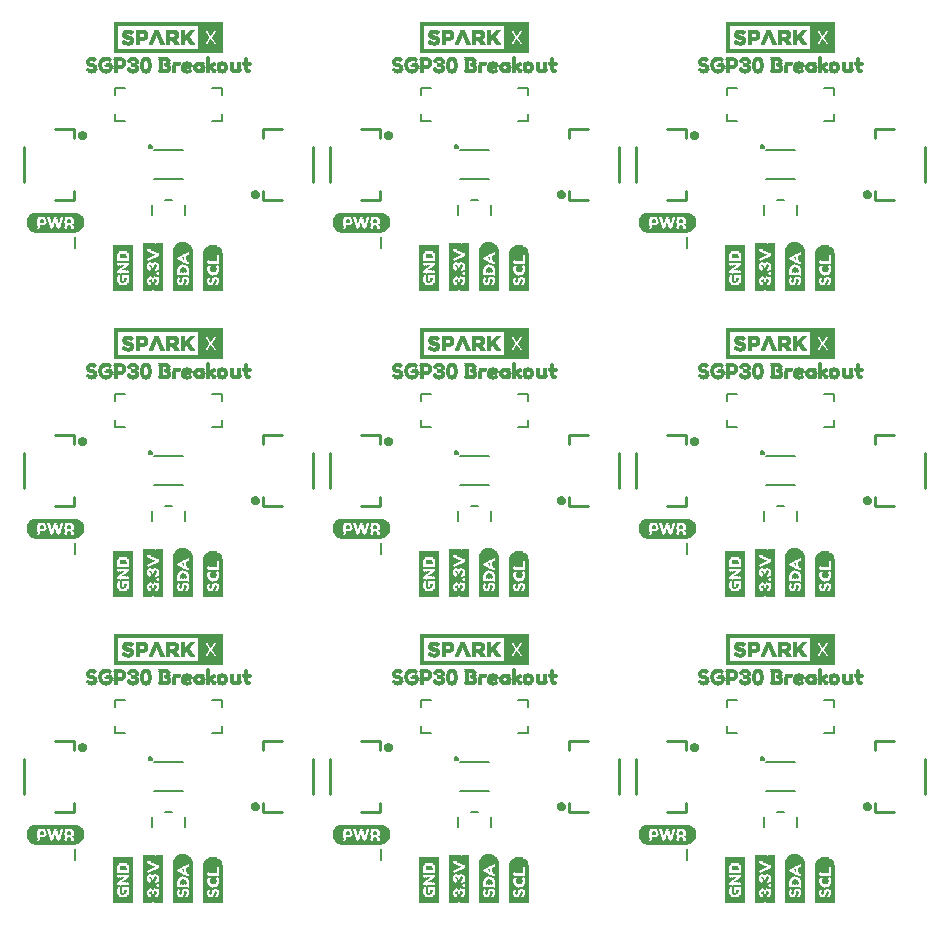
<source format=gto>
G75*
%MOIN*%
%OFA0B0*%
%FSLAX25Y25*%
%IPPOS*%
%LPD*%
%AMOC8*
5,1,8,0,0,1.08239X$1,22.5*
%
%ADD10C,0.01000*%
%ADD11C,0.01575*%
%ADD12C,0.00039*%
%ADD13R,0.00157X0.15906*%
%ADD14R,0.00157X0.02992*%
%ADD15R,0.00157X0.03937*%
%ADD16R,0.00157X0.07402*%
%ADD17R,0.00157X0.02520*%
%ADD18R,0.00157X0.03307*%
%ADD19R,0.00157X0.01102*%
%ADD20R,0.00157X0.02362*%
%ADD21R,0.00157X0.01890*%
%ADD22R,0.00157X0.02677*%
%ADD23R,0.00157X0.00787*%
%ADD24R,0.00157X0.01732*%
%ADD25R,0.00157X0.02205*%
%ADD26R,0.00157X0.00630*%
%ADD27R,0.00157X0.02047*%
%ADD28R,0.00157X0.00472*%
%ADD29R,0.00157X0.00315*%
%ADD30R,0.00157X0.00945*%
%ADD31R,0.00157X0.01575*%
%ADD32R,0.00157X0.01417*%
%ADD33R,0.00157X0.01260*%
%ADD34R,0.00157X0.03150*%
%ADD35R,0.00157X0.03622*%
%ADD36R,0.00157X0.00157*%
%ADD37R,0.00157X0.02835*%
%ADD38R,0.00157X0.03465*%
%ADD39R,0.00157X0.15276*%
%ADD40R,0.00157X0.11024*%
%ADD41R,0.00157X0.12913*%
%ADD42R,0.00157X0.13386*%
%ADD43R,0.00157X0.13701*%
%ADD44R,0.00157X0.14016*%
%ADD45R,0.00157X0.14173*%
%ADD46R,0.00157X0.14331*%
%ADD47R,0.00157X0.14488*%
%ADD48R,0.00157X0.07087*%
%ADD49R,0.00157X0.04882*%
%ADD50R,0.00157X0.05039*%
%ADD51R,0.00157X0.05197*%
%ADD52R,0.00157X0.13858*%
%ADD53R,0.00157X0.14646*%
%ADD54R,0.00157X0.14961*%
%ADD55R,0.00157X0.15118*%
%ADD56R,0.00157X0.15433*%
%ADD57R,0.00157X0.11969*%
%ADD58R,0.00157X0.04567*%
%ADD59R,0.00157X0.04409*%
%ADD60R,0.00157X0.04252*%
%ADD61R,0.00157X0.04094*%
%ADD62R,0.00157X0.03780*%
%ADD63C,0.00500*%
%ADD64R,0.14331X0.00157*%
%ADD65R,0.15276X0.00157*%
%ADD66R,0.15906X0.00157*%
%ADD67R,0.16535X0.00157*%
%ADD68R,0.16850X0.00157*%
%ADD69R,0.17165X0.00157*%
%ADD70R,0.17480X0.00157*%
%ADD71R,0.06614X0.00157*%
%ADD72R,0.04094X0.00157*%
%ADD73R,0.06772X0.00157*%
%ADD74R,0.02992X0.00157*%
%ADD75R,0.01260X0.00157*%
%ADD76R,0.01575X0.00157*%
%ADD77R,0.00630X0.00157*%
%ADD78R,0.03780X0.00157*%
%ADD79R,0.00787X0.00157*%
%ADD80R,0.00472X0.00157*%
%ADD81R,0.03465X0.00157*%
%ADD82R,0.03150X0.00157*%
%ADD83R,0.01102X0.00157*%
%ADD84R,0.03307X0.00157*%
%ADD85R,0.00315X0.00157*%
%ADD86R,0.00945X0.00157*%
%ADD87R,0.03622X0.00157*%
%ADD88R,0.01732X0.00157*%
%ADD89R,0.02205X0.00157*%
%ADD90R,0.01417X0.00157*%
%ADD91R,0.02835X0.00157*%
%ADD92R,0.01890X0.00157*%
%ADD93C,0.00800*%
%ADD94R,0.00984X0.00197*%
%ADD95R,0.01378X0.00197*%
%ADD96R,0.01772X0.00197*%
%ADD97R,0.02165X0.00197*%
%ADD98R,0.02362X0.00197*%
%ADD99R,0.02756X0.00197*%
%ADD100R,0.03150X0.00197*%
%ADD101R,0.00394X0.00197*%
%ADD102R,0.03346X0.00197*%
%ADD103R,0.02559X0.00197*%
%ADD104R,0.03543X0.00197*%
%ADD105R,0.01181X0.00197*%
%ADD106R,0.02953X0.00197*%
%ADD107R,0.03740X0.00197*%
%ADD108R,0.03937X0.00197*%
%ADD109R,0.01575X0.00197*%
%ADD110R,0.00787X0.00197*%
%ADD111R,0.00197X0.00197*%
%ADD112R,0.01969X0.00197*%
%ADD113R,0.02559X0.00236*%
%ADD114R,0.01378X0.00236*%
%ADD115R,0.02362X0.00236*%
%ADD116R,0.03740X0.00236*%
%ADD117R,0.01969X0.00236*%
%ADD118R,0.01575X0.00236*%
%ADD119R,0.02756X0.00236*%
%ADD120R,0.00591X0.00197*%
%ADD121R,0.01772X0.00236*%
%ADD122R,0.04134X0.00236*%
%ADD123R,0.02953X0.00236*%
%ADD124R,0.01181X0.00236*%
%ADD125R,0.04331X0.00197*%
%ADD126R,0.03543X0.00236*%
D10*
X0045468Y0066939D02*
X0051964Y0066939D01*
X0051964Y0069892D01*
X0035232Y0072844D02*
X0035232Y0084656D01*
X0045468Y0090561D02*
X0051964Y0090561D01*
X0051964Y0087608D01*
X0114720Y0087608D02*
X0114720Y0090561D01*
X0121216Y0090561D01*
X0131452Y0084656D02*
X0131452Y0072844D01*
X0137232Y0072844D02*
X0137232Y0084656D01*
X0147468Y0090561D02*
X0153964Y0090561D01*
X0153964Y0087608D01*
X0153964Y0069892D02*
X0153964Y0066939D01*
X0147468Y0066939D01*
X0121216Y0066939D02*
X0114720Y0066939D01*
X0114720Y0069892D01*
X0216720Y0069892D02*
X0216720Y0066939D01*
X0223216Y0066939D01*
X0233452Y0072844D02*
X0233452Y0084656D01*
X0239232Y0084656D02*
X0239232Y0072844D01*
X0249468Y0066939D02*
X0255964Y0066939D01*
X0255964Y0069892D01*
X0255964Y0087608D02*
X0255964Y0090561D01*
X0249468Y0090561D01*
X0223216Y0090561D02*
X0216720Y0090561D01*
X0216720Y0087608D01*
X0216720Y0168939D02*
X0216720Y0171892D01*
X0216720Y0168939D02*
X0223216Y0168939D01*
X0233452Y0174844D02*
X0233452Y0186656D01*
X0239232Y0186656D02*
X0239232Y0174844D01*
X0249468Y0168939D02*
X0255964Y0168939D01*
X0255964Y0171892D01*
X0255964Y0189608D02*
X0255964Y0192561D01*
X0249468Y0192561D01*
X0223216Y0192561D02*
X0216720Y0192561D01*
X0216720Y0189608D01*
X0153964Y0189608D02*
X0153964Y0192561D01*
X0147468Y0192561D01*
X0137232Y0186656D02*
X0137232Y0174844D01*
X0131452Y0174844D02*
X0131452Y0186656D01*
X0121216Y0192561D02*
X0114720Y0192561D01*
X0114720Y0189608D01*
X0114720Y0171892D02*
X0114720Y0168939D01*
X0121216Y0168939D01*
X0147468Y0168939D02*
X0153964Y0168939D01*
X0153964Y0171892D01*
X0051964Y0171892D02*
X0051964Y0168939D01*
X0045468Y0168939D01*
X0035232Y0174844D02*
X0035232Y0186656D01*
X0045468Y0192561D02*
X0051964Y0192561D01*
X0051964Y0189608D01*
X0051964Y0270939D02*
X0045468Y0270939D01*
X0051964Y0270939D02*
X0051964Y0273892D01*
X0035232Y0276844D02*
X0035232Y0288656D01*
X0045468Y0294561D02*
X0051964Y0294561D01*
X0051964Y0291608D01*
X0114720Y0291608D02*
X0114720Y0294561D01*
X0121216Y0294561D01*
X0131452Y0288656D02*
X0131452Y0276844D01*
X0137232Y0276844D02*
X0137232Y0288656D01*
X0147468Y0294561D02*
X0153964Y0294561D01*
X0153964Y0291608D01*
X0153964Y0273892D02*
X0153964Y0270939D01*
X0147468Y0270939D01*
X0121216Y0270939D02*
X0114720Y0270939D01*
X0114720Y0273892D01*
X0216720Y0273892D02*
X0216720Y0270939D01*
X0223216Y0270939D01*
X0233452Y0276844D02*
X0233452Y0288656D01*
X0239232Y0288656D02*
X0239232Y0276844D01*
X0249468Y0270939D02*
X0255964Y0270939D01*
X0255964Y0273892D01*
X0255964Y0291608D02*
X0255964Y0294561D01*
X0249468Y0294561D01*
X0223216Y0294561D02*
X0216720Y0294561D01*
X0216720Y0291608D01*
X0318720Y0291608D02*
X0318720Y0294561D01*
X0325216Y0294561D01*
X0335452Y0288656D02*
X0335452Y0276844D01*
X0325216Y0270939D02*
X0318720Y0270939D01*
X0318720Y0273892D01*
X0318720Y0192561D02*
X0325216Y0192561D01*
X0318720Y0192561D02*
X0318720Y0189608D01*
X0335452Y0186656D02*
X0335452Y0174844D01*
X0325216Y0168939D02*
X0318720Y0168939D01*
X0318720Y0171892D01*
X0318720Y0090561D02*
X0325216Y0090561D01*
X0318720Y0090561D02*
X0318720Y0087608D01*
X0335452Y0084656D02*
X0335452Y0072844D01*
X0325216Y0066939D02*
X0318720Y0066939D01*
X0318720Y0069892D01*
D11*
X0315604Y0068907D02*
X0315606Y0068954D01*
X0315612Y0069000D01*
X0315621Y0069046D01*
X0315635Y0069090D01*
X0315652Y0069134D01*
X0315673Y0069175D01*
X0315697Y0069215D01*
X0315724Y0069253D01*
X0315755Y0069288D01*
X0315788Y0069321D01*
X0315824Y0069351D01*
X0315863Y0069377D01*
X0315903Y0069401D01*
X0315945Y0069420D01*
X0315989Y0069437D01*
X0316034Y0069449D01*
X0316080Y0069458D01*
X0316126Y0069463D01*
X0316173Y0069464D01*
X0316219Y0069461D01*
X0316265Y0069454D01*
X0316311Y0069443D01*
X0316355Y0069429D01*
X0316398Y0069411D01*
X0316439Y0069389D01*
X0316479Y0069364D01*
X0316516Y0069336D01*
X0316551Y0069305D01*
X0316583Y0069271D01*
X0316612Y0069234D01*
X0316637Y0069196D01*
X0316660Y0069155D01*
X0316679Y0069112D01*
X0316694Y0069068D01*
X0316706Y0069023D01*
X0316714Y0068977D01*
X0316718Y0068930D01*
X0316718Y0068884D01*
X0316714Y0068837D01*
X0316706Y0068791D01*
X0316694Y0068746D01*
X0316679Y0068702D01*
X0316660Y0068659D01*
X0316637Y0068618D01*
X0316612Y0068580D01*
X0316583Y0068543D01*
X0316551Y0068509D01*
X0316516Y0068478D01*
X0316479Y0068450D01*
X0316440Y0068425D01*
X0316398Y0068403D01*
X0316355Y0068385D01*
X0316311Y0068371D01*
X0316265Y0068360D01*
X0316219Y0068353D01*
X0316173Y0068350D01*
X0316126Y0068351D01*
X0316080Y0068356D01*
X0316034Y0068365D01*
X0315989Y0068377D01*
X0315945Y0068394D01*
X0315903Y0068413D01*
X0315863Y0068437D01*
X0315824Y0068463D01*
X0315788Y0068493D01*
X0315755Y0068526D01*
X0315724Y0068561D01*
X0315697Y0068599D01*
X0315673Y0068639D01*
X0315652Y0068680D01*
X0315635Y0068724D01*
X0315621Y0068768D01*
X0315612Y0068814D01*
X0315606Y0068860D01*
X0315604Y0068907D01*
X0257966Y0088593D02*
X0257968Y0088640D01*
X0257974Y0088686D01*
X0257983Y0088732D01*
X0257997Y0088776D01*
X0258014Y0088820D01*
X0258035Y0088861D01*
X0258059Y0088901D01*
X0258086Y0088939D01*
X0258117Y0088974D01*
X0258150Y0089007D01*
X0258186Y0089037D01*
X0258225Y0089063D01*
X0258265Y0089087D01*
X0258307Y0089106D01*
X0258351Y0089123D01*
X0258396Y0089135D01*
X0258442Y0089144D01*
X0258488Y0089149D01*
X0258535Y0089150D01*
X0258581Y0089147D01*
X0258627Y0089140D01*
X0258673Y0089129D01*
X0258717Y0089115D01*
X0258760Y0089097D01*
X0258801Y0089075D01*
X0258841Y0089050D01*
X0258878Y0089022D01*
X0258913Y0088991D01*
X0258945Y0088957D01*
X0258974Y0088920D01*
X0258999Y0088882D01*
X0259022Y0088841D01*
X0259041Y0088798D01*
X0259056Y0088754D01*
X0259068Y0088709D01*
X0259076Y0088663D01*
X0259080Y0088616D01*
X0259080Y0088570D01*
X0259076Y0088523D01*
X0259068Y0088477D01*
X0259056Y0088432D01*
X0259041Y0088388D01*
X0259022Y0088345D01*
X0258999Y0088304D01*
X0258974Y0088266D01*
X0258945Y0088229D01*
X0258913Y0088195D01*
X0258878Y0088164D01*
X0258841Y0088136D01*
X0258802Y0088111D01*
X0258760Y0088089D01*
X0258717Y0088071D01*
X0258673Y0088057D01*
X0258627Y0088046D01*
X0258581Y0088039D01*
X0258535Y0088036D01*
X0258488Y0088037D01*
X0258442Y0088042D01*
X0258396Y0088051D01*
X0258351Y0088063D01*
X0258307Y0088080D01*
X0258265Y0088099D01*
X0258225Y0088123D01*
X0258186Y0088149D01*
X0258150Y0088179D01*
X0258117Y0088212D01*
X0258086Y0088247D01*
X0258059Y0088285D01*
X0258035Y0088325D01*
X0258014Y0088366D01*
X0257997Y0088410D01*
X0257983Y0088454D01*
X0257974Y0088500D01*
X0257968Y0088546D01*
X0257966Y0088593D01*
X0213604Y0068907D02*
X0213606Y0068954D01*
X0213612Y0069000D01*
X0213621Y0069046D01*
X0213635Y0069090D01*
X0213652Y0069134D01*
X0213673Y0069175D01*
X0213697Y0069215D01*
X0213724Y0069253D01*
X0213755Y0069288D01*
X0213788Y0069321D01*
X0213824Y0069351D01*
X0213863Y0069377D01*
X0213903Y0069401D01*
X0213945Y0069420D01*
X0213989Y0069437D01*
X0214034Y0069449D01*
X0214080Y0069458D01*
X0214126Y0069463D01*
X0214173Y0069464D01*
X0214219Y0069461D01*
X0214265Y0069454D01*
X0214311Y0069443D01*
X0214355Y0069429D01*
X0214398Y0069411D01*
X0214439Y0069389D01*
X0214479Y0069364D01*
X0214516Y0069336D01*
X0214551Y0069305D01*
X0214583Y0069271D01*
X0214612Y0069234D01*
X0214637Y0069196D01*
X0214660Y0069155D01*
X0214679Y0069112D01*
X0214694Y0069068D01*
X0214706Y0069023D01*
X0214714Y0068977D01*
X0214718Y0068930D01*
X0214718Y0068884D01*
X0214714Y0068837D01*
X0214706Y0068791D01*
X0214694Y0068746D01*
X0214679Y0068702D01*
X0214660Y0068659D01*
X0214637Y0068618D01*
X0214612Y0068580D01*
X0214583Y0068543D01*
X0214551Y0068509D01*
X0214516Y0068478D01*
X0214479Y0068450D01*
X0214440Y0068425D01*
X0214398Y0068403D01*
X0214355Y0068385D01*
X0214311Y0068371D01*
X0214265Y0068360D01*
X0214219Y0068353D01*
X0214173Y0068350D01*
X0214126Y0068351D01*
X0214080Y0068356D01*
X0214034Y0068365D01*
X0213989Y0068377D01*
X0213945Y0068394D01*
X0213903Y0068413D01*
X0213863Y0068437D01*
X0213824Y0068463D01*
X0213788Y0068493D01*
X0213755Y0068526D01*
X0213724Y0068561D01*
X0213697Y0068599D01*
X0213673Y0068639D01*
X0213652Y0068680D01*
X0213635Y0068724D01*
X0213621Y0068768D01*
X0213612Y0068814D01*
X0213606Y0068860D01*
X0213604Y0068907D01*
X0155966Y0088593D02*
X0155968Y0088640D01*
X0155974Y0088686D01*
X0155983Y0088732D01*
X0155997Y0088776D01*
X0156014Y0088820D01*
X0156035Y0088861D01*
X0156059Y0088901D01*
X0156086Y0088939D01*
X0156117Y0088974D01*
X0156150Y0089007D01*
X0156186Y0089037D01*
X0156225Y0089063D01*
X0156265Y0089087D01*
X0156307Y0089106D01*
X0156351Y0089123D01*
X0156396Y0089135D01*
X0156442Y0089144D01*
X0156488Y0089149D01*
X0156535Y0089150D01*
X0156581Y0089147D01*
X0156627Y0089140D01*
X0156673Y0089129D01*
X0156717Y0089115D01*
X0156760Y0089097D01*
X0156801Y0089075D01*
X0156841Y0089050D01*
X0156878Y0089022D01*
X0156913Y0088991D01*
X0156945Y0088957D01*
X0156974Y0088920D01*
X0156999Y0088882D01*
X0157022Y0088841D01*
X0157041Y0088798D01*
X0157056Y0088754D01*
X0157068Y0088709D01*
X0157076Y0088663D01*
X0157080Y0088616D01*
X0157080Y0088570D01*
X0157076Y0088523D01*
X0157068Y0088477D01*
X0157056Y0088432D01*
X0157041Y0088388D01*
X0157022Y0088345D01*
X0156999Y0088304D01*
X0156974Y0088266D01*
X0156945Y0088229D01*
X0156913Y0088195D01*
X0156878Y0088164D01*
X0156841Y0088136D01*
X0156802Y0088111D01*
X0156760Y0088089D01*
X0156717Y0088071D01*
X0156673Y0088057D01*
X0156627Y0088046D01*
X0156581Y0088039D01*
X0156535Y0088036D01*
X0156488Y0088037D01*
X0156442Y0088042D01*
X0156396Y0088051D01*
X0156351Y0088063D01*
X0156307Y0088080D01*
X0156265Y0088099D01*
X0156225Y0088123D01*
X0156186Y0088149D01*
X0156150Y0088179D01*
X0156117Y0088212D01*
X0156086Y0088247D01*
X0156059Y0088285D01*
X0156035Y0088325D01*
X0156014Y0088366D01*
X0155997Y0088410D01*
X0155983Y0088454D01*
X0155974Y0088500D01*
X0155968Y0088546D01*
X0155966Y0088593D01*
X0111604Y0068907D02*
X0111606Y0068954D01*
X0111612Y0069000D01*
X0111621Y0069046D01*
X0111635Y0069090D01*
X0111652Y0069134D01*
X0111673Y0069175D01*
X0111697Y0069215D01*
X0111724Y0069253D01*
X0111755Y0069288D01*
X0111788Y0069321D01*
X0111824Y0069351D01*
X0111863Y0069377D01*
X0111903Y0069401D01*
X0111945Y0069420D01*
X0111989Y0069437D01*
X0112034Y0069449D01*
X0112080Y0069458D01*
X0112126Y0069463D01*
X0112173Y0069464D01*
X0112219Y0069461D01*
X0112265Y0069454D01*
X0112311Y0069443D01*
X0112355Y0069429D01*
X0112398Y0069411D01*
X0112439Y0069389D01*
X0112479Y0069364D01*
X0112516Y0069336D01*
X0112551Y0069305D01*
X0112583Y0069271D01*
X0112612Y0069234D01*
X0112637Y0069196D01*
X0112660Y0069155D01*
X0112679Y0069112D01*
X0112694Y0069068D01*
X0112706Y0069023D01*
X0112714Y0068977D01*
X0112718Y0068930D01*
X0112718Y0068884D01*
X0112714Y0068837D01*
X0112706Y0068791D01*
X0112694Y0068746D01*
X0112679Y0068702D01*
X0112660Y0068659D01*
X0112637Y0068618D01*
X0112612Y0068580D01*
X0112583Y0068543D01*
X0112551Y0068509D01*
X0112516Y0068478D01*
X0112479Y0068450D01*
X0112440Y0068425D01*
X0112398Y0068403D01*
X0112355Y0068385D01*
X0112311Y0068371D01*
X0112265Y0068360D01*
X0112219Y0068353D01*
X0112173Y0068350D01*
X0112126Y0068351D01*
X0112080Y0068356D01*
X0112034Y0068365D01*
X0111989Y0068377D01*
X0111945Y0068394D01*
X0111903Y0068413D01*
X0111863Y0068437D01*
X0111824Y0068463D01*
X0111788Y0068493D01*
X0111755Y0068526D01*
X0111724Y0068561D01*
X0111697Y0068599D01*
X0111673Y0068639D01*
X0111652Y0068680D01*
X0111635Y0068724D01*
X0111621Y0068768D01*
X0111612Y0068814D01*
X0111606Y0068860D01*
X0111604Y0068907D01*
X0053966Y0088593D02*
X0053968Y0088640D01*
X0053974Y0088686D01*
X0053983Y0088732D01*
X0053997Y0088776D01*
X0054014Y0088820D01*
X0054035Y0088861D01*
X0054059Y0088901D01*
X0054086Y0088939D01*
X0054117Y0088974D01*
X0054150Y0089007D01*
X0054186Y0089037D01*
X0054225Y0089063D01*
X0054265Y0089087D01*
X0054307Y0089106D01*
X0054351Y0089123D01*
X0054396Y0089135D01*
X0054442Y0089144D01*
X0054488Y0089149D01*
X0054535Y0089150D01*
X0054581Y0089147D01*
X0054627Y0089140D01*
X0054673Y0089129D01*
X0054717Y0089115D01*
X0054760Y0089097D01*
X0054801Y0089075D01*
X0054841Y0089050D01*
X0054878Y0089022D01*
X0054913Y0088991D01*
X0054945Y0088957D01*
X0054974Y0088920D01*
X0054999Y0088882D01*
X0055022Y0088841D01*
X0055041Y0088798D01*
X0055056Y0088754D01*
X0055068Y0088709D01*
X0055076Y0088663D01*
X0055080Y0088616D01*
X0055080Y0088570D01*
X0055076Y0088523D01*
X0055068Y0088477D01*
X0055056Y0088432D01*
X0055041Y0088388D01*
X0055022Y0088345D01*
X0054999Y0088304D01*
X0054974Y0088266D01*
X0054945Y0088229D01*
X0054913Y0088195D01*
X0054878Y0088164D01*
X0054841Y0088136D01*
X0054802Y0088111D01*
X0054760Y0088089D01*
X0054717Y0088071D01*
X0054673Y0088057D01*
X0054627Y0088046D01*
X0054581Y0088039D01*
X0054535Y0088036D01*
X0054488Y0088037D01*
X0054442Y0088042D01*
X0054396Y0088051D01*
X0054351Y0088063D01*
X0054307Y0088080D01*
X0054265Y0088099D01*
X0054225Y0088123D01*
X0054186Y0088149D01*
X0054150Y0088179D01*
X0054117Y0088212D01*
X0054086Y0088247D01*
X0054059Y0088285D01*
X0054035Y0088325D01*
X0054014Y0088366D01*
X0053997Y0088410D01*
X0053983Y0088454D01*
X0053974Y0088500D01*
X0053968Y0088546D01*
X0053966Y0088593D01*
X0111604Y0170907D02*
X0111606Y0170954D01*
X0111612Y0171000D01*
X0111621Y0171046D01*
X0111635Y0171090D01*
X0111652Y0171134D01*
X0111673Y0171175D01*
X0111697Y0171215D01*
X0111724Y0171253D01*
X0111755Y0171288D01*
X0111788Y0171321D01*
X0111824Y0171351D01*
X0111863Y0171377D01*
X0111903Y0171401D01*
X0111945Y0171420D01*
X0111989Y0171437D01*
X0112034Y0171449D01*
X0112080Y0171458D01*
X0112126Y0171463D01*
X0112173Y0171464D01*
X0112219Y0171461D01*
X0112265Y0171454D01*
X0112311Y0171443D01*
X0112355Y0171429D01*
X0112398Y0171411D01*
X0112439Y0171389D01*
X0112479Y0171364D01*
X0112516Y0171336D01*
X0112551Y0171305D01*
X0112583Y0171271D01*
X0112612Y0171234D01*
X0112637Y0171196D01*
X0112660Y0171155D01*
X0112679Y0171112D01*
X0112694Y0171068D01*
X0112706Y0171023D01*
X0112714Y0170977D01*
X0112718Y0170930D01*
X0112718Y0170884D01*
X0112714Y0170837D01*
X0112706Y0170791D01*
X0112694Y0170746D01*
X0112679Y0170702D01*
X0112660Y0170659D01*
X0112637Y0170618D01*
X0112612Y0170580D01*
X0112583Y0170543D01*
X0112551Y0170509D01*
X0112516Y0170478D01*
X0112479Y0170450D01*
X0112440Y0170425D01*
X0112398Y0170403D01*
X0112355Y0170385D01*
X0112311Y0170371D01*
X0112265Y0170360D01*
X0112219Y0170353D01*
X0112173Y0170350D01*
X0112126Y0170351D01*
X0112080Y0170356D01*
X0112034Y0170365D01*
X0111989Y0170377D01*
X0111945Y0170394D01*
X0111903Y0170413D01*
X0111863Y0170437D01*
X0111824Y0170463D01*
X0111788Y0170493D01*
X0111755Y0170526D01*
X0111724Y0170561D01*
X0111697Y0170599D01*
X0111673Y0170639D01*
X0111652Y0170680D01*
X0111635Y0170724D01*
X0111621Y0170768D01*
X0111612Y0170814D01*
X0111606Y0170860D01*
X0111604Y0170907D01*
X0155966Y0190593D02*
X0155968Y0190640D01*
X0155974Y0190686D01*
X0155983Y0190732D01*
X0155997Y0190776D01*
X0156014Y0190820D01*
X0156035Y0190861D01*
X0156059Y0190901D01*
X0156086Y0190939D01*
X0156117Y0190974D01*
X0156150Y0191007D01*
X0156186Y0191037D01*
X0156225Y0191063D01*
X0156265Y0191087D01*
X0156307Y0191106D01*
X0156351Y0191123D01*
X0156396Y0191135D01*
X0156442Y0191144D01*
X0156488Y0191149D01*
X0156535Y0191150D01*
X0156581Y0191147D01*
X0156627Y0191140D01*
X0156673Y0191129D01*
X0156717Y0191115D01*
X0156760Y0191097D01*
X0156801Y0191075D01*
X0156841Y0191050D01*
X0156878Y0191022D01*
X0156913Y0190991D01*
X0156945Y0190957D01*
X0156974Y0190920D01*
X0156999Y0190882D01*
X0157022Y0190841D01*
X0157041Y0190798D01*
X0157056Y0190754D01*
X0157068Y0190709D01*
X0157076Y0190663D01*
X0157080Y0190616D01*
X0157080Y0190570D01*
X0157076Y0190523D01*
X0157068Y0190477D01*
X0157056Y0190432D01*
X0157041Y0190388D01*
X0157022Y0190345D01*
X0156999Y0190304D01*
X0156974Y0190266D01*
X0156945Y0190229D01*
X0156913Y0190195D01*
X0156878Y0190164D01*
X0156841Y0190136D01*
X0156802Y0190111D01*
X0156760Y0190089D01*
X0156717Y0190071D01*
X0156673Y0190057D01*
X0156627Y0190046D01*
X0156581Y0190039D01*
X0156535Y0190036D01*
X0156488Y0190037D01*
X0156442Y0190042D01*
X0156396Y0190051D01*
X0156351Y0190063D01*
X0156307Y0190080D01*
X0156265Y0190099D01*
X0156225Y0190123D01*
X0156186Y0190149D01*
X0156150Y0190179D01*
X0156117Y0190212D01*
X0156086Y0190247D01*
X0156059Y0190285D01*
X0156035Y0190325D01*
X0156014Y0190366D01*
X0155997Y0190410D01*
X0155983Y0190454D01*
X0155974Y0190500D01*
X0155968Y0190546D01*
X0155966Y0190593D01*
X0213604Y0170907D02*
X0213606Y0170954D01*
X0213612Y0171000D01*
X0213621Y0171046D01*
X0213635Y0171090D01*
X0213652Y0171134D01*
X0213673Y0171175D01*
X0213697Y0171215D01*
X0213724Y0171253D01*
X0213755Y0171288D01*
X0213788Y0171321D01*
X0213824Y0171351D01*
X0213863Y0171377D01*
X0213903Y0171401D01*
X0213945Y0171420D01*
X0213989Y0171437D01*
X0214034Y0171449D01*
X0214080Y0171458D01*
X0214126Y0171463D01*
X0214173Y0171464D01*
X0214219Y0171461D01*
X0214265Y0171454D01*
X0214311Y0171443D01*
X0214355Y0171429D01*
X0214398Y0171411D01*
X0214439Y0171389D01*
X0214479Y0171364D01*
X0214516Y0171336D01*
X0214551Y0171305D01*
X0214583Y0171271D01*
X0214612Y0171234D01*
X0214637Y0171196D01*
X0214660Y0171155D01*
X0214679Y0171112D01*
X0214694Y0171068D01*
X0214706Y0171023D01*
X0214714Y0170977D01*
X0214718Y0170930D01*
X0214718Y0170884D01*
X0214714Y0170837D01*
X0214706Y0170791D01*
X0214694Y0170746D01*
X0214679Y0170702D01*
X0214660Y0170659D01*
X0214637Y0170618D01*
X0214612Y0170580D01*
X0214583Y0170543D01*
X0214551Y0170509D01*
X0214516Y0170478D01*
X0214479Y0170450D01*
X0214440Y0170425D01*
X0214398Y0170403D01*
X0214355Y0170385D01*
X0214311Y0170371D01*
X0214265Y0170360D01*
X0214219Y0170353D01*
X0214173Y0170350D01*
X0214126Y0170351D01*
X0214080Y0170356D01*
X0214034Y0170365D01*
X0213989Y0170377D01*
X0213945Y0170394D01*
X0213903Y0170413D01*
X0213863Y0170437D01*
X0213824Y0170463D01*
X0213788Y0170493D01*
X0213755Y0170526D01*
X0213724Y0170561D01*
X0213697Y0170599D01*
X0213673Y0170639D01*
X0213652Y0170680D01*
X0213635Y0170724D01*
X0213621Y0170768D01*
X0213612Y0170814D01*
X0213606Y0170860D01*
X0213604Y0170907D01*
X0257966Y0190593D02*
X0257968Y0190640D01*
X0257974Y0190686D01*
X0257983Y0190732D01*
X0257997Y0190776D01*
X0258014Y0190820D01*
X0258035Y0190861D01*
X0258059Y0190901D01*
X0258086Y0190939D01*
X0258117Y0190974D01*
X0258150Y0191007D01*
X0258186Y0191037D01*
X0258225Y0191063D01*
X0258265Y0191087D01*
X0258307Y0191106D01*
X0258351Y0191123D01*
X0258396Y0191135D01*
X0258442Y0191144D01*
X0258488Y0191149D01*
X0258535Y0191150D01*
X0258581Y0191147D01*
X0258627Y0191140D01*
X0258673Y0191129D01*
X0258717Y0191115D01*
X0258760Y0191097D01*
X0258801Y0191075D01*
X0258841Y0191050D01*
X0258878Y0191022D01*
X0258913Y0190991D01*
X0258945Y0190957D01*
X0258974Y0190920D01*
X0258999Y0190882D01*
X0259022Y0190841D01*
X0259041Y0190798D01*
X0259056Y0190754D01*
X0259068Y0190709D01*
X0259076Y0190663D01*
X0259080Y0190616D01*
X0259080Y0190570D01*
X0259076Y0190523D01*
X0259068Y0190477D01*
X0259056Y0190432D01*
X0259041Y0190388D01*
X0259022Y0190345D01*
X0258999Y0190304D01*
X0258974Y0190266D01*
X0258945Y0190229D01*
X0258913Y0190195D01*
X0258878Y0190164D01*
X0258841Y0190136D01*
X0258802Y0190111D01*
X0258760Y0190089D01*
X0258717Y0190071D01*
X0258673Y0190057D01*
X0258627Y0190046D01*
X0258581Y0190039D01*
X0258535Y0190036D01*
X0258488Y0190037D01*
X0258442Y0190042D01*
X0258396Y0190051D01*
X0258351Y0190063D01*
X0258307Y0190080D01*
X0258265Y0190099D01*
X0258225Y0190123D01*
X0258186Y0190149D01*
X0258150Y0190179D01*
X0258117Y0190212D01*
X0258086Y0190247D01*
X0258059Y0190285D01*
X0258035Y0190325D01*
X0258014Y0190366D01*
X0257997Y0190410D01*
X0257983Y0190454D01*
X0257974Y0190500D01*
X0257968Y0190546D01*
X0257966Y0190593D01*
X0315604Y0170907D02*
X0315606Y0170954D01*
X0315612Y0171000D01*
X0315621Y0171046D01*
X0315635Y0171090D01*
X0315652Y0171134D01*
X0315673Y0171175D01*
X0315697Y0171215D01*
X0315724Y0171253D01*
X0315755Y0171288D01*
X0315788Y0171321D01*
X0315824Y0171351D01*
X0315863Y0171377D01*
X0315903Y0171401D01*
X0315945Y0171420D01*
X0315989Y0171437D01*
X0316034Y0171449D01*
X0316080Y0171458D01*
X0316126Y0171463D01*
X0316173Y0171464D01*
X0316219Y0171461D01*
X0316265Y0171454D01*
X0316311Y0171443D01*
X0316355Y0171429D01*
X0316398Y0171411D01*
X0316439Y0171389D01*
X0316479Y0171364D01*
X0316516Y0171336D01*
X0316551Y0171305D01*
X0316583Y0171271D01*
X0316612Y0171234D01*
X0316637Y0171196D01*
X0316660Y0171155D01*
X0316679Y0171112D01*
X0316694Y0171068D01*
X0316706Y0171023D01*
X0316714Y0170977D01*
X0316718Y0170930D01*
X0316718Y0170884D01*
X0316714Y0170837D01*
X0316706Y0170791D01*
X0316694Y0170746D01*
X0316679Y0170702D01*
X0316660Y0170659D01*
X0316637Y0170618D01*
X0316612Y0170580D01*
X0316583Y0170543D01*
X0316551Y0170509D01*
X0316516Y0170478D01*
X0316479Y0170450D01*
X0316440Y0170425D01*
X0316398Y0170403D01*
X0316355Y0170385D01*
X0316311Y0170371D01*
X0316265Y0170360D01*
X0316219Y0170353D01*
X0316173Y0170350D01*
X0316126Y0170351D01*
X0316080Y0170356D01*
X0316034Y0170365D01*
X0315989Y0170377D01*
X0315945Y0170394D01*
X0315903Y0170413D01*
X0315863Y0170437D01*
X0315824Y0170463D01*
X0315788Y0170493D01*
X0315755Y0170526D01*
X0315724Y0170561D01*
X0315697Y0170599D01*
X0315673Y0170639D01*
X0315652Y0170680D01*
X0315635Y0170724D01*
X0315621Y0170768D01*
X0315612Y0170814D01*
X0315606Y0170860D01*
X0315604Y0170907D01*
X0315604Y0272907D02*
X0315606Y0272954D01*
X0315612Y0273000D01*
X0315621Y0273046D01*
X0315635Y0273090D01*
X0315652Y0273134D01*
X0315673Y0273175D01*
X0315697Y0273215D01*
X0315724Y0273253D01*
X0315755Y0273288D01*
X0315788Y0273321D01*
X0315824Y0273351D01*
X0315863Y0273377D01*
X0315903Y0273401D01*
X0315945Y0273420D01*
X0315989Y0273437D01*
X0316034Y0273449D01*
X0316080Y0273458D01*
X0316126Y0273463D01*
X0316173Y0273464D01*
X0316219Y0273461D01*
X0316265Y0273454D01*
X0316311Y0273443D01*
X0316355Y0273429D01*
X0316398Y0273411D01*
X0316439Y0273389D01*
X0316479Y0273364D01*
X0316516Y0273336D01*
X0316551Y0273305D01*
X0316583Y0273271D01*
X0316612Y0273234D01*
X0316637Y0273196D01*
X0316660Y0273155D01*
X0316679Y0273112D01*
X0316694Y0273068D01*
X0316706Y0273023D01*
X0316714Y0272977D01*
X0316718Y0272930D01*
X0316718Y0272884D01*
X0316714Y0272837D01*
X0316706Y0272791D01*
X0316694Y0272746D01*
X0316679Y0272702D01*
X0316660Y0272659D01*
X0316637Y0272618D01*
X0316612Y0272580D01*
X0316583Y0272543D01*
X0316551Y0272509D01*
X0316516Y0272478D01*
X0316479Y0272450D01*
X0316440Y0272425D01*
X0316398Y0272403D01*
X0316355Y0272385D01*
X0316311Y0272371D01*
X0316265Y0272360D01*
X0316219Y0272353D01*
X0316173Y0272350D01*
X0316126Y0272351D01*
X0316080Y0272356D01*
X0316034Y0272365D01*
X0315989Y0272377D01*
X0315945Y0272394D01*
X0315903Y0272413D01*
X0315863Y0272437D01*
X0315824Y0272463D01*
X0315788Y0272493D01*
X0315755Y0272526D01*
X0315724Y0272561D01*
X0315697Y0272599D01*
X0315673Y0272639D01*
X0315652Y0272680D01*
X0315635Y0272724D01*
X0315621Y0272768D01*
X0315612Y0272814D01*
X0315606Y0272860D01*
X0315604Y0272907D01*
X0257966Y0292593D02*
X0257968Y0292640D01*
X0257974Y0292686D01*
X0257983Y0292732D01*
X0257997Y0292776D01*
X0258014Y0292820D01*
X0258035Y0292861D01*
X0258059Y0292901D01*
X0258086Y0292939D01*
X0258117Y0292974D01*
X0258150Y0293007D01*
X0258186Y0293037D01*
X0258225Y0293063D01*
X0258265Y0293087D01*
X0258307Y0293106D01*
X0258351Y0293123D01*
X0258396Y0293135D01*
X0258442Y0293144D01*
X0258488Y0293149D01*
X0258535Y0293150D01*
X0258581Y0293147D01*
X0258627Y0293140D01*
X0258673Y0293129D01*
X0258717Y0293115D01*
X0258760Y0293097D01*
X0258801Y0293075D01*
X0258841Y0293050D01*
X0258878Y0293022D01*
X0258913Y0292991D01*
X0258945Y0292957D01*
X0258974Y0292920D01*
X0258999Y0292882D01*
X0259022Y0292841D01*
X0259041Y0292798D01*
X0259056Y0292754D01*
X0259068Y0292709D01*
X0259076Y0292663D01*
X0259080Y0292616D01*
X0259080Y0292570D01*
X0259076Y0292523D01*
X0259068Y0292477D01*
X0259056Y0292432D01*
X0259041Y0292388D01*
X0259022Y0292345D01*
X0258999Y0292304D01*
X0258974Y0292266D01*
X0258945Y0292229D01*
X0258913Y0292195D01*
X0258878Y0292164D01*
X0258841Y0292136D01*
X0258802Y0292111D01*
X0258760Y0292089D01*
X0258717Y0292071D01*
X0258673Y0292057D01*
X0258627Y0292046D01*
X0258581Y0292039D01*
X0258535Y0292036D01*
X0258488Y0292037D01*
X0258442Y0292042D01*
X0258396Y0292051D01*
X0258351Y0292063D01*
X0258307Y0292080D01*
X0258265Y0292099D01*
X0258225Y0292123D01*
X0258186Y0292149D01*
X0258150Y0292179D01*
X0258117Y0292212D01*
X0258086Y0292247D01*
X0258059Y0292285D01*
X0258035Y0292325D01*
X0258014Y0292366D01*
X0257997Y0292410D01*
X0257983Y0292454D01*
X0257974Y0292500D01*
X0257968Y0292546D01*
X0257966Y0292593D01*
X0213604Y0272907D02*
X0213606Y0272954D01*
X0213612Y0273000D01*
X0213621Y0273046D01*
X0213635Y0273090D01*
X0213652Y0273134D01*
X0213673Y0273175D01*
X0213697Y0273215D01*
X0213724Y0273253D01*
X0213755Y0273288D01*
X0213788Y0273321D01*
X0213824Y0273351D01*
X0213863Y0273377D01*
X0213903Y0273401D01*
X0213945Y0273420D01*
X0213989Y0273437D01*
X0214034Y0273449D01*
X0214080Y0273458D01*
X0214126Y0273463D01*
X0214173Y0273464D01*
X0214219Y0273461D01*
X0214265Y0273454D01*
X0214311Y0273443D01*
X0214355Y0273429D01*
X0214398Y0273411D01*
X0214439Y0273389D01*
X0214479Y0273364D01*
X0214516Y0273336D01*
X0214551Y0273305D01*
X0214583Y0273271D01*
X0214612Y0273234D01*
X0214637Y0273196D01*
X0214660Y0273155D01*
X0214679Y0273112D01*
X0214694Y0273068D01*
X0214706Y0273023D01*
X0214714Y0272977D01*
X0214718Y0272930D01*
X0214718Y0272884D01*
X0214714Y0272837D01*
X0214706Y0272791D01*
X0214694Y0272746D01*
X0214679Y0272702D01*
X0214660Y0272659D01*
X0214637Y0272618D01*
X0214612Y0272580D01*
X0214583Y0272543D01*
X0214551Y0272509D01*
X0214516Y0272478D01*
X0214479Y0272450D01*
X0214440Y0272425D01*
X0214398Y0272403D01*
X0214355Y0272385D01*
X0214311Y0272371D01*
X0214265Y0272360D01*
X0214219Y0272353D01*
X0214173Y0272350D01*
X0214126Y0272351D01*
X0214080Y0272356D01*
X0214034Y0272365D01*
X0213989Y0272377D01*
X0213945Y0272394D01*
X0213903Y0272413D01*
X0213863Y0272437D01*
X0213824Y0272463D01*
X0213788Y0272493D01*
X0213755Y0272526D01*
X0213724Y0272561D01*
X0213697Y0272599D01*
X0213673Y0272639D01*
X0213652Y0272680D01*
X0213635Y0272724D01*
X0213621Y0272768D01*
X0213612Y0272814D01*
X0213606Y0272860D01*
X0213604Y0272907D01*
X0155966Y0292593D02*
X0155968Y0292640D01*
X0155974Y0292686D01*
X0155983Y0292732D01*
X0155997Y0292776D01*
X0156014Y0292820D01*
X0156035Y0292861D01*
X0156059Y0292901D01*
X0156086Y0292939D01*
X0156117Y0292974D01*
X0156150Y0293007D01*
X0156186Y0293037D01*
X0156225Y0293063D01*
X0156265Y0293087D01*
X0156307Y0293106D01*
X0156351Y0293123D01*
X0156396Y0293135D01*
X0156442Y0293144D01*
X0156488Y0293149D01*
X0156535Y0293150D01*
X0156581Y0293147D01*
X0156627Y0293140D01*
X0156673Y0293129D01*
X0156717Y0293115D01*
X0156760Y0293097D01*
X0156801Y0293075D01*
X0156841Y0293050D01*
X0156878Y0293022D01*
X0156913Y0292991D01*
X0156945Y0292957D01*
X0156974Y0292920D01*
X0156999Y0292882D01*
X0157022Y0292841D01*
X0157041Y0292798D01*
X0157056Y0292754D01*
X0157068Y0292709D01*
X0157076Y0292663D01*
X0157080Y0292616D01*
X0157080Y0292570D01*
X0157076Y0292523D01*
X0157068Y0292477D01*
X0157056Y0292432D01*
X0157041Y0292388D01*
X0157022Y0292345D01*
X0156999Y0292304D01*
X0156974Y0292266D01*
X0156945Y0292229D01*
X0156913Y0292195D01*
X0156878Y0292164D01*
X0156841Y0292136D01*
X0156802Y0292111D01*
X0156760Y0292089D01*
X0156717Y0292071D01*
X0156673Y0292057D01*
X0156627Y0292046D01*
X0156581Y0292039D01*
X0156535Y0292036D01*
X0156488Y0292037D01*
X0156442Y0292042D01*
X0156396Y0292051D01*
X0156351Y0292063D01*
X0156307Y0292080D01*
X0156265Y0292099D01*
X0156225Y0292123D01*
X0156186Y0292149D01*
X0156150Y0292179D01*
X0156117Y0292212D01*
X0156086Y0292247D01*
X0156059Y0292285D01*
X0156035Y0292325D01*
X0156014Y0292366D01*
X0155997Y0292410D01*
X0155983Y0292454D01*
X0155974Y0292500D01*
X0155968Y0292546D01*
X0155966Y0292593D01*
X0111604Y0272907D02*
X0111606Y0272954D01*
X0111612Y0273000D01*
X0111621Y0273046D01*
X0111635Y0273090D01*
X0111652Y0273134D01*
X0111673Y0273175D01*
X0111697Y0273215D01*
X0111724Y0273253D01*
X0111755Y0273288D01*
X0111788Y0273321D01*
X0111824Y0273351D01*
X0111863Y0273377D01*
X0111903Y0273401D01*
X0111945Y0273420D01*
X0111989Y0273437D01*
X0112034Y0273449D01*
X0112080Y0273458D01*
X0112126Y0273463D01*
X0112173Y0273464D01*
X0112219Y0273461D01*
X0112265Y0273454D01*
X0112311Y0273443D01*
X0112355Y0273429D01*
X0112398Y0273411D01*
X0112439Y0273389D01*
X0112479Y0273364D01*
X0112516Y0273336D01*
X0112551Y0273305D01*
X0112583Y0273271D01*
X0112612Y0273234D01*
X0112637Y0273196D01*
X0112660Y0273155D01*
X0112679Y0273112D01*
X0112694Y0273068D01*
X0112706Y0273023D01*
X0112714Y0272977D01*
X0112718Y0272930D01*
X0112718Y0272884D01*
X0112714Y0272837D01*
X0112706Y0272791D01*
X0112694Y0272746D01*
X0112679Y0272702D01*
X0112660Y0272659D01*
X0112637Y0272618D01*
X0112612Y0272580D01*
X0112583Y0272543D01*
X0112551Y0272509D01*
X0112516Y0272478D01*
X0112479Y0272450D01*
X0112440Y0272425D01*
X0112398Y0272403D01*
X0112355Y0272385D01*
X0112311Y0272371D01*
X0112265Y0272360D01*
X0112219Y0272353D01*
X0112173Y0272350D01*
X0112126Y0272351D01*
X0112080Y0272356D01*
X0112034Y0272365D01*
X0111989Y0272377D01*
X0111945Y0272394D01*
X0111903Y0272413D01*
X0111863Y0272437D01*
X0111824Y0272463D01*
X0111788Y0272493D01*
X0111755Y0272526D01*
X0111724Y0272561D01*
X0111697Y0272599D01*
X0111673Y0272639D01*
X0111652Y0272680D01*
X0111635Y0272724D01*
X0111621Y0272768D01*
X0111612Y0272814D01*
X0111606Y0272860D01*
X0111604Y0272907D01*
X0053966Y0292593D02*
X0053968Y0292640D01*
X0053974Y0292686D01*
X0053983Y0292732D01*
X0053997Y0292776D01*
X0054014Y0292820D01*
X0054035Y0292861D01*
X0054059Y0292901D01*
X0054086Y0292939D01*
X0054117Y0292974D01*
X0054150Y0293007D01*
X0054186Y0293037D01*
X0054225Y0293063D01*
X0054265Y0293087D01*
X0054307Y0293106D01*
X0054351Y0293123D01*
X0054396Y0293135D01*
X0054442Y0293144D01*
X0054488Y0293149D01*
X0054535Y0293150D01*
X0054581Y0293147D01*
X0054627Y0293140D01*
X0054673Y0293129D01*
X0054717Y0293115D01*
X0054760Y0293097D01*
X0054801Y0293075D01*
X0054841Y0293050D01*
X0054878Y0293022D01*
X0054913Y0292991D01*
X0054945Y0292957D01*
X0054974Y0292920D01*
X0054999Y0292882D01*
X0055022Y0292841D01*
X0055041Y0292798D01*
X0055056Y0292754D01*
X0055068Y0292709D01*
X0055076Y0292663D01*
X0055080Y0292616D01*
X0055080Y0292570D01*
X0055076Y0292523D01*
X0055068Y0292477D01*
X0055056Y0292432D01*
X0055041Y0292388D01*
X0055022Y0292345D01*
X0054999Y0292304D01*
X0054974Y0292266D01*
X0054945Y0292229D01*
X0054913Y0292195D01*
X0054878Y0292164D01*
X0054841Y0292136D01*
X0054802Y0292111D01*
X0054760Y0292089D01*
X0054717Y0292071D01*
X0054673Y0292057D01*
X0054627Y0292046D01*
X0054581Y0292039D01*
X0054535Y0292036D01*
X0054488Y0292037D01*
X0054442Y0292042D01*
X0054396Y0292051D01*
X0054351Y0292063D01*
X0054307Y0292080D01*
X0054265Y0292099D01*
X0054225Y0292123D01*
X0054186Y0292149D01*
X0054150Y0292179D01*
X0054117Y0292212D01*
X0054086Y0292247D01*
X0054059Y0292285D01*
X0054035Y0292325D01*
X0054014Y0292366D01*
X0053997Y0292410D01*
X0053983Y0292454D01*
X0053974Y0292500D01*
X0053968Y0292546D01*
X0053966Y0292593D01*
X0053966Y0190593D02*
X0053968Y0190640D01*
X0053974Y0190686D01*
X0053983Y0190732D01*
X0053997Y0190776D01*
X0054014Y0190820D01*
X0054035Y0190861D01*
X0054059Y0190901D01*
X0054086Y0190939D01*
X0054117Y0190974D01*
X0054150Y0191007D01*
X0054186Y0191037D01*
X0054225Y0191063D01*
X0054265Y0191087D01*
X0054307Y0191106D01*
X0054351Y0191123D01*
X0054396Y0191135D01*
X0054442Y0191144D01*
X0054488Y0191149D01*
X0054535Y0191150D01*
X0054581Y0191147D01*
X0054627Y0191140D01*
X0054673Y0191129D01*
X0054717Y0191115D01*
X0054760Y0191097D01*
X0054801Y0191075D01*
X0054841Y0191050D01*
X0054878Y0191022D01*
X0054913Y0190991D01*
X0054945Y0190957D01*
X0054974Y0190920D01*
X0054999Y0190882D01*
X0055022Y0190841D01*
X0055041Y0190798D01*
X0055056Y0190754D01*
X0055068Y0190709D01*
X0055076Y0190663D01*
X0055080Y0190616D01*
X0055080Y0190570D01*
X0055076Y0190523D01*
X0055068Y0190477D01*
X0055056Y0190432D01*
X0055041Y0190388D01*
X0055022Y0190345D01*
X0054999Y0190304D01*
X0054974Y0190266D01*
X0054945Y0190229D01*
X0054913Y0190195D01*
X0054878Y0190164D01*
X0054841Y0190136D01*
X0054802Y0190111D01*
X0054760Y0190089D01*
X0054717Y0190071D01*
X0054673Y0190057D01*
X0054627Y0190046D01*
X0054581Y0190039D01*
X0054535Y0190036D01*
X0054488Y0190037D01*
X0054442Y0190042D01*
X0054396Y0190051D01*
X0054351Y0190063D01*
X0054307Y0190080D01*
X0054265Y0190099D01*
X0054225Y0190123D01*
X0054186Y0190149D01*
X0054150Y0190179D01*
X0054117Y0190212D01*
X0054086Y0190247D01*
X0054059Y0190285D01*
X0054035Y0190325D01*
X0054014Y0190366D01*
X0053997Y0190410D01*
X0053983Y0190454D01*
X0053974Y0190500D01*
X0053968Y0190546D01*
X0053966Y0190593D01*
D12*
X0065342Y0218268D02*
X0092975Y0218268D01*
X0101342Y0218268D01*
X0101342Y0222765D01*
X0098322Y0222765D01*
X0099639Y0220834D01*
X0098390Y0220834D01*
X0097306Y0222490D01*
X0096215Y0220834D01*
X0095009Y0220834D01*
X0096334Y0222765D01*
X0093299Y0222765D01*
X0093299Y0219193D01*
X0092975Y0219193D01*
X0092975Y0218268D01*
X0092975Y0219193D01*
X0066267Y0219193D01*
X0066267Y0227307D01*
X0093299Y0227307D01*
X0093299Y0222765D01*
X0096334Y0222765D01*
X0096694Y0223290D01*
X0095081Y0225662D01*
X0096323Y0225662D01*
X0097339Y0224096D01*
X0098361Y0225662D01*
X0099567Y0225662D01*
X0097954Y0223304D01*
X0098322Y0222765D01*
X0101342Y0222765D01*
X0101342Y0228232D01*
X0093299Y0228232D01*
X0065342Y0228232D01*
X0065342Y0218268D01*
X0065342Y0218271D02*
X0092975Y0218271D01*
X0101342Y0218271D01*
X0101342Y0218309D02*
X0092975Y0218309D01*
X0065342Y0218309D01*
X0065342Y0218346D02*
X0092975Y0218346D01*
X0101342Y0218346D01*
X0101342Y0218384D02*
X0092975Y0218384D01*
X0065342Y0218384D01*
X0065342Y0218422D02*
X0092975Y0218422D01*
X0101342Y0218422D01*
X0101342Y0218460D02*
X0092975Y0218460D01*
X0065342Y0218460D01*
X0065342Y0218498D02*
X0092975Y0218498D01*
X0101342Y0218498D01*
X0101342Y0218536D02*
X0092975Y0218536D01*
X0065342Y0218536D01*
X0065342Y0218574D02*
X0092975Y0218574D01*
X0101342Y0218574D01*
X0101342Y0218612D02*
X0092975Y0218612D01*
X0065342Y0218612D01*
X0065342Y0218649D02*
X0092975Y0218649D01*
X0101342Y0218649D01*
X0101342Y0218687D02*
X0092975Y0218687D01*
X0065342Y0218687D01*
X0065342Y0218725D02*
X0092975Y0218725D01*
X0101342Y0218725D01*
X0101342Y0218763D02*
X0092975Y0218763D01*
X0065342Y0218763D01*
X0065342Y0218801D02*
X0092975Y0218801D01*
X0101342Y0218801D01*
X0101342Y0218839D02*
X0092975Y0218839D01*
X0065342Y0218839D01*
X0065342Y0218877D02*
X0092975Y0218877D01*
X0101342Y0218877D01*
X0101342Y0218915D02*
X0092975Y0218915D01*
X0065342Y0218915D01*
X0065342Y0218952D02*
X0092975Y0218952D01*
X0101342Y0218952D01*
X0101342Y0218990D02*
X0092975Y0218990D01*
X0065342Y0218990D01*
X0065342Y0219028D02*
X0092975Y0219028D01*
X0101342Y0219028D01*
X0101342Y0219066D02*
X0092975Y0219066D01*
X0065342Y0219066D01*
X0065342Y0219104D02*
X0092975Y0219104D01*
X0101342Y0219104D01*
X0101342Y0219142D02*
X0092975Y0219142D01*
X0065342Y0219142D01*
X0065342Y0219180D02*
X0092975Y0219180D01*
X0101342Y0219180D01*
X0101342Y0219218D02*
X0093299Y0219218D01*
X0093299Y0219256D02*
X0101342Y0219256D01*
X0101342Y0219293D02*
X0093299Y0219293D01*
X0093299Y0219331D02*
X0101342Y0219331D01*
X0101342Y0219369D02*
X0093299Y0219369D01*
X0093299Y0219407D02*
X0101342Y0219407D01*
X0101342Y0219445D02*
X0093299Y0219445D01*
X0093299Y0219483D02*
X0101342Y0219483D01*
X0101342Y0219521D02*
X0093299Y0219521D01*
X0093299Y0219559D02*
X0101342Y0219559D01*
X0101342Y0219596D02*
X0093299Y0219596D01*
X0093299Y0219634D02*
X0101342Y0219634D01*
X0101342Y0219672D02*
X0093299Y0219672D01*
X0093299Y0219710D02*
X0101342Y0219710D01*
X0101342Y0219748D02*
X0093299Y0219748D01*
X0093299Y0219786D02*
X0101342Y0219786D01*
X0101342Y0219824D02*
X0093299Y0219824D01*
X0093299Y0219862D02*
X0101342Y0219862D01*
X0101342Y0219900D02*
X0093299Y0219900D01*
X0093299Y0219937D02*
X0101342Y0219937D01*
X0101342Y0219975D02*
X0093299Y0219975D01*
X0093299Y0220013D02*
X0101342Y0220013D01*
X0101342Y0220051D02*
X0093299Y0220051D01*
X0093299Y0220089D02*
X0101342Y0220089D01*
X0101342Y0220127D02*
X0093299Y0220127D01*
X0093299Y0220165D02*
X0101342Y0220165D01*
X0101342Y0220203D02*
X0093299Y0220203D01*
X0093299Y0220240D02*
X0101342Y0220240D01*
X0101342Y0220278D02*
X0093299Y0220278D01*
X0093299Y0220316D02*
X0101342Y0220316D01*
X0101342Y0220354D02*
X0093299Y0220354D01*
X0093299Y0220392D02*
X0101342Y0220392D01*
X0101342Y0220430D02*
X0093299Y0220430D01*
X0093299Y0220468D02*
X0101342Y0220468D01*
X0101342Y0220506D02*
X0093299Y0220506D01*
X0093299Y0220544D02*
X0101342Y0220544D01*
X0101342Y0220581D02*
X0093299Y0220581D01*
X0093299Y0220619D02*
X0101342Y0220619D01*
X0101342Y0220657D02*
X0093299Y0220657D01*
X0093299Y0220695D02*
X0101342Y0220695D01*
X0101342Y0220733D02*
X0093299Y0220733D01*
X0093299Y0220771D02*
X0101342Y0220771D01*
X0101342Y0220809D02*
X0093299Y0220809D01*
X0093299Y0220847D02*
X0095018Y0220847D01*
X0095044Y0220884D02*
X0093299Y0220884D01*
X0093299Y0220922D02*
X0095070Y0220922D01*
X0095096Y0220960D02*
X0093299Y0220960D01*
X0093299Y0220998D02*
X0095122Y0220998D01*
X0095148Y0221036D02*
X0093299Y0221036D01*
X0093299Y0221074D02*
X0095174Y0221074D01*
X0095200Y0221112D02*
X0093299Y0221112D01*
X0093299Y0221150D02*
X0095226Y0221150D01*
X0095252Y0221187D02*
X0093299Y0221187D01*
X0093299Y0221225D02*
X0095278Y0221225D01*
X0095304Y0221263D02*
X0093299Y0221263D01*
X0093299Y0221301D02*
X0095330Y0221301D01*
X0095356Y0221339D02*
X0093299Y0221339D01*
X0093299Y0221377D02*
X0095382Y0221377D01*
X0095408Y0221415D02*
X0093299Y0221415D01*
X0093299Y0221453D02*
X0095434Y0221453D01*
X0095460Y0221491D02*
X0093299Y0221491D01*
X0093299Y0221528D02*
X0095486Y0221528D01*
X0095512Y0221566D02*
X0093299Y0221566D01*
X0093299Y0221604D02*
X0095538Y0221604D01*
X0095564Y0221642D02*
X0093299Y0221642D01*
X0093299Y0221680D02*
X0095590Y0221680D01*
X0095616Y0221718D02*
X0093299Y0221718D01*
X0093299Y0221756D02*
X0095642Y0221756D01*
X0095668Y0221794D02*
X0093299Y0221794D01*
X0093299Y0221831D02*
X0095694Y0221831D01*
X0095720Y0221869D02*
X0093299Y0221869D01*
X0093299Y0221907D02*
X0095746Y0221907D01*
X0095772Y0221945D02*
X0093299Y0221945D01*
X0093299Y0221983D02*
X0095798Y0221983D01*
X0095824Y0222021D02*
X0093299Y0222021D01*
X0093299Y0222059D02*
X0095850Y0222059D01*
X0095876Y0222097D02*
X0093299Y0222097D01*
X0093299Y0222135D02*
X0095902Y0222135D01*
X0095928Y0222172D02*
X0093299Y0222172D01*
X0093299Y0222210D02*
X0095954Y0222210D01*
X0095980Y0222248D02*
X0093299Y0222248D01*
X0093299Y0222286D02*
X0096006Y0222286D01*
X0096032Y0222324D02*
X0093299Y0222324D01*
X0093299Y0222362D02*
X0096058Y0222362D01*
X0096084Y0222400D02*
X0093299Y0222400D01*
X0093299Y0222438D02*
X0096110Y0222438D01*
X0096136Y0222475D02*
X0093299Y0222475D01*
X0093299Y0222513D02*
X0096162Y0222513D01*
X0096188Y0222551D02*
X0093299Y0222551D01*
X0093299Y0222589D02*
X0096214Y0222589D01*
X0096240Y0222627D02*
X0093299Y0222627D01*
X0093299Y0222665D02*
X0096266Y0222665D01*
X0096292Y0222703D02*
X0093299Y0222703D01*
X0093299Y0222741D02*
X0096318Y0222741D01*
X0096344Y0222779D02*
X0093299Y0222779D01*
X0093299Y0222816D02*
X0096370Y0222816D01*
X0096396Y0222854D02*
X0093299Y0222854D01*
X0093299Y0222892D02*
X0096422Y0222892D01*
X0096448Y0222930D02*
X0093299Y0222930D01*
X0093299Y0222968D02*
X0096474Y0222968D01*
X0096500Y0223006D02*
X0093299Y0223006D01*
X0093299Y0223044D02*
X0096526Y0223044D01*
X0096551Y0223082D02*
X0093299Y0223082D01*
X0093299Y0223119D02*
X0096577Y0223119D01*
X0096603Y0223157D02*
X0093299Y0223157D01*
X0093299Y0223195D02*
X0096629Y0223195D01*
X0096655Y0223233D02*
X0093299Y0223233D01*
X0093299Y0223271D02*
X0096681Y0223271D01*
X0096681Y0223309D02*
X0093299Y0223309D01*
X0093299Y0223347D02*
X0096655Y0223347D01*
X0096630Y0223385D02*
X0093299Y0223385D01*
X0093299Y0223423D02*
X0096604Y0223423D01*
X0096578Y0223460D02*
X0093299Y0223460D01*
X0093299Y0223498D02*
X0096552Y0223498D01*
X0096527Y0223536D02*
X0093299Y0223536D01*
X0093299Y0223574D02*
X0096501Y0223574D01*
X0096475Y0223612D02*
X0093299Y0223612D01*
X0093299Y0223650D02*
X0096449Y0223650D01*
X0096424Y0223688D02*
X0093299Y0223688D01*
X0093299Y0223726D02*
X0096398Y0223726D01*
X0096372Y0223763D02*
X0093299Y0223763D01*
X0093299Y0223801D02*
X0096346Y0223801D01*
X0096321Y0223839D02*
X0093299Y0223839D01*
X0093299Y0223877D02*
X0096295Y0223877D01*
X0096269Y0223915D02*
X0093299Y0223915D01*
X0093299Y0223953D02*
X0096243Y0223953D01*
X0096218Y0223991D02*
X0093299Y0223991D01*
X0093299Y0224029D02*
X0096192Y0224029D01*
X0096166Y0224066D02*
X0093299Y0224066D01*
X0093299Y0224104D02*
X0096140Y0224104D01*
X0096115Y0224142D02*
X0093299Y0224142D01*
X0093299Y0224180D02*
X0096089Y0224180D01*
X0096063Y0224218D02*
X0093299Y0224218D01*
X0093299Y0224256D02*
X0096037Y0224256D01*
X0096012Y0224294D02*
X0093299Y0224294D01*
X0093299Y0224332D02*
X0095986Y0224332D01*
X0095960Y0224370D02*
X0093299Y0224370D01*
X0093299Y0224407D02*
X0095934Y0224407D01*
X0095909Y0224445D02*
X0093299Y0224445D01*
X0093299Y0224483D02*
X0095883Y0224483D01*
X0095857Y0224521D02*
X0093299Y0224521D01*
X0093299Y0224559D02*
X0095831Y0224559D01*
X0095806Y0224597D02*
X0093299Y0224597D01*
X0093299Y0224635D02*
X0095780Y0224635D01*
X0095754Y0224673D02*
X0093299Y0224673D01*
X0093299Y0224710D02*
X0095728Y0224710D01*
X0095703Y0224748D02*
X0093299Y0224748D01*
X0093299Y0224786D02*
X0095677Y0224786D01*
X0095651Y0224824D02*
X0093299Y0224824D01*
X0093299Y0224862D02*
X0095625Y0224862D01*
X0095600Y0224900D02*
X0093299Y0224900D01*
X0093299Y0224938D02*
X0095574Y0224938D01*
X0095548Y0224976D02*
X0093299Y0224976D01*
X0093299Y0225014D02*
X0095522Y0225014D01*
X0095497Y0225051D02*
X0093299Y0225051D01*
X0093299Y0225089D02*
X0095471Y0225089D01*
X0095445Y0225127D02*
X0093299Y0225127D01*
X0093299Y0225165D02*
X0095419Y0225165D01*
X0095394Y0225203D02*
X0093299Y0225203D01*
X0093299Y0225241D02*
X0095368Y0225241D01*
X0095342Y0225279D02*
X0093299Y0225279D01*
X0093299Y0225317D02*
X0095316Y0225317D01*
X0095290Y0225354D02*
X0093299Y0225354D01*
X0093299Y0225392D02*
X0095265Y0225392D01*
X0095239Y0225430D02*
X0093299Y0225430D01*
X0093299Y0225468D02*
X0095213Y0225468D01*
X0095187Y0225506D02*
X0093299Y0225506D01*
X0093299Y0225544D02*
X0095162Y0225544D01*
X0095136Y0225582D02*
X0093299Y0225582D01*
X0093299Y0225620D02*
X0095110Y0225620D01*
X0095084Y0225658D02*
X0093299Y0225658D01*
X0093299Y0225695D02*
X0101342Y0225695D01*
X0101342Y0225658D02*
X0099564Y0225658D01*
X0099538Y0225620D02*
X0101342Y0225620D01*
X0101342Y0225582D02*
X0099512Y0225582D01*
X0099486Y0225544D02*
X0101342Y0225544D01*
X0101342Y0225506D02*
X0099460Y0225506D01*
X0099434Y0225468D02*
X0101342Y0225468D01*
X0101342Y0225430D02*
X0099408Y0225430D01*
X0099383Y0225392D02*
X0101342Y0225392D01*
X0101342Y0225354D02*
X0099357Y0225354D01*
X0099331Y0225317D02*
X0101342Y0225317D01*
X0101342Y0225279D02*
X0099305Y0225279D01*
X0099279Y0225241D02*
X0101342Y0225241D01*
X0101342Y0225203D02*
X0099253Y0225203D01*
X0099227Y0225165D02*
X0101342Y0225165D01*
X0101342Y0225127D02*
X0099201Y0225127D01*
X0099175Y0225089D02*
X0101342Y0225089D01*
X0101342Y0225051D02*
X0099149Y0225051D01*
X0099123Y0225014D02*
X0101342Y0225014D01*
X0101342Y0224976D02*
X0099098Y0224976D01*
X0099072Y0224938D02*
X0101342Y0224938D01*
X0101342Y0224900D02*
X0099046Y0224900D01*
X0099020Y0224862D02*
X0101342Y0224862D01*
X0101342Y0224824D02*
X0098994Y0224824D01*
X0098968Y0224786D02*
X0101342Y0224786D01*
X0101342Y0224748D02*
X0098942Y0224748D01*
X0098916Y0224710D02*
X0101342Y0224710D01*
X0101342Y0224673D02*
X0098890Y0224673D01*
X0098864Y0224635D02*
X0101342Y0224635D01*
X0101342Y0224597D02*
X0098838Y0224597D01*
X0098813Y0224559D02*
X0101342Y0224559D01*
X0101342Y0224521D02*
X0098787Y0224521D01*
X0098761Y0224483D02*
X0101342Y0224483D01*
X0101342Y0224445D02*
X0098735Y0224445D01*
X0098709Y0224407D02*
X0101342Y0224407D01*
X0101342Y0224370D02*
X0098683Y0224370D01*
X0098657Y0224332D02*
X0101342Y0224332D01*
X0101342Y0224294D02*
X0098631Y0224294D01*
X0098605Y0224256D02*
X0101342Y0224256D01*
X0101342Y0224218D02*
X0098579Y0224218D01*
X0098553Y0224180D02*
X0101342Y0224180D01*
X0101342Y0224142D02*
X0098528Y0224142D01*
X0098502Y0224104D02*
X0101342Y0224104D01*
X0101342Y0224066D02*
X0098476Y0224066D01*
X0098450Y0224029D02*
X0101342Y0224029D01*
X0101342Y0223991D02*
X0098424Y0223991D01*
X0098398Y0223953D02*
X0101342Y0223953D01*
X0101342Y0223915D02*
X0098372Y0223915D01*
X0098346Y0223877D02*
X0101342Y0223877D01*
X0101342Y0223839D02*
X0098320Y0223839D01*
X0098294Y0223801D02*
X0101342Y0223801D01*
X0101342Y0223763D02*
X0098268Y0223763D01*
X0098243Y0223726D02*
X0101342Y0223726D01*
X0101342Y0223688D02*
X0098217Y0223688D01*
X0098191Y0223650D02*
X0101342Y0223650D01*
X0101342Y0223612D02*
X0098165Y0223612D01*
X0098139Y0223574D02*
X0101342Y0223574D01*
X0101342Y0223536D02*
X0098113Y0223536D01*
X0098087Y0223498D02*
X0101342Y0223498D01*
X0101342Y0223460D02*
X0098061Y0223460D01*
X0098035Y0223423D02*
X0101342Y0223423D01*
X0101342Y0223385D02*
X0098009Y0223385D01*
X0097983Y0223347D02*
X0101342Y0223347D01*
X0101342Y0223309D02*
X0097958Y0223309D01*
X0097977Y0223271D02*
X0101342Y0223271D01*
X0101342Y0223233D02*
X0098003Y0223233D01*
X0098028Y0223195D02*
X0101342Y0223195D01*
X0101342Y0223157D02*
X0098054Y0223157D01*
X0098080Y0223119D02*
X0101342Y0223119D01*
X0101342Y0223082D02*
X0098106Y0223082D01*
X0098132Y0223044D02*
X0101342Y0223044D01*
X0101342Y0223006D02*
X0098158Y0223006D01*
X0098184Y0222968D02*
X0101342Y0222968D01*
X0101342Y0222930D02*
X0098209Y0222930D01*
X0098235Y0222892D02*
X0101342Y0222892D01*
X0101342Y0222854D02*
X0098261Y0222854D01*
X0098287Y0222816D02*
X0101342Y0222816D01*
X0101342Y0222779D02*
X0098313Y0222779D01*
X0098339Y0222741D02*
X0101342Y0222741D01*
X0101342Y0222703D02*
X0098365Y0222703D01*
X0098390Y0222665D02*
X0101342Y0222665D01*
X0101342Y0222627D02*
X0098416Y0222627D01*
X0098442Y0222589D02*
X0101342Y0222589D01*
X0101342Y0222551D02*
X0098468Y0222551D01*
X0098494Y0222513D02*
X0101342Y0222513D01*
X0101342Y0222475D02*
X0098520Y0222475D01*
X0098545Y0222438D02*
X0101342Y0222438D01*
X0101342Y0222400D02*
X0098571Y0222400D01*
X0098597Y0222362D02*
X0101342Y0222362D01*
X0101342Y0222324D02*
X0098623Y0222324D01*
X0098649Y0222286D02*
X0101342Y0222286D01*
X0101342Y0222248D02*
X0098675Y0222248D01*
X0098700Y0222210D02*
X0101342Y0222210D01*
X0101342Y0222172D02*
X0098726Y0222172D01*
X0098752Y0222135D02*
X0101342Y0222135D01*
X0101342Y0222097D02*
X0098778Y0222097D01*
X0098804Y0222059D02*
X0101342Y0222059D01*
X0101342Y0222021D02*
X0098830Y0222021D01*
X0098855Y0221983D02*
X0101342Y0221983D01*
X0101342Y0221945D02*
X0098881Y0221945D01*
X0098907Y0221907D02*
X0101342Y0221907D01*
X0101342Y0221869D02*
X0098933Y0221869D01*
X0098959Y0221831D02*
X0101342Y0221831D01*
X0101342Y0221794D02*
X0098985Y0221794D01*
X0099011Y0221756D02*
X0101342Y0221756D01*
X0101342Y0221718D02*
X0099036Y0221718D01*
X0099062Y0221680D02*
X0101342Y0221680D01*
X0101342Y0221642D02*
X0099088Y0221642D01*
X0099114Y0221604D02*
X0101342Y0221604D01*
X0101342Y0221566D02*
X0099140Y0221566D01*
X0099166Y0221528D02*
X0101342Y0221528D01*
X0101342Y0221491D02*
X0099191Y0221491D01*
X0099217Y0221453D02*
X0101342Y0221453D01*
X0101342Y0221415D02*
X0099243Y0221415D01*
X0099269Y0221377D02*
X0101342Y0221377D01*
X0101342Y0221339D02*
X0099295Y0221339D01*
X0099321Y0221301D02*
X0101342Y0221301D01*
X0101342Y0221263D02*
X0099346Y0221263D01*
X0099372Y0221225D02*
X0101342Y0221225D01*
X0101342Y0221187D02*
X0099398Y0221187D01*
X0099424Y0221150D02*
X0101342Y0221150D01*
X0101342Y0221112D02*
X0099450Y0221112D01*
X0099476Y0221074D02*
X0101342Y0221074D01*
X0101342Y0221036D02*
X0099501Y0221036D01*
X0099527Y0220998D02*
X0101342Y0220998D01*
X0101342Y0220960D02*
X0099553Y0220960D01*
X0099579Y0220922D02*
X0101342Y0220922D01*
X0101342Y0220884D02*
X0099605Y0220884D01*
X0099631Y0220847D02*
X0101342Y0220847D01*
X0098382Y0220847D02*
X0096223Y0220847D01*
X0096248Y0220884D02*
X0098357Y0220884D01*
X0098332Y0220922D02*
X0096273Y0220922D01*
X0096298Y0220960D02*
X0098307Y0220960D01*
X0098283Y0220998D02*
X0096323Y0220998D01*
X0096348Y0221036D02*
X0098258Y0221036D01*
X0098233Y0221074D02*
X0096373Y0221074D01*
X0096398Y0221112D02*
X0098208Y0221112D01*
X0098184Y0221150D02*
X0096423Y0221150D01*
X0096448Y0221187D02*
X0098159Y0221187D01*
X0098134Y0221225D02*
X0096473Y0221225D01*
X0096498Y0221263D02*
X0098109Y0221263D01*
X0098084Y0221301D02*
X0096523Y0221301D01*
X0096548Y0221339D02*
X0098060Y0221339D01*
X0098035Y0221377D02*
X0096573Y0221377D01*
X0096598Y0221415D02*
X0098010Y0221415D01*
X0097985Y0221453D02*
X0096623Y0221453D01*
X0096648Y0221491D02*
X0097960Y0221491D01*
X0097936Y0221528D02*
X0096673Y0221528D01*
X0096698Y0221566D02*
X0097911Y0221566D01*
X0097886Y0221604D02*
X0096722Y0221604D01*
X0096747Y0221642D02*
X0097861Y0221642D01*
X0097837Y0221680D02*
X0096772Y0221680D01*
X0096797Y0221718D02*
X0097812Y0221718D01*
X0097787Y0221756D02*
X0096822Y0221756D01*
X0096847Y0221794D02*
X0097762Y0221794D01*
X0097737Y0221831D02*
X0096872Y0221831D01*
X0096897Y0221869D02*
X0097713Y0221869D01*
X0097688Y0221907D02*
X0096922Y0221907D01*
X0096947Y0221945D02*
X0097663Y0221945D01*
X0097638Y0221983D02*
X0096972Y0221983D01*
X0096997Y0222021D02*
X0097613Y0222021D01*
X0097589Y0222059D02*
X0097022Y0222059D01*
X0097047Y0222097D02*
X0097564Y0222097D01*
X0097539Y0222135D02*
X0097072Y0222135D01*
X0097097Y0222172D02*
X0097514Y0222172D01*
X0097489Y0222210D02*
X0097122Y0222210D01*
X0097147Y0222248D02*
X0097465Y0222248D01*
X0097440Y0222286D02*
X0097172Y0222286D01*
X0097197Y0222324D02*
X0097415Y0222324D01*
X0097390Y0222362D02*
X0097222Y0222362D01*
X0097246Y0222400D02*
X0097366Y0222400D01*
X0097341Y0222438D02*
X0097271Y0222438D01*
X0097296Y0222475D02*
X0097316Y0222475D01*
X0097333Y0224104D02*
X0097344Y0224104D01*
X0097369Y0224142D02*
X0097309Y0224142D01*
X0097284Y0224180D02*
X0097394Y0224180D01*
X0097418Y0224218D02*
X0097259Y0224218D01*
X0097235Y0224256D02*
X0097443Y0224256D01*
X0097468Y0224294D02*
X0097210Y0224294D01*
X0097186Y0224332D02*
X0097492Y0224332D01*
X0097517Y0224370D02*
X0097161Y0224370D01*
X0097137Y0224407D02*
X0097542Y0224407D01*
X0097567Y0224445D02*
X0097112Y0224445D01*
X0097088Y0224483D02*
X0097591Y0224483D01*
X0097616Y0224521D02*
X0097063Y0224521D01*
X0097038Y0224559D02*
X0097641Y0224559D01*
X0097666Y0224597D02*
X0097014Y0224597D01*
X0096989Y0224635D02*
X0097690Y0224635D01*
X0097715Y0224673D02*
X0096965Y0224673D01*
X0096940Y0224710D02*
X0097740Y0224710D01*
X0097765Y0224748D02*
X0096916Y0224748D01*
X0096891Y0224786D02*
X0097789Y0224786D01*
X0097814Y0224824D02*
X0096867Y0224824D01*
X0096842Y0224862D02*
X0097839Y0224862D01*
X0097863Y0224900D02*
X0096817Y0224900D01*
X0096793Y0224938D02*
X0097888Y0224938D01*
X0097913Y0224976D02*
X0096768Y0224976D01*
X0096744Y0225014D02*
X0097938Y0225014D01*
X0097962Y0225051D02*
X0096719Y0225051D01*
X0096695Y0225089D02*
X0097987Y0225089D01*
X0098012Y0225127D02*
X0096670Y0225127D01*
X0096646Y0225165D02*
X0098037Y0225165D01*
X0098061Y0225203D02*
X0096621Y0225203D01*
X0096596Y0225241D02*
X0098086Y0225241D01*
X0098111Y0225279D02*
X0096572Y0225279D01*
X0096547Y0225317D02*
X0098135Y0225317D01*
X0098160Y0225354D02*
X0096523Y0225354D01*
X0096498Y0225392D02*
X0098185Y0225392D01*
X0098210Y0225430D02*
X0096474Y0225430D01*
X0096449Y0225468D02*
X0098234Y0225468D01*
X0098259Y0225506D02*
X0096425Y0225506D01*
X0096400Y0225544D02*
X0098284Y0225544D01*
X0098309Y0225582D02*
X0096375Y0225582D01*
X0096351Y0225620D02*
X0098333Y0225620D01*
X0098358Y0225658D02*
X0096326Y0225658D01*
X0093299Y0225733D02*
X0101342Y0225733D01*
X0101342Y0225771D02*
X0093299Y0225771D01*
X0093299Y0225809D02*
X0101342Y0225809D01*
X0101342Y0225847D02*
X0093299Y0225847D01*
X0093299Y0225885D02*
X0101342Y0225885D01*
X0101342Y0225923D02*
X0093299Y0225923D01*
X0093299Y0225961D02*
X0101342Y0225961D01*
X0101342Y0225998D02*
X0093299Y0225998D01*
X0093299Y0226036D02*
X0101342Y0226036D01*
X0101342Y0226074D02*
X0093299Y0226074D01*
X0093299Y0226112D02*
X0101342Y0226112D01*
X0101342Y0226150D02*
X0093299Y0226150D01*
X0093299Y0226188D02*
X0101342Y0226188D01*
X0101342Y0226226D02*
X0093299Y0226226D01*
X0093299Y0226264D02*
X0101342Y0226264D01*
X0101342Y0226301D02*
X0093299Y0226301D01*
X0093299Y0226339D02*
X0101342Y0226339D01*
X0101342Y0226377D02*
X0093299Y0226377D01*
X0093299Y0226415D02*
X0101342Y0226415D01*
X0101342Y0226453D02*
X0093299Y0226453D01*
X0093299Y0226491D02*
X0101342Y0226491D01*
X0101342Y0226529D02*
X0093299Y0226529D01*
X0093299Y0226567D02*
X0101342Y0226567D01*
X0101342Y0226605D02*
X0093299Y0226605D01*
X0093299Y0226642D02*
X0101342Y0226642D01*
X0101342Y0226680D02*
X0093299Y0226680D01*
X0093299Y0226718D02*
X0101342Y0226718D01*
X0101342Y0226756D02*
X0093299Y0226756D01*
X0093299Y0226794D02*
X0101342Y0226794D01*
X0101342Y0226832D02*
X0093299Y0226832D01*
X0093299Y0226870D02*
X0101342Y0226870D01*
X0101342Y0226908D02*
X0093299Y0226908D01*
X0093299Y0226945D02*
X0101342Y0226945D01*
X0101342Y0226983D02*
X0093299Y0226983D01*
X0093299Y0227021D02*
X0101342Y0227021D01*
X0101342Y0227059D02*
X0093299Y0227059D01*
X0093299Y0227097D02*
X0101342Y0227097D01*
X0101342Y0227135D02*
X0093299Y0227135D01*
X0093299Y0227173D02*
X0101342Y0227173D01*
X0101342Y0227211D02*
X0093299Y0227211D01*
X0093299Y0227249D02*
X0101342Y0227249D01*
X0101342Y0227286D02*
X0093299Y0227286D01*
X0091856Y0225662D02*
X0090677Y0224434D01*
X0089434Y0224434D01*
X0090574Y0225662D01*
X0091856Y0225662D01*
X0091851Y0225658D02*
X0090570Y0225658D01*
X0090535Y0225620D02*
X0091815Y0225620D01*
X0091779Y0225582D02*
X0090500Y0225582D01*
X0090465Y0225544D02*
X0091742Y0225544D01*
X0091706Y0225506D02*
X0090429Y0225506D01*
X0090394Y0225468D02*
X0091670Y0225468D01*
X0091633Y0225430D02*
X0090359Y0225430D01*
X0090324Y0225392D02*
X0091597Y0225392D01*
X0091561Y0225354D02*
X0090289Y0225354D01*
X0090254Y0225317D02*
X0091524Y0225317D01*
X0091488Y0225279D02*
X0090218Y0225279D01*
X0090183Y0225241D02*
X0091452Y0225241D01*
X0091415Y0225203D02*
X0090148Y0225203D01*
X0090113Y0225165D02*
X0091379Y0225165D01*
X0091343Y0225127D02*
X0090078Y0225127D01*
X0090043Y0225089D02*
X0091306Y0225089D01*
X0091270Y0225051D02*
X0090007Y0225051D01*
X0089972Y0225014D02*
X0091234Y0225014D01*
X0091197Y0224976D02*
X0089937Y0224976D01*
X0089902Y0224938D02*
X0091161Y0224938D01*
X0091124Y0224900D02*
X0089867Y0224900D01*
X0089832Y0224862D02*
X0091088Y0224862D01*
X0091052Y0224824D02*
X0089796Y0224824D01*
X0089761Y0224786D02*
X0091015Y0224786D01*
X0090979Y0224748D02*
X0089726Y0224748D01*
X0089691Y0224710D02*
X0090943Y0224710D01*
X0090906Y0224673D02*
X0089656Y0224673D01*
X0089621Y0224635D02*
X0090870Y0224635D01*
X0090834Y0224597D02*
X0089585Y0224597D01*
X0089550Y0224559D02*
X0090797Y0224559D01*
X0090761Y0224521D02*
X0089515Y0224521D01*
X0089480Y0224483D02*
X0090725Y0224483D01*
X0090688Y0224445D02*
X0089445Y0224445D01*
X0089434Y0224434D02*
X0088616Y0223552D01*
X0088616Y0224434D01*
X0087554Y0224434D01*
X0087554Y0225662D01*
X0088616Y0225662D01*
X0088616Y0224434D01*
X0087554Y0224434D01*
X0087554Y0220834D01*
X0088616Y0220834D01*
X0088616Y0222310D01*
X0089174Y0222890D01*
X0090671Y0220834D01*
X0091946Y0220834D01*
X0089890Y0223614D01*
X0090677Y0224434D01*
X0089434Y0224434D01*
X0089410Y0224407D02*
X0090652Y0224407D01*
X0090616Y0224370D02*
X0089374Y0224370D01*
X0089339Y0224332D02*
X0090579Y0224332D01*
X0090543Y0224294D02*
X0089304Y0224294D01*
X0089269Y0224256D02*
X0090506Y0224256D01*
X0090470Y0224218D02*
X0089234Y0224218D01*
X0089199Y0224180D02*
X0090434Y0224180D01*
X0090397Y0224142D02*
X0089163Y0224142D01*
X0089128Y0224104D02*
X0090361Y0224104D01*
X0090325Y0224066D02*
X0089093Y0224066D01*
X0089058Y0224029D02*
X0090288Y0224029D01*
X0090252Y0223991D02*
X0089023Y0223991D01*
X0088988Y0223953D02*
X0090216Y0223953D01*
X0090179Y0223915D02*
X0088952Y0223915D01*
X0088917Y0223877D02*
X0090143Y0223877D01*
X0090107Y0223839D02*
X0088882Y0223839D01*
X0088847Y0223801D02*
X0090070Y0223801D01*
X0090034Y0223763D02*
X0088812Y0223763D01*
X0088777Y0223726D02*
X0089998Y0223726D01*
X0089961Y0223688D02*
X0088741Y0223688D01*
X0088706Y0223650D02*
X0089925Y0223650D01*
X0089891Y0223612D02*
X0088671Y0223612D01*
X0088636Y0223574D02*
X0089919Y0223574D01*
X0089948Y0223536D02*
X0087554Y0223536D01*
X0087554Y0223498D02*
X0089976Y0223498D01*
X0090004Y0223460D02*
X0087554Y0223460D01*
X0087554Y0223423D02*
X0090032Y0223423D01*
X0090060Y0223385D02*
X0087554Y0223385D01*
X0087554Y0223347D02*
X0090088Y0223347D01*
X0090116Y0223309D02*
X0087554Y0223309D01*
X0087554Y0223271D02*
X0090144Y0223271D01*
X0090172Y0223233D02*
X0087554Y0223233D01*
X0087554Y0223195D02*
X0090200Y0223195D01*
X0090228Y0223157D02*
X0087554Y0223157D01*
X0087554Y0223119D02*
X0090256Y0223119D01*
X0090284Y0223082D02*
X0087554Y0223082D01*
X0087554Y0223044D02*
X0090312Y0223044D01*
X0090340Y0223006D02*
X0087554Y0223006D01*
X0087554Y0222968D02*
X0090368Y0222968D01*
X0090396Y0222930D02*
X0087554Y0222930D01*
X0087554Y0222892D02*
X0090424Y0222892D01*
X0090452Y0222854D02*
X0089200Y0222854D01*
X0089227Y0222816D02*
X0090480Y0222816D01*
X0090508Y0222779D02*
X0089255Y0222779D01*
X0089283Y0222741D02*
X0090536Y0222741D01*
X0090564Y0222703D02*
X0089310Y0222703D01*
X0089338Y0222665D02*
X0090592Y0222665D01*
X0090620Y0222627D02*
X0089365Y0222627D01*
X0089393Y0222589D02*
X0090648Y0222589D01*
X0090676Y0222551D02*
X0089421Y0222551D01*
X0089448Y0222513D02*
X0090704Y0222513D01*
X0090732Y0222475D02*
X0089476Y0222475D01*
X0089503Y0222438D02*
X0090760Y0222438D01*
X0090788Y0222400D02*
X0089531Y0222400D01*
X0089559Y0222362D02*
X0090816Y0222362D01*
X0090844Y0222324D02*
X0089586Y0222324D01*
X0089614Y0222286D02*
X0090872Y0222286D01*
X0090900Y0222248D02*
X0089641Y0222248D01*
X0089669Y0222210D02*
X0090928Y0222210D01*
X0090956Y0222172D02*
X0089697Y0222172D01*
X0089724Y0222135D02*
X0090984Y0222135D01*
X0091012Y0222097D02*
X0089752Y0222097D01*
X0089779Y0222059D02*
X0091040Y0222059D01*
X0091068Y0222021D02*
X0089807Y0222021D01*
X0089835Y0221983D02*
X0091096Y0221983D01*
X0091124Y0221945D02*
X0089862Y0221945D01*
X0089890Y0221907D02*
X0091152Y0221907D01*
X0091180Y0221869D02*
X0089917Y0221869D01*
X0089945Y0221831D02*
X0091208Y0221831D01*
X0091236Y0221794D02*
X0089973Y0221794D01*
X0090000Y0221756D02*
X0091264Y0221756D01*
X0091292Y0221718D02*
X0090028Y0221718D01*
X0090055Y0221680D02*
X0091320Y0221680D01*
X0091348Y0221642D02*
X0090083Y0221642D01*
X0090111Y0221604D02*
X0091376Y0221604D01*
X0091404Y0221566D02*
X0090138Y0221566D01*
X0090166Y0221528D02*
X0091432Y0221528D01*
X0091460Y0221491D02*
X0090193Y0221491D01*
X0090221Y0221453D02*
X0091489Y0221453D01*
X0091517Y0221415D02*
X0090249Y0221415D01*
X0090276Y0221377D02*
X0091545Y0221377D01*
X0091573Y0221339D02*
X0090304Y0221339D01*
X0090331Y0221301D02*
X0091601Y0221301D01*
X0091629Y0221263D02*
X0090359Y0221263D01*
X0090387Y0221225D02*
X0091657Y0221225D01*
X0091685Y0221187D02*
X0090414Y0221187D01*
X0090442Y0221150D02*
X0091713Y0221150D01*
X0091741Y0221112D02*
X0090469Y0221112D01*
X0090497Y0221074D02*
X0091769Y0221074D01*
X0091797Y0221036D02*
X0090525Y0221036D01*
X0090552Y0220998D02*
X0091825Y0220998D01*
X0091853Y0220960D02*
X0090580Y0220960D01*
X0090607Y0220922D02*
X0091881Y0220922D01*
X0091909Y0220884D02*
X0090635Y0220884D01*
X0090663Y0220847D02*
X0091937Y0220847D01*
X0088616Y0220847D02*
X0087554Y0220847D01*
X0087554Y0220884D02*
X0088616Y0220884D01*
X0088616Y0220922D02*
X0087554Y0220922D01*
X0087554Y0220960D02*
X0088616Y0220960D01*
X0088616Y0220998D02*
X0087554Y0220998D01*
X0087554Y0221036D02*
X0088616Y0221036D01*
X0088616Y0221074D02*
X0087554Y0221074D01*
X0087554Y0221112D02*
X0088616Y0221112D01*
X0088616Y0221150D02*
X0087554Y0221150D01*
X0087554Y0221187D02*
X0088616Y0221187D01*
X0088616Y0221225D02*
X0087554Y0221225D01*
X0087554Y0221263D02*
X0088616Y0221263D01*
X0088616Y0221301D02*
X0087554Y0221301D01*
X0087554Y0221339D02*
X0088616Y0221339D01*
X0088616Y0221377D02*
X0087554Y0221377D01*
X0087554Y0221415D02*
X0088616Y0221415D01*
X0088616Y0221453D02*
X0087554Y0221453D01*
X0087554Y0221491D02*
X0088616Y0221491D01*
X0088616Y0221528D02*
X0087554Y0221528D01*
X0087554Y0221566D02*
X0088616Y0221566D01*
X0088616Y0221604D02*
X0087554Y0221604D01*
X0087554Y0221642D02*
X0088616Y0221642D01*
X0088616Y0221680D02*
X0087554Y0221680D01*
X0087554Y0221718D02*
X0088616Y0221718D01*
X0088616Y0221756D02*
X0087554Y0221756D01*
X0087554Y0221794D02*
X0088616Y0221794D01*
X0088616Y0221831D02*
X0087554Y0221831D01*
X0087554Y0221869D02*
X0088616Y0221869D01*
X0088616Y0221907D02*
X0087554Y0221907D01*
X0087554Y0221945D02*
X0088616Y0221945D01*
X0088616Y0221983D02*
X0087554Y0221983D01*
X0087554Y0222021D02*
X0088616Y0222021D01*
X0088616Y0222059D02*
X0087554Y0222059D01*
X0087554Y0222097D02*
X0088616Y0222097D01*
X0088616Y0222135D02*
X0087554Y0222135D01*
X0087554Y0222172D02*
X0088616Y0222172D01*
X0088616Y0222210D02*
X0087554Y0222210D01*
X0087554Y0222248D02*
X0088616Y0222248D01*
X0088616Y0222286D02*
X0087554Y0222286D01*
X0087554Y0222324D02*
X0088629Y0222324D01*
X0088665Y0222362D02*
X0087554Y0222362D01*
X0087554Y0222400D02*
X0088702Y0222400D01*
X0088738Y0222438D02*
X0087554Y0222438D01*
X0087554Y0222475D02*
X0088775Y0222475D01*
X0088811Y0222513D02*
X0087554Y0222513D01*
X0087554Y0222551D02*
X0088848Y0222551D01*
X0088884Y0222589D02*
X0087554Y0222589D01*
X0087554Y0222627D02*
X0088921Y0222627D01*
X0088957Y0222665D02*
X0087554Y0222665D01*
X0087554Y0222703D02*
X0088994Y0222703D01*
X0089030Y0222741D02*
X0087554Y0222741D01*
X0087554Y0222779D02*
X0089066Y0222779D01*
X0089103Y0222816D02*
X0087554Y0222816D01*
X0087554Y0222854D02*
X0089139Y0222854D01*
X0088616Y0223574D02*
X0087554Y0223574D01*
X0087554Y0223612D02*
X0088616Y0223612D01*
X0088616Y0223650D02*
X0087554Y0223650D01*
X0087554Y0223688D02*
X0088616Y0223688D01*
X0088616Y0223726D02*
X0087554Y0223726D01*
X0087554Y0223763D02*
X0088616Y0223763D01*
X0088616Y0223801D02*
X0087554Y0223801D01*
X0087554Y0223839D02*
X0088616Y0223839D01*
X0088616Y0223877D02*
X0087554Y0223877D01*
X0087554Y0223915D02*
X0088616Y0223915D01*
X0088616Y0223953D02*
X0087554Y0223953D01*
X0087554Y0223991D02*
X0088616Y0223991D01*
X0088616Y0224029D02*
X0087554Y0224029D01*
X0087554Y0224066D02*
X0088616Y0224066D01*
X0088616Y0224104D02*
X0087554Y0224104D01*
X0087554Y0224142D02*
X0088616Y0224142D01*
X0088616Y0224180D02*
X0087554Y0224180D01*
X0087554Y0224218D02*
X0088616Y0224218D01*
X0088616Y0224256D02*
X0087554Y0224256D01*
X0087554Y0224294D02*
X0088616Y0224294D01*
X0088616Y0224332D02*
X0087554Y0224332D01*
X0087554Y0224370D02*
X0088616Y0224370D01*
X0088616Y0224407D02*
X0087554Y0224407D01*
X0087554Y0224445D02*
X0088616Y0224445D01*
X0088616Y0224483D02*
X0087554Y0224483D01*
X0087554Y0224521D02*
X0088616Y0224521D01*
X0088616Y0224559D02*
X0087554Y0224559D01*
X0087554Y0224597D02*
X0088616Y0224597D01*
X0088616Y0224635D02*
X0087554Y0224635D01*
X0087554Y0224673D02*
X0088616Y0224673D01*
X0088616Y0224710D02*
X0087554Y0224710D01*
X0087554Y0224748D02*
X0088616Y0224748D01*
X0088616Y0224786D02*
X0087554Y0224786D01*
X0087554Y0224824D02*
X0088616Y0224824D01*
X0088616Y0224862D02*
X0087554Y0224862D01*
X0087554Y0224900D02*
X0088616Y0224900D01*
X0088616Y0224938D02*
X0087554Y0224938D01*
X0087554Y0224976D02*
X0088616Y0224976D01*
X0088616Y0225014D02*
X0087554Y0225014D01*
X0087554Y0225051D02*
X0088616Y0225051D01*
X0088616Y0225089D02*
X0087554Y0225089D01*
X0087554Y0225127D02*
X0088616Y0225127D01*
X0088616Y0225165D02*
X0087554Y0225165D01*
X0087554Y0225203D02*
X0088616Y0225203D01*
X0088616Y0225241D02*
X0087554Y0225241D01*
X0087554Y0225279D02*
X0088616Y0225279D01*
X0088616Y0225317D02*
X0087554Y0225317D01*
X0087554Y0225354D02*
X0088616Y0225354D01*
X0088616Y0225392D02*
X0087554Y0225392D01*
X0087554Y0225430D02*
X0088616Y0225430D01*
X0088616Y0225468D02*
X0087554Y0225468D01*
X0087554Y0225506D02*
X0088616Y0225506D01*
X0088616Y0225544D02*
X0087554Y0225544D01*
X0087554Y0225582D02*
X0088616Y0225582D01*
X0088616Y0225620D02*
X0087554Y0225620D01*
X0087554Y0225658D02*
X0088616Y0225658D01*
X0086473Y0224736D02*
X0086324Y0225009D01*
X0086114Y0225241D01*
X0082564Y0225241D01*
X0082564Y0225279D02*
X0086060Y0225279D01*
X0086114Y0225241D02*
X0085850Y0225425D01*
X0085538Y0225557D01*
X0085179Y0225636D01*
X0084771Y0225662D01*
X0082564Y0225662D01*
X0082564Y0224434D01*
X0083626Y0224434D01*
X0083626Y0224704D01*
X0084681Y0224704D01*
X0085032Y0224661D01*
X0085297Y0224532D01*
X0085371Y0224434D01*
X0086559Y0224434D01*
X0086473Y0224736D01*
X0086467Y0224748D02*
X0082564Y0224748D01*
X0082564Y0224710D02*
X0086481Y0224710D01*
X0086492Y0224673D02*
X0084940Y0224673D01*
X0085086Y0224635D02*
X0086502Y0224635D01*
X0086513Y0224597D02*
X0085164Y0224597D01*
X0085241Y0224559D02*
X0086524Y0224559D01*
X0086535Y0224521D02*
X0085305Y0224521D01*
X0085334Y0224483D02*
X0086545Y0224483D01*
X0086556Y0224445D02*
X0085362Y0224445D01*
X0085371Y0224434D02*
X0085462Y0224316D01*
X0085516Y0224013D01*
X0085516Y0224002D01*
X0085465Y0223724D01*
X0085307Y0223506D01*
X0085051Y0223366D01*
X0084703Y0223318D01*
X0083626Y0223318D01*
X0083626Y0224434D01*
X0082564Y0224434D01*
X0082564Y0220834D01*
X0083626Y0220834D01*
X0083626Y0222379D01*
X0084461Y0222379D01*
X0085495Y0220834D01*
X0086737Y0220834D01*
X0085556Y0222559D01*
X0085975Y0222780D01*
X0086305Y0223099D01*
X0086520Y0223522D01*
X0086593Y0224053D01*
X0086593Y0224067D01*
X0086563Y0224422D01*
X0086559Y0224434D01*
X0085371Y0224434D01*
X0085391Y0224407D02*
X0086564Y0224407D01*
X0086567Y0224370D02*
X0085420Y0224370D01*
X0085450Y0224332D02*
X0086571Y0224332D01*
X0086574Y0224294D02*
X0085466Y0224294D01*
X0085473Y0224256D02*
X0086577Y0224256D01*
X0086580Y0224218D02*
X0085479Y0224218D01*
X0085486Y0224180D02*
X0086583Y0224180D01*
X0086586Y0224142D02*
X0085493Y0224142D01*
X0085500Y0224104D02*
X0086590Y0224104D01*
X0086593Y0224066D02*
X0085507Y0224066D01*
X0085513Y0224029D02*
X0086589Y0224029D01*
X0086584Y0223991D02*
X0085514Y0223991D01*
X0085507Y0223953D02*
X0086579Y0223953D01*
X0086574Y0223915D02*
X0085500Y0223915D01*
X0085493Y0223877D02*
X0086569Y0223877D01*
X0086563Y0223839D02*
X0085486Y0223839D01*
X0085479Y0223801D02*
X0086558Y0223801D01*
X0086553Y0223763D02*
X0085472Y0223763D01*
X0085465Y0223726D02*
X0086548Y0223726D01*
X0086543Y0223688D02*
X0085438Y0223688D01*
X0085411Y0223650D02*
X0086538Y0223650D01*
X0086533Y0223612D02*
X0085384Y0223612D01*
X0085357Y0223574D02*
X0086527Y0223574D01*
X0086522Y0223536D02*
X0085329Y0223536D01*
X0085294Y0223498D02*
X0086508Y0223498D01*
X0086489Y0223460D02*
X0085224Y0223460D01*
X0085155Y0223423D02*
X0086470Y0223423D01*
X0086450Y0223385D02*
X0085085Y0223385D01*
X0084910Y0223347D02*
X0086431Y0223347D01*
X0086412Y0223309D02*
X0082564Y0223309D01*
X0082564Y0223347D02*
X0083626Y0223347D01*
X0083626Y0223385D02*
X0082564Y0223385D01*
X0082564Y0223423D02*
X0083626Y0223423D01*
X0083626Y0223460D02*
X0082564Y0223460D01*
X0082564Y0223498D02*
X0083626Y0223498D01*
X0083626Y0223536D02*
X0082564Y0223536D01*
X0082564Y0223574D02*
X0083626Y0223574D01*
X0083626Y0223612D02*
X0082564Y0223612D01*
X0082564Y0223650D02*
X0083626Y0223650D01*
X0083626Y0223688D02*
X0082564Y0223688D01*
X0082564Y0223726D02*
X0083626Y0223726D01*
X0083626Y0223763D02*
X0082564Y0223763D01*
X0082564Y0223801D02*
X0083626Y0223801D01*
X0083626Y0223839D02*
X0082564Y0223839D01*
X0082564Y0223877D02*
X0083626Y0223877D01*
X0083626Y0223915D02*
X0082564Y0223915D01*
X0082564Y0223953D02*
X0083626Y0223953D01*
X0083626Y0223991D02*
X0082564Y0223991D01*
X0082564Y0224029D02*
X0083626Y0224029D01*
X0083626Y0224066D02*
X0082564Y0224066D01*
X0082564Y0224104D02*
X0083626Y0224104D01*
X0083626Y0224142D02*
X0082564Y0224142D01*
X0082564Y0224180D02*
X0083626Y0224180D01*
X0083626Y0224218D02*
X0082564Y0224218D01*
X0082564Y0224256D02*
X0083626Y0224256D01*
X0083626Y0224294D02*
X0082564Y0224294D01*
X0082564Y0224332D02*
X0083626Y0224332D01*
X0083626Y0224370D02*
X0082564Y0224370D01*
X0082564Y0224407D02*
X0083626Y0224407D01*
X0083626Y0224445D02*
X0082564Y0224445D01*
X0082564Y0224483D02*
X0083626Y0224483D01*
X0083626Y0224521D02*
X0082564Y0224521D01*
X0082564Y0224559D02*
X0083626Y0224559D01*
X0083626Y0224597D02*
X0082564Y0224597D01*
X0082564Y0224635D02*
X0083626Y0224635D01*
X0083626Y0224673D02*
X0082564Y0224673D01*
X0082564Y0224786D02*
X0086446Y0224786D01*
X0086425Y0224824D02*
X0082564Y0224824D01*
X0082564Y0224862D02*
X0086405Y0224862D01*
X0086384Y0224900D02*
X0082564Y0224900D01*
X0082564Y0224938D02*
X0086363Y0224938D01*
X0086342Y0224976D02*
X0082564Y0224976D01*
X0082564Y0225014D02*
X0086320Y0225014D01*
X0086286Y0225051D02*
X0082564Y0225051D01*
X0082564Y0225089D02*
X0086251Y0225089D01*
X0086217Y0225127D02*
X0082564Y0225127D01*
X0082564Y0225165D02*
X0086182Y0225165D01*
X0086148Y0225203D02*
X0082564Y0225203D01*
X0082564Y0225317D02*
X0086005Y0225317D01*
X0085951Y0225354D02*
X0082564Y0225354D01*
X0082564Y0225392D02*
X0085897Y0225392D01*
X0085838Y0225430D02*
X0082564Y0225430D01*
X0082564Y0225468D02*
X0085748Y0225468D01*
X0085659Y0225506D02*
X0082564Y0225506D01*
X0082564Y0225544D02*
X0085569Y0225544D01*
X0085424Y0225582D02*
X0082564Y0225582D01*
X0082564Y0225620D02*
X0085252Y0225620D01*
X0084840Y0225658D02*
X0082564Y0225658D01*
X0082564Y0223271D02*
X0086392Y0223271D01*
X0086373Y0223233D02*
X0082564Y0223233D01*
X0082564Y0223195D02*
X0086354Y0223195D01*
X0086334Y0223157D02*
X0082564Y0223157D01*
X0082564Y0223119D02*
X0086315Y0223119D01*
X0086287Y0223082D02*
X0082564Y0223082D01*
X0082564Y0223044D02*
X0086247Y0223044D01*
X0086208Y0223006D02*
X0082564Y0223006D01*
X0082564Y0222968D02*
X0086169Y0222968D01*
X0086130Y0222930D02*
X0082564Y0222930D01*
X0082564Y0222892D02*
X0086090Y0222892D01*
X0086051Y0222854D02*
X0082564Y0222854D01*
X0082564Y0222816D02*
X0086012Y0222816D01*
X0085971Y0222779D02*
X0082564Y0222779D01*
X0082564Y0222741D02*
X0085899Y0222741D01*
X0085828Y0222703D02*
X0082564Y0222703D01*
X0082564Y0222665D02*
X0085756Y0222665D01*
X0085685Y0222627D02*
X0082564Y0222627D01*
X0082564Y0222589D02*
X0085613Y0222589D01*
X0085561Y0222551D02*
X0082564Y0222551D01*
X0082564Y0222513D02*
X0085587Y0222513D01*
X0085613Y0222475D02*
X0082564Y0222475D01*
X0082564Y0222438D02*
X0085639Y0222438D01*
X0085665Y0222400D02*
X0082564Y0222400D01*
X0082564Y0222362D02*
X0083626Y0222362D01*
X0083626Y0222324D02*
X0082564Y0222324D01*
X0082564Y0222286D02*
X0083626Y0222286D01*
X0083626Y0222248D02*
X0082564Y0222248D01*
X0082564Y0222210D02*
X0083626Y0222210D01*
X0083626Y0222172D02*
X0082564Y0222172D01*
X0082564Y0222135D02*
X0083626Y0222135D01*
X0083626Y0222097D02*
X0082564Y0222097D01*
X0082564Y0222059D02*
X0083626Y0222059D01*
X0083626Y0222021D02*
X0082564Y0222021D01*
X0082564Y0221983D02*
X0083626Y0221983D01*
X0083626Y0221945D02*
X0082564Y0221945D01*
X0082564Y0221907D02*
X0083626Y0221907D01*
X0083626Y0221869D02*
X0082564Y0221869D01*
X0082564Y0221831D02*
X0083626Y0221831D01*
X0083626Y0221794D02*
X0082564Y0221794D01*
X0082564Y0221756D02*
X0083626Y0221756D01*
X0083626Y0221718D02*
X0082564Y0221718D01*
X0082564Y0221680D02*
X0083626Y0221680D01*
X0083626Y0221642D02*
X0082564Y0221642D01*
X0082564Y0221604D02*
X0083626Y0221604D01*
X0083626Y0221566D02*
X0082564Y0221566D01*
X0082564Y0221528D02*
X0083626Y0221528D01*
X0083626Y0221491D02*
X0082564Y0221491D01*
X0082564Y0221453D02*
X0083626Y0221453D01*
X0083626Y0221415D02*
X0082564Y0221415D01*
X0082564Y0221377D02*
X0083626Y0221377D01*
X0083626Y0221339D02*
X0082564Y0221339D01*
X0082564Y0221301D02*
X0083626Y0221301D01*
X0083626Y0221263D02*
X0082564Y0221263D01*
X0082564Y0221225D02*
X0083626Y0221225D01*
X0083626Y0221187D02*
X0082564Y0221187D01*
X0082564Y0221150D02*
X0083626Y0221150D01*
X0083626Y0221112D02*
X0082564Y0221112D01*
X0082564Y0221074D02*
X0083626Y0221074D01*
X0083626Y0221036D02*
X0082564Y0221036D01*
X0082564Y0220998D02*
X0083626Y0220998D01*
X0083626Y0220960D02*
X0082564Y0220960D01*
X0082564Y0220922D02*
X0083626Y0220922D01*
X0083626Y0220884D02*
X0082564Y0220884D01*
X0082564Y0220847D02*
X0083626Y0220847D01*
X0084904Y0221718D02*
X0086132Y0221718D01*
X0086158Y0221680D02*
X0084929Y0221680D01*
X0084954Y0221642D02*
X0086184Y0221642D01*
X0086209Y0221604D02*
X0084980Y0221604D01*
X0085005Y0221566D02*
X0086235Y0221566D01*
X0086261Y0221528D02*
X0085030Y0221528D01*
X0085056Y0221491D02*
X0086287Y0221491D01*
X0086313Y0221453D02*
X0085081Y0221453D01*
X0085106Y0221415D02*
X0086339Y0221415D01*
X0086365Y0221377D02*
X0085132Y0221377D01*
X0085157Y0221339D02*
X0086391Y0221339D01*
X0086417Y0221301D02*
X0085182Y0221301D01*
X0085208Y0221263D02*
X0086443Y0221263D01*
X0086469Y0221225D02*
X0085233Y0221225D01*
X0085258Y0221187D02*
X0086495Y0221187D01*
X0086521Y0221150D02*
X0085284Y0221150D01*
X0085309Y0221112D02*
X0086547Y0221112D01*
X0086573Y0221074D02*
X0085334Y0221074D01*
X0085360Y0221036D02*
X0086599Y0221036D01*
X0086625Y0220998D02*
X0085385Y0220998D01*
X0085410Y0220960D02*
X0086650Y0220960D01*
X0086676Y0220922D02*
X0085436Y0220922D01*
X0085461Y0220884D02*
X0086702Y0220884D01*
X0086728Y0220847D02*
X0085486Y0220847D01*
X0084878Y0221756D02*
X0086106Y0221756D01*
X0086080Y0221794D02*
X0084853Y0221794D01*
X0084828Y0221831D02*
X0086054Y0221831D01*
X0086028Y0221869D02*
X0084802Y0221869D01*
X0084777Y0221907D02*
X0086002Y0221907D01*
X0085976Y0221945D02*
X0084752Y0221945D01*
X0084726Y0221983D02*
X0085950Y0221983D01*
X0085924Y0222021D02*
X0084701Y0222021D01*
X0084676Y0222059D02*
X0085898Y0222059D01*
X0085872Y0222097D02*
X0084650Y0222097D01*
X0084625Y0222135D02*
X0085846Y0222135D01*
X0085820Y0222172D02*
X0084599Y0222172D01*
X0084574Y0222210D02*
X0085794Y0222210D01*
X0085769Y0222248D02*
X0084549Y0222248D01*
X0084523Y0222286D02*
X0085743Y0222286D01*
X0085717Y0222324D02*
X0084498Y0222324D01*
X0084473Y0222362D02*
X0085691Y0222362D01*
X0081819Y0220834D02*
X0080287Y0224434D01*
X0078231Y0224434D01*
X0078770Y0225698D01*
X0079749Y0225698D01*
X0080287Y0224434D01*
X0078231Y0224434D01*
X0076700Y0220834D01*
X0077783Y0220834D01*
X0079245Y0224420D01*
X0080707Y0220834D01*
X0081819Y0220834D01*
X0081814Y0220847D02*
X0080702Y0220847D01*
X0080686Y0220884D02*
X0081798Y0220884D01*
X0081782Y0220922D02*
X0080671Y0220922D01*
X0080655Y0220960D02*
X0081765Y0220960D01*
X0081749Y0220998D02*
X0080640Y0220998D01*
X0080624Y0221036D02*
X0081733Y0221036D01*
X0081717Y0221074D02*
X0080609Y0221074D01*
X0080594Y0221112D02*
X0081701Y0221112D01*
X0081685Y0221150D02*
X0080578Y0221150D01*
X0080563Y0221187D02*
X0081669Y0221187D01*
X0081653Y0221225D02*
X0080547Y0221225D01*
X0080532Y0221263D02*
X0081636Y0221263D01*
X0081620Y0221301D02*
X0080516Y0221301D01*
X0080501Y0221339D02*
X0081604Y0221339D01*
X0081588Y0221377D02*
X0080485Y0221377D01*
X0080470Y0221415D02*
X0081572Y0221415D01*
X0081556Y0221453D02*
X0080455Y0221453D01*
X0080439Y0221491D02*
X0081540Y0221491D01*
X0081524Y0221528D02*
X0080424Y0221528D01*
X0080408Y0221566D02*
X0081507Y0221566D01*
X0081491Y0221604D02*
X0080393Y0221604D01*
X0080377Y0221642D02*
X0081475Y0221642D01*
X0081459Y0221680D02*
X0080362Y0221680D01*
X0080346Y0221718D02*
X0081443Y0221718D01*
X0081427Y0221756D02*
X0080331Y0221756D01*
X0080316Y0221794D02*
X0081411Y0221794D01*
X0081395Y0221831D02*
X0080300Y0221831D01*
X0080285Y0221869D02*
X0081378Y0221869D01*
X0081362Y0221907D02*
X0080269Y0221907D01*
X0080254Y0221945D02*
X0081346Y0221945D01*
X0081330Y0221983D02*
X0080238Y0221983D01*
X0080223Y0222021D02*
X0081314Y0222021D01*
X0081298Y0222059D02*
X0080208Y0222059D01*
X0080192Y0222097D02*
X0081282Y0222097D01*
X0081266Y0222135D02*
X0080177Y0222135D01*
X0080161Y0222172D02*
X0081249Y0222172D01*
X0081233Y0222210D02*
X0080146Y0222210D01*
X0080130Y0222248D02*
X0081217Y0222248D01*
X0081201Y0222286D02*
X0080115Y0222286D01*
X0080099Y0222324D02*
X0081185Y0222324D01*
X0081169Y0222362D02*
X0080084Y0222362D01*
X0080069Y0222400D02*
X0081153Y0222400D01*
X0081137Y0222438D02*
X0080053Y0222438D01*
X0080038Y0222475D02*
X0081120Y0222475D01*
X0081104Y0222513D02*
X0080022Y0222513D01*
X0080007Y0222551D02*
X0081088Y0222551D01*
X0081072Y0222589D02*
X0079991Y0222589D01*
X0079976Y0222627D02*
X0081056Y0222627D01*
X0081040Y0222665D02*
X0079960Y0222665D01*
X0079945Y0222703D02*
X0081024Y0222703D01*
X0081008Y0222741D02*
X0079930Y0222741D01*
X0079914Y0222779D02*
X0080991Y0222779D01*
X0080975Y0222816D02*
X0079899Y0222816D01*
X0079883Y0222854D02*
X0080959Y0222854D01*
X0080943Y0222892D02*
X0079868Y0222892D01*
X0079852Y0222930D02*
X0080927Y0222930D01*
X0080911Y0222968D02*
X0079837Y0222968D01*
X0079821Y0223006D02*
X0080895Y0223006D01*
X0080879Y0223044D02*
X0079806Y0223044D01*
X0079791Y0223082D02*
X0080863Y0223082D01*
X0080846Y0223119D02*
X0079775Y0223119D01*
X0079760Y0223157D02*
X0080830Y0223157D01*
X0080814Y0223195D02*
X0079744Y0223195D01*
X0079729Y0223233D02*
X0080798Y0223233D01*
X0080782Y0223271D02*
X0079713Y0223271D01*
X0079698Y0223309D02*
X0080766Y0223309D01*
X0080750Y0223347D02*
X0079682Y0223347D01*
X0079667Y0223385D02*
X0080734Y0223385D01*
X0080717Y0223423D02*
X0079652Y0223423D01*
X0079636Y0223460D02*
X0080701Y0223460D01*
X0080685Y0223498D02*
X0079621Y0223498D01*
X0079605Y0223536D02*
X0080669Y0223536D01*
X0080653Y0223574D02*
X0079590Y0223574D01*
X0079574Y0223612D02*
X0080637Y0223612D01*
X0080621Y0223650D02*
X0079559Y0223650D01*
X0079544Y0223688D02*
X0080605Y0223688D01*
X0080588Y0223726D02*
X0079528Y0223726D01*
X0079513Y0223763D02*
X0080572Y0223763D01*
X0080556Y0223801D02*
X0079497Y0223801D01*
X0079482Y0223839D02*
X0080540Y0223839D01*
X0080524Y0223877D02*
X0079466Y0223877D01*
X0079451Y0223915D02*
X0080508Y0223915D01*
X0080492Y0223953D02*
X0079435Y0223953D01*
X0079420Y0223991D02*
X0080476Y0223991D01*
X0080459Y0224029D02*
X0079405Y0224029D01*
X0079389Y0224066D02*
X0080443Y0224066D01*
X0080427Y0224104D02*
X0079374Y0224104D01*
X0079358Y0224142D02*
X0080411Y0224142D01*
X0080395Y0224180D02*
X0079343Y0224180D01*
X0079327Y0224218D02*
X0080379Y0224218D01*
X0080363Y0224256D02*
X0079312Y0224256D01*
X0079296Y0224294D02*
X0080347Y0224294D01*
X0080330Y0224332D02*
X0079281Y0224332D01*
X0079266Y0224370D02*
X0080314Y0224370D01*
X0080298Y0224407D02*
X0079250Y0224407D01*
X0079240Y0224407D02*
X0078220Y0224407D01*
X0078204Y0224370D02*
X0079224Y0224370D01*
X0079209Y0224332D02*
X0078188Y0224332D01*
X0078172Y0224294D02*
X0079194Y0224294D01*
X0079178Y0224256D02*
X0078156Y0224256D01*
X0078140Y0224218D02*
X0079163Y0224218D01*
X0079147Y0224180D02*
X0078124Y0224180D01*
X0078107Y0224142D02*
X0079132Y0224142D01*
X0079116Y0224104D02*
X0078091Y0224104D01*
X0078075Y0224066D02*
X0079101Y0224066D01*
X0079085Y0224029D02*
X0078059Y0224029D01*
X0078043Y0223991D02*
X0079070Y0223991D01*
X0079055Y0223953D02*
X0078027Y0223953D01*
X0078011Y0223915D02*
X0079039Y0223915D01*
X0079024Y0223877D02*
X0077995Y0223877D01*
X0077978Y0223839D02*
X0079008Y0223839D01*
X0078993Y0223801D02*
X0077962Y0223801D01*
X0077946Y0223763D02*
X0078977Y0223763D01*
X0078962Y0223726D02*
X0077930Y0223726D01*
X0077914Y0223688D02*
X0078946Y0223688D01*
X0078931Y0223650D02*
X0077898Y0223650D01*
X0077882Y0223612D02*
X0078916Y0223612D01*
X0078900Y0223574D02*
X0077866Y0223574D01*
X0077850Y0223536D02*
X0078885Y0223536D01*
X0078869Y0223498D02*
X0077833Y0223498D01*
X0077817Y0223460D02*
X0078854Y0223460D01*
X0078838Y0223423D02*
X0077801Y0223423D01*
X0077785Y0223385D02*
X0078823Y0223385D01*
X0078808Y0223347D02*
X0077769Y0223347D01*
X0077753Y0223309D02*
X0078792Y0223309D01*
X0078777Y0223271D02*
X0077737Y0223271D01*
X0077721Y0223233D02*
X0078761Y0223233D01*
X0078746Y0223195D02*
X0077704Y0223195D01*
X0077688Y0223157D02*
X0078730Y0223157D01*
X0078715Y0223119D02*
X0077672Y0223119D01*
X0077656Y0223082D02*
X0078699Y0223082D01*
X0078684Y0223044D02*
X0077640Y0223044D01*
X0077624Y0223006D02*
X0078669Y0223006D01*
X0078653Y0222968D02*
X0077608Y0222968D01*
X0077592Y0222930D02*
X0078638Y0222930D01*
X0078622Y0222892D02*
X0077575Y0222892D01*
X0077559Y0222854D02*
X0078607Y0222854D01*
X0078591Y0222816D02*
X0077543Y0222816D01*
X0077527Y0222779D02*
X0078576Y0222779D01*
X0078560Y0222741D02*
X0077511Y0222741D01*
X0077495Y0222703D02*
X0078545Y0222703D01*
X0078530Y0222665D02*
X0077479Y0222665D01*
X0077463Y0222627D02*
X0078514Y0222627D01*
X0078499Y0222589D02*
X0077447Y0222589D01*
X0077430Y0222551D02*
X0078483Y0222551D01*
X0078468Y0222513D02*
X0077414Y0222513D01*
X0077398Y0222475D02*
X0078452Y0222475D01*
X0078437Y0222438D02*
X0077382Y0222438D01*
X0077366Y0222400D02*
X0078421Y0222400D01*
X0078406Y0222362D02*
X0077350Y0222362D01*
X0077334Y0222324D02*
X0078391Y0222324D01*
X0078375Y0222286D02*
X0077318Y0222286D01*
X0077301Y0222248D02*
X0078360Y0222248D01*
X0078344Y0222210D02*
X0077285Y0222210D01*
X0077269Y0222172D02*
X0078329Y0222172D01*
X0078313Y0222135D02*
X0077253Y0222135D01*
X0077237Y0222097D02*
X0078298Y0222097D01*
X0078282Y0222059D02*
X0077221Y0222059D01*
X0077205Y0222021D02*
X0078267Y0222021D01*
X0078252Y0221983D02*
X0077189Y0221983D01*
X0077172Y0221945D02*
X0078236Y0221945D01*
X0078221Y0221907D02*
X0077156Y0221907D01*
X0077140Y0221869D02*
X0078205Y0221869D01*
X0078190Y0221831D02*
X0077124Y0221831D01*
X0077108Y0221794D02*
X0078174Y0221794D01*
X0078159Y0221756D02*
X0077092Y0221756D01*
X0077076Y0221718D02*
X0078144Y0221718D01*
X0078128Y0221680D02*
X0077060Y0221680D01*
X0077044Y0221642D02*
X0078113Y0221642D01*
X0078097Y0221604D02*
X0077027Y0221604D01*
X0077011Y0221566D02*
X0078082Y0221566D01*
X0078066Y0221528D02*
X0076995Y0221528D01*
X0076979Y0221491D02*
X0078051Y0221491D01*
X0078035Y0221453D02*
X0076963Y0221453D01*
X0076947Y0221415D02*
X0078020Y0221415D01*
X0078005Y0221377D02*
X0076931Y0221377D01*
X0076915Y0221339D02*
X0077989Y0221339D01*
X0077974Y0221301D02*
X0076898Y0221301D01*
X0076882Y0221263D02*
X0077958Y0221263D01*
X0077943Y0221225D02*
X0076866Y0221225D01*
X0076850Y0221187D02*
X0077927Y0221187D01*
X0077912Y0221150D02*
X0076834Y0221150D01*
X0076818Y0221112D02*
X0077896Y0221112D01*
X0077881Y0221074D02*
X0076802Y0221074D01*
X0076786Y0221036D02*
X0077866Y0221036D01*
X0077850Y0220998D02*
X0076769Y0220998D01*
X0076753Y0220960D02*
X0077835Y0220960D01*
X0077819Y0220922D02*
X0076737Y0220922D01*
X0076721Y0220884D02*
X0077804Y0220884D01*
X0077788Y0220847D02*
X0076705Y0220847D01*
X0075559Y0222589D02*
X0072506Y0222589D01*
X0072506Y0222551D02*
X0075501Y0222551D01*
X0075470Y0222531D02*
X0075757Y0222717D01*
X0075994Y0222958D01*
X0076174Y0223250D01*
X0076287Y0223593D01*
X0076325Y0223988D01*
X0076329Y0223981D01*
X0076329Y0223995D01*
X0076297Y0224352D01*
X0076273Y0224434D01*
X0075085Y0224434D01*
X0075022Y0224517D01*
X0074750Y0224658D01*
X0074392Y0224704D01*
X0073571Y0224704D01*
X0073571Y0224434D01*
X0072506Y0224434D01*
X0072506Y0225669D01*
X0074479Y0225669D01*
X0074892Y0225638D01*
X0075256Y0225547D01*
X0075572Y0225400D01*
X0075836Y0225205D01*
X0076048Y0224962D01*
X0076203Y0224676D01*
X0076273Y0224434D01*
X0075085Y0224434D01*
X0075195Y0224288D01*
X0075253Y0223974D01*
X0075253Y0223959D01*
X0075198Y0223674D01*
X0075033Y0223437D01*
X0074768Y0223280D01*
X0074414Y0223228D01*
X0073571Y0223228D01*
X0073571Y0224434D01*
X0072506Y0224434D01*
X0072506Y0220842D01*
X0073568Y0220842D01*
X0073568Y0222289D01*
X0074374Y0222289D01*
X0074768Y0222316D01*
X0075137Y0222397D01*
X0075470Y0222531D01*
X0075426Y0222513D02*
X0072506Y0222513D01*
X0072506Y0222475D02*
X0075332Y0222475D01*
X0075238Y0222438D02*
X0072506Y0222438D01*
X0072506Y0222400D02*
X0075145Y0222400D01*
X0074977Y0222362D02*
X0072506Y0222362D01*
X0072506Y0222324D02*
X0074804Y0222324D01*
X0075618Y0222627D02*
X0072506Y0222627D01*
X0072506Y0222665D02*
X0075676Y0222665D01*
X0075734Y0222703D02*
X0072506Y0222703D01*
X0072506Y0222741D02*
X0075780Y0222741D01*
X0075817Y0222779D02*
X0072506Y0222779D01*
X0072506Y0222816D02*
X0075854Y0222816D01*
X0075892Y0222854D02*
X0072506Y0222854D01*
X0072506Y0222892D02*
X0075929Y0222892D01*
X0075966Y0222930D02*
X0072506Y0222930D01*
X0072506Y0222968D02*
X0076000Y0222968D01*
X0076023Y0223006D02*
X0072506Y0223006D01*
X0072506Y0223044D02*
X0076047Y0223044D01*
X0076070Y0223082D02*
X0072506Y0223082D01*
X0072506Y0223119D02*
X0076094Y0223119D01*
X0076117Y0223157D02*
X0072506Y0223157D01*
X0072506Y0223195D02*
X0076140Y0223195D01*
X0076164Y0223233D02*
X0074446Y0223233D01*
X0074706Y0223271D02*
X0076181Y0223271D01*
X0076194Y0223309D02*
X0074816Y0223309D01*
X0074880Y0223347D02*
X0076206Y0223347D01*
X0076219Y0223385D02*
X0074944Y0223385D01*
X0075008Y0223423D02*
X0076231Y0223423D01*
X0076244Y0223460D02*
X0075049Y0223460D01*
X0075076Y0223498D02*
X0076256Y0223498D01*
X0076269Y0223536D02*
X0075102Y0223536D01*
X0075128Y0223574D02*
X0076281Y0223574D01*
X0076289Y0223612D02*
X0075155Y0223612D01*
X0075181Y0223650D02*
X0076293Y0223650D01*
X0076296Y0223688D02*
X0075201Y0223688D01*
X0075208Y0223726D02*
X0076300Y0223726D01*
X0076304Y0223763D02*
X0075215Y0223763D01*
X0075222Y0223801D02*
X0076307Y0223801D01*
X0076311Y0223839D02*
X0075230Y0223839D01*
X0075237Y0223877D02*
X0076315Y0223877D01*
X0076318Y0223915D02*
X0075244Y0223915D01*
X0075251Y0223953D02*
X0076322Y0223953D01*
X0076329Y0223991D02*
X0075249Y0223991D01*
X0075243Y0224029D02*
X0076326Y0224029D01*
X0076323Y0224066D02*
X0075236Y0224066D01*
X0075229Y0224104D02*
X0076319Y0224104D01*
X0076316Y0224142D02*
X0075222Y0224142D01*
X0075215Y0224180D02*
X0076312Y0224180D01*
X0076309Y0224218D02*
X0075208Y0224218D01*
X0075201Y0224256D02*
X0076306Y0224256D01*
X0076302Y0224294D02*
X0075191Y0224294D01*
X0075163Y0224332D02*
X0076299Y0224332D01*
X0076292Y0224370D02*
X0075134Y0224370D01*
X0075105Y0224407D02*
X0076281Y0224407D01*
X0076270Y0224445D02*
X0075077Y0224445D01*
X0075048Y0224483D02*
X0076259Y0224483D01*
X0076248Y0224521D02*
X0075015Y0224521D01*
X0074942Y0224559D02*
X0076237Y0224559D01*
X0076226Y0224597D02*
X0074868Y0224597D01*
X0074795Y0224635D02*
X0076215Y0224635D01*
X0076204Y0224673D02*
X0074638Y0224673D01*
X0074632Y0225658D02*
X0072506Y0225658D01*
X0072506Y0225620D02*
X0074964Y0225620D01*
X0075116Y0225582D02*
X0072506Y0225582D01*
X0072506Y0225544D02*
X0075263Y0225544D01*
X0075344Y0225506D02*
X0072506Y0225506D01*
X0072506Y0225468D02*
X0075425Y0225468D01*
X0075507Y0225430D02*
X0072506Y0225430D01*
X0072506Y0225392D02*
X0075582Y0225392D01*
X0075633Y0225354D02*
X0072506Y0225354D01*
X0072506Y0225317D02*
X0075685Y0225317D01*
X0075736Y0225279D02*
X0072506Y0225279D01*
X0072506Y0225241D02*
X0075787Y0225241D01*
X0075837Y0225203D02*
X0072506Y0225203D01*
X0072506Y0225165D02*
X0075870Y0225165D01*
X0075903Y0225127D02*
X0072506Y0225127D01*
X0072506Y0225089D02*
X0075937Y0225089D01*
X0075970Y0225051D02*
X0072506Y0225051D01*
X0072506Y0225014D02*
X0076003Y0225014D01*
X0076036Y0224976D02*
X0072506Y0224976D01*
X0072506Y0224938D02*
X0076061Y0224938D01*
X0076081Y0224900D02*
X0072506Y0224900D01*
X0072506Y0224862D02*
X0076102Y0224862D01*
X0076122Y0224824D02*
X0072506Y0224824D01*
X0072506Y0224786D02*
X0076143Y0224786D01*
X0076164Y0224748D02*
X0072506Y0224748D01*
X0072506Y0224710D02*
X0076184Y0224710D01*
X0078236Y0224445D02*
X0080282Y0224445D01*
X0080266Y0224483D02*
X0078253Y0224483D01*
X0078269Y0224521D02*
X0080250Y0224521D01*
X0080234Y0224559D02*
X0078285Y0224559D01*
X0078301Y0224597D02*
X0080218Y0224597D01*
X0080201Y0224635D02*
X0078317Y0224635D01*
X0078333Y0224673D02*
X0080185Y0224673D01*
X0080169Y0224710D02*
X0078349Y0224710D01*
X0078365Y0224748D02*
X0080153Y0224748D01*
X0080137Y0224786D02*
X0078382Y0224786D01*
X0078398Y0224824D02*
X0080121Y0224824D01*
X0080105Y0224862D02*
X0078414Y0224862D01*
X0078430Y0224900D02*
X0080089Y0224900D01*
X0080072Y0224938D02*
X0078446Y0224938D01*
X0078462Y0224976D02*
X0080056Y0224976D01*
X0080040Y0225014D02*
X0078478Y0225014D01*
X0078494Y0225051D02*
X0080024Y0225051D01*
X0080008Y0225089D02*
X0078511Y0225089D01*
X0078527Y0225127D02*
X0079992Y0225127D01*
X0079976Y0225165D02*
X0078543Y0225165D01*
X0078559Y0225203D02*
X0079960Y0225203D01*
X0079944Y0225241D02*
X0078575Y0225241D01*
X0078591Y0225279D02*
X0079927Y0225279D01*
X0079911Y0225317D02*
X0078607Y0225317D01*
X0078624Y0225354D02*
X0079895Y0225354D01*
X0079879Y0225392D02*
X0078640Y0225392D01*
X0078656Y0225430D02*
X0079863Y0225430D01*
X0079847Y0225468D02*
X0078672Y0225468D01*
X0078688Y0225506D02*
X0079831Y0225506D01*
X0079815Y0225544D02*
X0078704Y0225544D01*
X0078720Y0225582D02*
X0079798Y0225582D01*
X0079782Y0225620D02*
X0078736Y0225620D01*
X0078753Y0225658D02*
X0079766Y0225658D01*
X0079750Y0225695D02*
X0078769Y0225695D01*
X0073571Y0224673D02*
X0072506Y0224673D01*
X0072506Y0224635D02*
X0073571Y0224635D01*
X0073571Y0224597D02*
X0072506Y0224597D01*
X0072506Y0224559D02*
X0073571Y0224559D01*
X0073571Y0224521D02*
X0072506Y0224521D01*
X0072506Y0224483D02*
X0073571Y0224483D01*
X0073571Y0224445D02*
X0072506Y0224445D01*
X0072506Y0224407D02*
X0073571Y0224407D01*
X0073571Y0224370D02*
X0072506Y0224370D01*
X0072506Y0224332D02*
X0073571Y0224332D01*
X0073571Y0224294D02*
X0072506Y0224294D01*
X0072506Y0224256D02*
X0073571Y0224256D01*
X0073571Y0224218D02*
X0072506Y0224218D01*
X0072506Y0224180D02*
X0073571Y0224180D01*
X0073571Y0224142D02*
X0072506Y0224142D01*
X0072506Y0224104D02*
X0073571Y0224104D01*
X0073571Y0224066D02*
X0072506Y0224066D01*
X0072506Y0224029D02*
X0073571Y0224029D01*
X0073571Y0223991D02*
X0072506Y0223991D01*
X0072506Y0223953D02*
X0073571Y0223953D01*
X0073571Y0223915D02*
X0072506Y0223915D01*
X0072506Y0223877D02*
X0073571Y0223877D01*
X0073571Y0223839D02*
X0072506Y0223839D01*
X0072506Y0223801D02*
X0073571Y0223801D01*
X0073571Y0223763D02*
X0072506Y0223763D01*
X0072506Y0223726D02*
X0073571Y0223726D01*
X0073571Y0223688D02*
X0072506Y0223688D01*
X0072506Y0223650D02*
X0073571Y0223650D01*
X0073571Y0223612D02*
X0072506Y0223612D01*
X0072506Y0223574D02*
X0073571Y0223574D01*
X0073571Y0223536D02*
X0072506Y0223536D01*
X0072506Y0223498D02*
X0073571Y0223498D01*
X0073571Y0223460D02*
X0072506Y0223460D01*
X0072506Y0223423D02*
X0073571Y0223423D01*
X0073571Y0223385D02*
X0072506Y0223385D01*
X0072506Y0223347D02*
X0073571Y0223347D01*
X0073571Y0223309D02*
X0072506Y0223309D01*
X0072506Y0223271D02*
X0073571Y0223271D01*
X0073571Y0223233D02*
X0072506Y0223233D01*
X0072506Y0222286D02*
X0073568Y0222286D01*
X0073568Y0222248D02*
X0072506Y0222248D01*
X0072506Y0222210D02*
X0073568Y0222210D01*
X0073568Y0222172D02*
X0072506Y0222172D01*
X0072506Y0222135D02*
X0073568Y0222135D01*
X0073568Y0222097D02*
X0072506Y0222097D01*
X0072506Y0222059D02*
X0073568Y0222059D01*
X0073568Y0222021D02*
X0072506Y0222021D01*
X0072506Y0221983D02*
X0073568Y0221983D01*
X0073568Y0221945D02*
X0072506Y0221945D01*
X0072506Y0221907D02*
X0073568Y0221907D01*
X0073568Y0221869D02*
X0072506Y0221869D01*
X0072506Y0221831D02*
X0073568Y0221831D01*
X0073568Y0221794D02*
X0072506Y0221794D01*
X0072506Y0221756D02*
X0073568Y0221756D01*
X0073568Y0221718D02*
X0072506Y0221718D01*
X0072506Y0221680D02*
X0073568Y0221680D01*
X0073568Y0221642D02*
X0072506Y0221642D01*
X0072506Y0221604D02*
X0073568Y0221604D01*
X0073568Y0221566D02*
X0072506Y0221566D01*
X0072506Y0221528D02*
X0073568Y0221528D01*
X0073568Y0221491D02*
X0072506Y0221491D01*
X0072506Y0221453D02*
X0073568Y0221453D01*
X0073568Y0221415D02*
X0072506Y0221415D01*
X0072506Y0221377D02*
X0073568Y0221377D01*
X0073568Y0221339D02*
X0072506Y0221339D01*
X0072506Y0221301D02*
X0073568Y0221301D01*
X0073568Y0221263D02*
X0072506Y0221263D01*
X0072506Y0221225D02*
X0073568Y0221225D01*
X0073568Y0221187D02*
X0072506Y0221187D01*
X0072506Y0221150D02*
X0073568Y0221150D01*
X0073568Y0221112D02*
X0072506Y0221112D01*
X0072506Y0221074D02*
X0073568Y0221074D01*
X0073568Y0221036D02*
X0072506Y0221036D01*
X0072506Y0220998D02*
X0073568Y0220998D01*
X0073568Y0220960D02*
X0072506Y0220960D01*
X0072506Y0220922D02*
X0073568Y0220922D01*
X0073568Y0220884D02*
X0072506Y0220884D01*
X0072506Y0220847D02*
X0073568Y0220847D01*
X0071455Y0221612D02*
X0071552Y0221912D01*
X0071584Y0222249D01*
X0071584Y0222278D01*
X0071559Y0222573D01*
X0071483Y0222822D01*
X0071358Y0223034D01*
X0071185Y0223218D01*
X0070702Y0223506D01*
X0070047Y0223722D01*
X0069532Y0223866D01*
X0069212Y0223995D01*
X0069050Y0224150D01*
X0069007Y0224355D01*
X0069007Y0224370D01*
X0069021Y0224434D01*
X0067971Y0224434D01*
X0067955Y0224272D01*
X0067955Y0224258D01*
X0067985Y0223929D01*
X0068071Y0223657D01*
X0068208Y0223435D01*
X0068391Y0223254D01*
X0068895Y0222980D01*
X0069561Y0222778D01*
X0070054Y0222634D01*
X0070353Y0222498D01*
X0070497Y0222350D01*
X0070537Y0222166D01*
X0070537Y0222152D01*
X0070491Y0221960D01*
X0070353Y0221817D01*
X0070133Y0221726D01*
X0069838Y0221695D01*
X0069440Y0221735D01*
X0069075Y0221853D01*
X0068731Y0222039D01*
X0068395Y0222282D01*
X0067768Y0221529D01*
X0068226Y0221186D01*
X0068733Y0220946D01*
X0069269Y0220803D01*
X0069817Y0220755D01*
X0070192Y0220780D01*
X0070533Y0220856D01*
X0070833Y0220978D01*
X0071091Y0221144D01*
X0071299Y0221356D01*
X0071455Y0221612D01*
X0071450Y0221604D02*
X0067831Y0221604D01*
X0067862Y0221642D02*
X0071464Y0221642D01*
X0071477Y0221680D02*
X0067894Y0221680D01*
X0067925Y0221718D02*
X0069609Y0221718D01*
X0069376Y0221756D02*
X0067957Y0221756D01*
X0067988Y0221794D02*
X0069259Y0221794D01*
X0069142Y0221831D02*
X0068020Y0221831D01*
X0068051Y0221869D02*
X0069045Y0221869D01*
X0068975Y0221907D02*
X0068083Y0221907D01*
X0068114Y0221945D02*
X0068905Y0221945D01*
X0068835Y0221983D02*
X0068146Y0221983D01*
X0068178Y0222021D02*
X0068765Y0222021D01*
X0068703Y0222059D02*
X0068209Y0222059D01*
X0068241Y0222097D02*
X0068651Y0222097D01*
X0068598Y0222135D02*
X0068272Y0222135D01*
X0068304Y0222172D02*
X0068546Y0222172D01*
X0068493Y0222210D02*
X0068335Y0222210D01*
X0068367Y0222248D02*
X0068441Y0222248D01*
X0068847Y0223006D02*
X0071375Y0223006D01*
X0071397Y0222968D02*
X0068935Y0222968D01*
X0069060Y0222930D02*
X0071420Y0222930D01*
X0071442Y0222892D02*
X0069185Y0222892D01*
X0069310Y0222854D02*
X0071464Y0222854D01*
X0071485Y0222816D02*
X0069435Y0222816D01*
X0069561Y0222779D02*
X0071497Y0222779D01*
X0071508Y0222741D02*
X0069690Y0222741D01*
X0069820Y0222703D02*
X0071520Y0222703D01*
X0071531Y0222665D02*
X0069950Y0222665D01*
X0070070Y0222627D02*
X0071543Y0222627D01*
X0071554Y0222589D02*
X0070153Y0222589D01*
X0070236Y0222551D02*
X0071561Y0222551D01*
X0071564Y0222513D02*
X0070319Y0222513D01*
X0070375Y0222475D02*
X0071568Y0222475D01*
X0071571Y0222438D02*
X0070412Y0222438D01*
X0070449Y0222400D02*
X0071574Y0222400D01*
X0071577Y0222362D02*
X0070485Y0222362D01*
X0070503Y0222324D02*
X0071580Y0222324D01*
X0071584Y0222286D02*
X0070511Y0222286D01*
X0070519Y0222248D02*
X0071584Y0222248D01*
X0071580Y0222210D02*
X0070527Y0222210D01*
X0070535Y0222172D02*
X0071577Y0222172D01*
X0071573Y0222135D02*
X0070532Y0222135D01*
X0070523Y0222097D02*
X0071570Y0222097D01*
X0071566Y0222059D02*
X0070514Y0222059D01*
X0070505Y0222021D02*
X0071562Y0222021D01*
X0071559Y0221983D02*
X0070496Y0221983D01*
X0070476Y0221945D02*
X0071555Y0221945D01*
X0071550Y0221907D02*
X0070440Y0221907D01*
X0070403Y0221869D02*
X0071538Y0221869D01*
X0071526Y0221831D02*
X0070367Y0221831D01*
X0070296Y0221794D02*
X0071514Y0221794D01*
X0071501Y0221756D02*
X0070204Y0221756D01*
X0070053Y0221718D02*
X0071489Y0221718D01*
X0071427Y0221566D02*
X0067799Y0221566D01*
X0067769Y0221528D02*
X0071404Y0221528D01*
X0071380Y0221491D02*
X0067820Y0221491D01*
X0067870Y0221453D02*
X0071357Y0221453D01*
X0071334Y0221415D02*
X0067921Y0221415D01*
X0067972Y0221377D02*
X0071311Y0221377D01*
X0071282Y0221339D02*
X0068022Y0221339D01*
X0068073Y0221301D02*
X0071245Y0221301D01*
X0071208Y0221263D02*
X0068124Y0221263D01*
X0068174Y0221225D02*
X0071171Y0221225D01*
X0071134Y0221187D02*
X0068225Y0221187D01*
X0068304Y0221150D02*
X0071096Y0221150D01*
X0071041Y0221112D02*
X0068384Y0221112D01*
X0068463Y0221074D02*
X0070982Y0221074D01*
X0070923Y0221036D02*
X0068543Y0221036D01*
X0068623Y0220998D02*
X0070864Y0220998D01*
X0070789Y0220960D02*
X0068703Y0220960D01*
X0068822Y0220922D02*
X0070696Y0220922D01*
X0070603Y0220884D02*
X0068964Y0220884D01*
X0069106Y0220847D02*
X0070491Y0220847D01*
X0070321Y0220809D02*
X0069249Y0220809D01*
X0069639Y0220771D02*
X0070053Y0220771D01*
X0068778Y0223044D02*
X0071349Y0223044D01*
X0071314Y0223082D02*
X0068708Y0223082D01*
X0068638Y0223119D02*
X0071278Y0223119D01*
X0071242Y0223157D02*
X0068568Y0223157D01*
X0068499Y0223195D02*
X0071206Y0223195D01*
X0071159Y0223233D02*
X0068429Y0223233D01*
X0068373Y0223271D02*
X0071095Y0223271D01*
X0071032Y0223309D02*
X0068335Y0223309D01*
X0068297Y0223347D02*
X0070968Y0223347D01*
X0070905Y0223385D02*
X0068259Y0223385D01*
X0068220Y0223423D02*
X0070841Y0223423D01*
X0070778Y0223460D02*
X0068192Y0223460D01*
X0068169Y0223498D02*
X0070714Y0223498D01*
X0070610Y0223536D02*
X0068145Y0223536D01*
X0068122Y0223574D02*
X0070495Y0223574D01*
X0070380Y0223612D02*
X0068098Y0223612D01*
X0068075Y0223650D02*
X0070265Y0223650D01*
X0070150Y0223688D02*
X0068061Y0223688D01*
X0068049Y0223726D02*
X0070033Y0223726D01*
X0069897Y0223763D02*
X0068037Y0223763D01*
X0068025Y0223801D02*
X0069762Y0223801D01*
X0069627Y0223839D02*
X0068013Y0223839D01*
X0068001Y0223877D02*
X0069504Y0223877D01*
X0069410Y0223915D02*
X0067989Y0223915D01*
X0067983Y0223953D02*
X0069317Y0223953D01*
X0069223Y0223991D02*
X0067979Y0223991D01*
X0067976Y0224029D02*
X0069177Y0224029D01*
X0069137Y0224066D02*
X0067972Y0224066D01*
X0067969Y0224104D02*
X0069098Y0224104D01*
X0069058Y0224142D02*
X0067966Y0224142D01*
X0067962Y0224180D02*
X0069043Y0224180D01*
X0069035Y0224218D02*
X0067959Y0224218D01*
X0067956Y0224256D02*
X0069028Y0224256D01*
X0069020Y0224294D02*
X0067957Y0224294D01*
X0067961Y0224332D02*
X0069012Y0224332D01*
X0069007Y0224370D02*
X0067965Y0224370D01*
X0067968Y0224407D02*
X0069015Y0224407D01*
X0069021Y0224434D02*
X0069045Y0224534D01*
X0069161Y0224668D01*
X0069356Y0224759D01*
X0069626Y0224791D01*
X0069935Y0224759D01*
X0070245Y0224665D01*
X0070665Y0224434D01*
X0070879Y0224316D01*
X0070960Y0224434D01*
X0070665Y0224434D01*
X0070960Y0224434D01*
X0071429Y0225115D01*
X0071038Y0225377D01*
X0070612Y0225568D01*
X0070146Y0225687D01*
X0069637Y0225727D01*
X0069280Y0225700D01*
X0068956Y0225622D01*
X0068668Y0225496D01*
X0068423Y0225327D01*
X0068226Y0225116D01*
X0068078Y0224870D01*
X0067985Y0224589D01*
X0067971Y0224434D01*
X0069021Y0224434D01*
X0069024Y0224445D02*
X0067972Y0224445D01*
X0067975Y0224483D02*
X0069033Y0224483D01*
X0069042Y0224521D02*
X0067979Y0224521D01*
X0067983Y0224559D02*
X0069067Y0224559D01*
X0069099Y0224597D02*
X0067988Y0224597D01*
X0068000Y0224635D02*
X0069132Y0224635D01*
X0069170Y0224673D02*
X0068013Y0224673D01*
X0068025Y0224710D02*
X0069251Y0224710D01*
X0069333Y0224748D02*
X0068038Y0224748D01*
X0068050Y0224786D02*
X0069587Y0224786D01*
X0069670Y0224786D02*
X0071203Y0224786D01*
X0071177Y0224748D02*
X0069970Y0224748D01*
X0070095Y0224710D02*
X0071151Y0224710D01*
X0071125Y0224673D02*
X0070219Y0224673D01*
X0070300Y0224635D02*
X0071098Y0224635D01*
X0071072Y0224597D02*
X0070368Y0224597D01*
X0070437Y0224559D02*
X0071046Y0224559D01*
X0071020Y0224521D02*
X0070506Y0224521D01*
X0070575Y0224483D02*
X0070994Y0224483D01*
X0070968Y0224445D02*
X0070643Y0224445D01*
X0070712Y0224407D02*
X0070942Y0224407D01*
X0070916Y0224370D02*
X0070781Y0224370D01*
X0070849Y0224332D02*
X0070890Y0224332D01*
X0071229Y0224824D02*
X0068063Y0224824D01*
X0068075Y0224862D02*
X0071255Y0224862D01*
X0071281Y0224900D02*
X0068096Y0224900D01*
X0068119Y0224938D02*
X0071307Y0224938D01*
X0071333Y0224976D02*
X0068142Y0224976D01*
X0068164Y0225014D02*
X0071360Y0225014D01*
X0071386Y0225051D02*
X0068187Y0225051D01*
X0068210Y0225089D02*
X0071412Y0225089D01*
X0071411Y0225127D02*
X0068237Y0225127D01*
X0068272Y0225165D02*
X0071354Y0225165D01*
X0071298Y0225203D02*
X0068307Y0225203D01*
X0068343Y0225241D02*
X0071241Y0225241D01*
X0071185Y0225279D02*
X0068378Y0225279D01*
X0068413Y0225317D02*
X0071128Y0225317D01*
X0071072Y0225354D02*
X0068463Y0225354D01*
X0068518Y0225392D02*
X0071004Y0225392D01*
X0070919Y0225430D02*
X0068572Y0225430D01*
X0068627Y0225468D02*
X0070835Y0225468D01*
X0070751Y0225506D02*
X0068690Y0225506D01*
X0068777Y0225544D02*
X0070667Y0225544D01*
X0070560Y0225582D02*
X0068863Y0225582D01*
X0068950Y0225620D02*
X0070411Y0225620D01*
X0070262Y0225658D02*
X0069102Y0225658D01*
X0069259Y0225695D02*
X0070037Y0225695D01*
X0066267Y0225695D02*
X0065342Y0225695D01*
X0065342Y0225658D02*
X0066267Y0225658D01*
X0066267Y0225620D02*
X0065342Y0225620D01*
X0065342Y0225582D02*
X0066267Y0225582D01*
X0066267Y0225544D02*
X0065342Y0225544D01*
X0065342Y0225506D02*
X0066267Y0225506D01*
X0066267Y0225468D02*
X0065342Y0225468D01*
X0065342Y0225430D02*
X0066267Y0225430D01*
X0066267Y0225392D02*
X0065342Y0225392D01*
X0065342Y0225354D02*
X0066267Y0225354D01*
X0066267Y0225317D02*
X0065342Y0225317D01*
X0065342Y0225279D02*
X0066267Y0225279D01*
X0066267Y0225241D02*
X0065342Y0225241D01*
X0065342Y0225203D02*
X0066267Y0225203D01*
X0066267Y0225165D02*
X0065342Y0225165D01*
X0065342Y0225127D02*
X0066267Y0225127D01*
X0066267Y0225089D02*
X0065342Y0225089D01*
X0065342Y0225051D02*
X0066267Y0225051D01*
X0066267Y0225014D02*
X0065342Y0225014D01*
X0065342Y0224976D02*
X0066267Y0224976D01*
X0066267Y0224938D02*
X0065342Y0224938D01*
X0065342Y0224900D02*
X0066267Y0224900D01*
X0066267Y0224862D02*
X0065342Y0224862D01*
X0065342Y0224824D02*
X0066267Y0224824D01*
X0066267Y0224786D02*
X0065342Y0224786D01*
X0065342Y0224748D02*
X0066267Y0224748D01*
X0066267Y0224710D02*
X0065342Y0224710D01*
X0065342Y0224673D02*
X0066267Y0224673D01*
X0066267Y0224635D02*
X0065342Y0224635D01*
X0065342Y0224597D02*
X0066267Y0224597D01*
X0066267Y0224559D02*
X0065342Y0224559D01*
X0065342Y0224521D02*
X0066267Y0224521D01*
X0066267Y0224483D02*
X0065342Y0224483D01*
X0065342Y0224445D02*
X0066267Y0224445D01*
X0066267Y0224407D02*
X0065342Y0224407D01*
X0065342Y0224370D02*
X0066267Y0224370D01*
X0066267Y0224332D02*
X0065342Y0224332D01*
X0065342Y0224294D02*
X0066267Y0224294D01*
X0066267Y0224256D02*
X0065342Y0224256D01*
X0065342Y0224218D02*
X0066267Y0224218D01*
X0066267Y0224180D02*
X0065342Y0224180D01*
X0065342Y0224142D02*
X0066267Y0224142D01*
X0066267Y0224104D02*
X0065342Y0224104D01*
X0065342Y0224066D02*
X0066267Y0224066D01*
X0066267Y0224029D02*
X0065342Y0224029D01*
X0065342Y0223991D02*
X0066267Y0223991D01*
X0066267Y0223953D02*
X0065342Y0223953D01*
X0065342Y0223915D02*
X0066267Y0223915D01*
X0066267Y0223877D02*
X0065342Y0223877D01*
X0065342Y0223839D02*
X0066267Y0223839D01*
X0066267Y0223801D02*
X0065342Y0223801D01*
X0065342Y0223763D02*
X0066267Y0223763D01*
X0066267Y0223726D02*
X0065342Y0223726D01*
X0065342Y0223688D02*
X0066267Y0223688D01*
X0066267Y0223650D02*
X0065342Y0223650D01*
X0065342Y0223612D02*
X0066267Y0223612D01*
X0066267Y0223574D02*
X0065342Y0223574D01*
X0065342Y0223536D02*
X0066267Y0223536D01*
X0066267Y0223498D02*
X0065342Y0223498D01*
X0065342Y0223460D02*
X0066267Y0223460D01*
X0066267Y0223423D02*
X0065342Y0223423D01*
X0065342Y0223385D02*
X0066267Y0223385D01*
X0066267Y0223347D02*
X0065342Y0223347D01*
X0065342Y0223309D02*
X0066267Y0223309D01*
X0066267Y0223271D02*
X0065342Y0223271D01*
X0065342Y0223233D02*
X0066267Y0223233D01*
X0066267Y0223195D02*
X0065342Y0223195D01*
X0065342Y0223157D02*
X0066267Y0223157D01*
X0066267Y0223119D02*
X0065342Y0223119D01*
X0065342Y0223082D02*
X0066267Y0223082D01*
X0066267Y0223044D02*
X0065342Y0223044D01*
X0065342Y0223006D02*
X0066267Y0223006D01*
X0066267Y0222968D02*
X0065342Y0222968D01*
X0065342Y0222930D02*
X0066267Y0222930D01*
X0066267Y0222892D02*
X0065342Y0222892D01*
X0065342Y0222854D02*
X0066267Y0222854D01*
X0066267Y0222816D02*
X0065342Y0222816D01*
X0065342Y0222779D02*
X0066267Y0222779D01*
X0066267Y0222741D02*
X0065342Y0222741D01*
X0065342Y0222703D02*
X0066267Y0222703D01*
X0066267Y0222665D02*
X0065342Y0222665D01*
X0065342Y0222627D02*
X0066267Y0222627D01*
X0066267Y0222589D02*
X0065342Y0222589D01*
X0065342Y0222551D02*
X0066267Y0222551D01*
X0066267Y0222513D02*
X0065342Y0222513D01*
X0065342Y0222475D02*
X0066267Y0222475D01*
X0066267Y0222438D02*
X0065342Y0222438D01*
X0065342Y0222400D02*
X0066267Y0222400D01*
X0066267Y0222362D02*
X0065342Y0222362D01*
X0065342Y0222324D02*
X0066267Y0222324D01*
X0066267Y0222286D02*
X0065342Y0222286D01*
X0065342Y0222248D02*
X0066267Y0222248D01*
X0066267Y0222210D02*
X0065342Y0222210D01*
X0065342Y0222172D02*
X0066267Y0222172D01*
X0066267Y0222135D02*
X0065342Y0222135D01*
X0065342Y0222097D02*
X0066267Y0222097D01*
X0066267Y0222059D02*
X0065342Y0222059D01*
X0065342Y0222021D02*
X0066267Y0222021D01*
X0066267Y0221983D02*
X0065342Y0221983D01*
X0065342Y0221945D02*
X0066267Y0221945D01*
X0066267Y0221907D02*
X0065342Y0221907D01*
X0065342Y0221869D02*
X0066267Y0221869D01*
X0066267Y0221831D02*
X0065342Y0221831D01*
X0065342Y0221794D02*
X0066267Y0221794D01*
X0066267Y0221756D02*
X0065342Y0221756D01*
X0065342Y0221718D02*
X0066267Y0221718D01*
X0066267Y0221680D02*
X0065342Y0221680D01*
X0065342Y0221642D02*
X0066267Y0221642D01*
X0066267Y0221604D02*
X0065342Y0221604D01*
X0065342Y0221566D02*
X0066267Y0221566D01*
X0066267Y0221528D02*
X0065342Y0221528D01*
X0065342Y0221491D02*
X0066267Y0221491D01*
X0066267Y0221453D02*
X0065342Y0221453D01*
X0065342Y0221415D02*
X0066267Y0221415D01*
X0066267Y0221377D02*
X0065342Y0221377D01*
X0065342Y0221339D02*
X0066267Y0221339D01*
X0066267Y0221301D02*
X0065342Y0221301D01*
X0065342Y0221263D02*
X0066267Y0221263D01*
X0066267Y0221225D02*
X0065342Y0221225D01*
X0065342Y0221187D02*
X0066267Y0221187D01*
X0066267Y0221150D02*
X0065342Y0221150D01*
X0065342Y0221112D02*
X0066267Y0221112D01*
X0066267Y0221074D02*
X0065342Y0221074D01*
X0065342Y0221036D02*
X0066267Y0221036D01*
X0066267Y0220998D02*
X0065342Y0220998D01*
X0065342Y0220960D02*
X0066267Y0220960D01*
X0066267Y0220922D02*
X0065342Y0220922D01*
X0065342Y0220884D02*
X0066267Y0220884D01*
X0066267Y0220847D02*
X0065342Y0220847D01*
X0065342Y0220809D02*
X0066267Y0220809D01*
X0066267Y0220771D02*
X0065342Y0220771D01*
X0065342Y0220733D02*
X0066267Y0220733D01*
X0066267Y0220695D02*
X0065342Y0220695D01*
X0065342Y0220657D02*
X0066267Y0220657D01*
X0066267Y0220619D02*
X0065342Y0220619D01*
X0065342Y0220581D02*
X0066267Y0220581D01*
X0066267Y0220544D02*
X0065342Y0220544D01*
X0065342Y0220506D02*
X0066267Y0220506D01*
X0066267Y0220468D02*
X0065342Y0220468D01*
X0065342Y0220430D02*
X0066267Y0220430D01*
X0066267Y0220392D02*
X0065342Y0220392D01*
X0065342Y0220354D02*
X0066267Y0220354D01*
X0066267Y0220316D02*
X0065342Y0220316D01*
X0065342Y0220278D02*
X0066267Y0220278D01*
X0066267Y0220240D02*
X0065342Y0220240D01*
X0065342Y0220203D02*
X0066267Y0220203D01*
X0066267Y0220165D02*
X0065342Y0220165D01*
X0065342Y0220127D02*
X0066267Y0220127D01*
X0066267Y0220089D02*
X0065342Y0220089D01*
X0065342Y0220051D02*
X0066267Y0220051D01*
X0066267Y0220013D02*
X0065342Y0220013D01*
X0065342Y0219975D02*
X0066267Y0219975D01*
X0066267Y0219937D02*
X0065342Y0219937D01*
X0065342Y0219900D02*
X0066267Y0219900D01*
X0066267Y0219862D02*
X0065342Y0219862D01*
X0065342Y0219824D02*
X0066267Y0219824D01*
X0066267Y0219786D02*
X0065342Y0219786D01*
X0065342Y0219748D02*
X0066267Y0219748D01*
X0066267Y0219710D02*
X0065342Y0219710D01*
X0065342Y0219672D02*
X0066267Y0219672D01*
X0066267Y0219634D02*
X0065342Y0219634D01*
X0065342Y0219596D02*
X0066267Y0219596D01*
X0066267Y0219559D02*
X0065342Y0219559D01*
X0065342Y0219521D02*
X0066267Y0219521D01*
X0066267Y0219483D02*
X0065342Y0219483D01*
X0065342Y0219445D02*
X0066267Y0219445D01*
X0066267Y0219407D02*
X0065342Y0219407D01*
X0065342Y0219369D02*
X0066267Y0219369D01*
X0066267Y0219331D02*
X0065342Y0219331D01*
X0065342Y0219293D02*
X0066267Y0219293D01*
X0066267Y0219256D02*
X0065342Y0219256D01*
X0065342Y0219218D02*
X0066267Y0219218D01*
X0066267Y0225733D02*
X0065342Y0225733D01*
X0065342Y0225771D02*
X0066267Y0225771D01*
X0066267Y0225809D02*
X0065342Y0225809D01*
X0065342Y0225847D02*
X0066267Y0225847D01*
X0066267Y0225885D02*
X0065342Y0225885D01*
X0065342Y0225923D02*
X0066267Y0225923D01*
X0066267Y0225961D02*
X0065342Y0225961D01*
X0065342Y0225998D02*
X0066267Y0225998D01*
X0066267Y0226036D02*
X0065342Y0226036D01*
X0065342Y0226074D02*
X0066267Y0226074D01*
X0066267Y0226112D02*
X0065342Y0226112D01*
X0065342Y0226150D02*
X0066267Y0226150D01*
X0066267Y0226188D02*
X0065342Y0226188D01*
X0065342Y0226226D02*
X0066267Y0226226D01*
X0066267Y0226264D02*
X0065342Y0226264D01*
X0065342Y0226301D02*
X0066267Y0226301D01*
X0066267Y0226339D02*
X0065342Y0226339D01*
X0065342Y0226377D02*
X0066267Y0226377D01*
X0066267Y0226415D02*
X0065342Y0226415D01*
X0065342Y0226453D02*
X0066267Y0226453D01*
X0066267Y0226491D02*
X0065342Y0226491D01*
X0065342Y0226529D02*
X0066267Y0226529D01*
X0066267Y0226567D02*
X0065342Y0226567D01*
X0065342Y0226605D02*
X0066267Y0226605D01*
X0066267Y0226642D02*
X0065342Y0226642D01*
X0065342Y0226680D02*
X0066267Y0226680D01*
X0066267Y0226718D02*
X0065342Y0226718D01*
X0065342Y0226756D02*
X0066267Y0226756D01*
X0066267Y0226794D02*
X0065342Y0226794D01*
X0065342Y0226832D02*
X0066267Y0226832D01*
X0066267Y0226870D02*
X0065342Y0226870D01*
X0065342Y0226908D02*
X0066267Y0226908D01*
X0066267Y0226945D02*
X0065342Y0226945D01*
X0065342Y0226983D02*
X0066267Y0226983D01*
X0066267Y0227021D02*
X0065342Y0227021D01*
X0065342Y0227059D02*
X0066267Y0227059D01*
X0066267Y0227097D02*
X0065342Y0227097D01*
X0065342Y0227135D02*
X0066267Y0227135D01*
X0066267Y0227173D02*
X0065342Y0227173D01*
X0065342Y0227211D02*
X0066267Y0227211D01*
X0066267Y0227249D02*
X0065342Y0227249D01*
X0065342Y0227286D02*
X0066267Y0227286D01*
X0065342Y0227324D02*
X0101342Y0227324D01*
X0101342Y0227362D02*
X0065342Y0227362D01*
X0065342Y0227400D02*
X0101342Y0227400D01*
X0101342Y0227438D02*
X0065342Y0227438D01*
X0065342Y0227476D02*
X0101342Y0227476D01*
X0101342Y0227514D02*
X0065342Y0227514D01*
X0065342Y0227552D02*
X0101342Y0227552D01*
X0101342Y0227589D02*
X0065342Y0227589D01*
X0065342Y0227627D02*
X0101342Y0227627D01*
X0101342Y0227665D02*
X0065342Y0227665D01*
X0065342Y0227703D02*
X0101342Y0227703D01*
X0101342Y0227741D02*
X0065342Y0227741D01*
X0065342Y0227779D02*
X0101342Y0227779D01*
X0101342Y0227817D02*
X0065342Y0227817D01*
X0065342Y0227855D02*
X0101342Y0227855D01*
X0101342Y0227893D02*
X0065342Y0227893D01*
X0065342Y0227930D02*
X0101342Y0227930D01*
X0101342Y0227968D02*
X0065342Y0227968D01*
X0065342Y0228006D02*
X0101342Y0228006D01*
X0101342Y0228044D02*
X0065342Y0228044D01*
X0065342Y0228082D02*
X0101342Y0228082D01*
X0101342Y0228120D02*
X0065342Y0228120D01*
X0065342Y0228158D02*
X0101342Y0228158D01*
X0101342Y0228196D02*
X0065342Y0228196D01*
X0065342Y0320268D02*
X0092975Y0320268D01*
X0101342Y0320268D01*
X0101342Y0324765D01*
X0098322Y0324765D01*
X0099639Y0322834D01*
X0098390Y0322834D01*
X0097306Y0324490D01*
X0097306Y0324490D01*
X0096215Y0322834D01*
X0095009Y0322834D01*
X0096334Y0324765D01*
X0093299Y0324765D01*
X0093299Y0321193D01*
X0092975Y0321193D01*
X0092975Y0320268D01*
X0092975Y0321193D01*
X0066267Y0321193D01*
X0066267Y0329307D01*
X0093299Y0329307D01*
X0093299Y0324765D01*
X0096334Y0324765D01*
X0096694Y0325290D01*
X0095081Y0327662D01*
X0096323Y0327662D01*
X0097339Y0326096D01*
X0098361Y0327662D01*
X0099567Y0327662D01*
X0097954Y0325304D01*
X0098322Y0324765D01*
X0101342Y0324765D01*
X0101342Y0330232D01*
X0093299Y0330232D01*
X0065342Y0330232D01*
X0065342Y0320268D01*
X0065342Y0320285D02*
X0092975Y0320285D01*
X0101342Y0320285D01*
X0101342Y0320323D02*
X0092975Y0320323D01*
X0065342Y0320323D01*
X0065342Y0320361D02*
X0092975Y0320361D01*
X0101342Y0320361D01*
X0101342Y0320399D02*
X0092975Y0320399D01*
X0065342Y0320399D01*
X0065342Y0320437D02*
X0092975Y0320437D01*
X0101342Y0320437D01*
X0101342Y0320475D02*
X0092975Y0320475D01*
X0065342Y0320475D01*
X0065342Y0320513D02*
X0092975Y0320513D01*
X0101342Y0320513D01*
X0101342Y0320550D02*
X0092975Y0320550D01*
X0065342Y0320550D01*
X0065342Y0320588D02*
X0092975Y0320588D01*
X0101342Y0320588D01*
X0101342Y0320626D02*
X0092975Y0320626D01*
X0065342Y0320626D01*
X0065342Y0320664D02*
X0092975Y0320664D01*
X0101342Y0320664D01*
X0101342Y0320702D02*
X0092975Y0320702D01*
X0065342Y0320702D01*
X0065342Y0320740D02*
X0092975Y0320740D01*
X0101342Y0320740D01*
X0101342Y0320778D02*
X0092975Y0320778D01*
X0065342Y0320778D01*
X0065342Y0320816D02*
X0092975Y0320816D01*
X0101342Y0320816D01*
X0101342Y0320853D02*
X0092975Y0320853D01*
X0065342Y0320853D01*
X0065342Y0320891D02*
X0092975Y0320891D01*
X0101342Y0320891D01*
X0101342Y0320929D02*
X0092975Y0320929D01*
X0065342Y0320929D01*
X0065342Y0320967D02*
X0092975Y0320967D01*
X0101342Y0320967D01*
X0101342Y0321005D02*
X0092975Y0321005D01*
X0065342Y0321005D01*
X0065342Y0321043D02*
X0092975Y0321043D01*
X0101342Y0321043D01*
X0101342Y0321081D02*
X0092975Y0321081D01*
X0065342Y0321081D01*
X0065342Y0321119D02*
X0092975Y0321119D01*
X0101342Y0321119D01*
X0101342Y0321157D02*
X0092975Y0321157D01*
X0065342Y0321157D01*
X0065342Y0321194D02*
X0066267Y0321194D01*
X0066267Y0321232D02*
X0065342Y0321232D01*
X0065342Y0321270D02*
X0066267Y0321270D01*
X0066267Y0321308D02*
X0065342Y0321308D01*
X0065342Y0321346D02*
X0066267Y0321346D01*
X0066267Y0321384D02*
X0065342Y0321384D01*
X0065342Y0321422D02*
X0066267Y0321422D01*
X0066267Y0321460D02*
X0065342Y0321460D01*
X0065342Y0321497D02*
X0066267Y0321497D01*
X0066267Y0321535D02*
X0065342Y0321535D01*
X0065342Y0321573D02*
X0066267Y0321573D01*
X0066267Y0321611D02*
X0065342Y0321611D01*
X0065342Y0321649D02*
X0066267Y0321649D01*
X0066267Y0321687D02*
X0065342Y0321687D01*
X0065342Y0321725D02*
X0066267Y0321725D01*
X0066267Y0321763D02*
X0065342Y0321763D01*
X0065342Y0321800D02*
X0066267Y0321800D01*
X0066267Y0321838D02*
X0065342Y0321838D01*
X0065342Y0321876D02*
X0066267Y0321876D01*
X0066267Y0321914D02*
X0065342Y0321914D01*
X0065342Y0321952D02*
X0066267Y0321952D01*
X0066267Y0321990D02*
X0065342Y0321990D01*
X0065342Y0322028D02*
X0066267Y0322028D01*
X0066267Y0322066D02*
X0065342Y0322066D01*
X0065342Y0322104D02*
X0066267Y0322104D01*
X0066267Y0322141D02*
X0065342Y0322141D01*
X0065342Y0322179D02*
X0066267Y0322179D01*
X0066267Y0322217D02*
X0065342Y0322217D01*
X0065342Y0322255D02*
X0066267Y0322255D01*
X0066267Y0322293D02*
X0065342Y0322293D01*
X0065342Y0322331D02*
X0066267Y0322331D01*
X0066267Y0322369D02*
X0065342Y0322369D01*
X0065342Y0322407D02*
X0066267Y0322407D01*
X0066267Y0322444D02*
X0065342Y0322444D01*
X0065342Y0322482D02*
X0066267Y0322482D01*
X0066267Y0322520D02*
X0065342Y0322520D01*
X0065342Y0322558D02*
X0066267Y0322558D01*
X0066267Y0322596D02*
X0065342Y0322596D01*
X0065342Y0322634D02*
X0066267Y0322634D01*
X0066267Y0322672D02*
X0065342Y0322672D01*
X0065342Y0322710D02*
X0066267Y0322710D01*
X0066267Y0322748D02*
X0065342Y0322748D01*
X0065342Y0322785D02*
X0066267Y0322785D01*
X0066267Y0322823D02*
X0065342Y0322823D01*
X0065342Y0322861D02*
X0066267Y0322861D01*
X0066267Y0322899D02*
X0065342Y0322899D01*
X0065342Y0322937D02*
X0066267Y0322937D01*
X0066267Y0322975D02*
X0065342Y0322975D01*
X0065342Y0323013D02*
X0066267Y0323013D01*
X0066267Y0323051D02*
X0065342Y0323051D01*
X0065342Y0323088D02*
X0066267Y0323088D01*
X0066267Y0323126D02*
X0065342Y0323126D01*
X0065342Y0323164D02*
X0066267Y0323164D01*
X0066267Y0323202D02*
X0065342Y0323202D01*
X0065342Y0323240D02*
X0066267Y0323240D01*
X0066267Y0323278D02*
X0065342Y0323278D01*
X0065342Y0323316D02*
X0066267Y0323316D01*
X0066267Y0323354D02*
X0065342Y0323354D01*
X0065342Y0323392D02*
X0066267Y0323392D01*
X0066267Y0323429D02*
X0065342Y0323429D01*
X0065342Y0323467D02*
X0066267Y0323467D01*
X0066267Y0323505D02*
X0065342Y0323505D01*
X0065342Y0323543D02*
X0066267Y0323543D01*
X0066267Y0323581D02*
X0065342Y0323581D01*
X0065342Y0323619D02*
X0066267Y0323619D01*
X0066267Y0323657D02*
X0065342Y0323657D01*
X0065342Y0323695D02*
X0066267Y0323695D01*
X0066267Y0323732D02*
X0065342Y0323732D01*
X0065342Y0323770D02*
X0066267Y0323770D01*
X0066267Y0323808D02*
X0065342Y0323808D01*
X0065342Y0323846D02*
X0066267Y0323846D01*
X0066267Y0323884D02*
X0065342Y0323884D01*
X0065342Y0323922D02*
X0066267Y0323922D01*
X0066267Y0323960D02*
X0065342Y0323960D01*
X0065342Y0323998D02*
X0066267Y0323998D01*
X0066267Y0324035D02*
X0065342Y0324035D01*
X0065342Y0324073D02*
X0066267Y0324073D01*
X0066267Y0324111D02*
X0065342Y0324111D01*
X0065342Y0324149D02*
X0066267Y0324149D01*
X0066267Y0324187D02*
X0065342Y0324187D01*
X0065342Y0324225D02*
X0066267Y0324225D01*
X0066267Y0324263D02*
X0065342Y0324263D01*
X0065342Y0324301D02*
X0066267Y0324301D01*
X0066267Y0324339D02*
X0065342Y0324339D01*
X0065342Y0324376D02*
X0066267Y0324376D01*
X0066267Y0324414D02*
X0065342Y0324414D01*
X0065342Y0324452D02*
X0066267Y0324452D01*
X0066267Y0324490D02*
X0065342Y0324490D01*
X0065342Y0324528D02*
X0066267Y0324528D01*
X0066267Y0324566D02*
X0065342Y0324566D01*
X0065342Y0324604D02*
X0066267Y0324604D01*
X0066267Y0324642D02*
X0065342Y0324642D01*
X0065342Y0324679D02*
X0066267Y0324679D01*
X0066267Y0324717D02*
X0065342Y0324717D01*
X0065342Y0324755D02*
X0066267Y0324755D01*
X0066267Y0324793D02*
X0065342Y0324793D01*
X0065342Y0324831D02*
X0066267Y0324831D01*
X0066267Y0324869D02*
X0065342Y0324869D01*
X0065342Y0324907D02*
X0066267Y0324907D01*
X0066267Y0324945D02*
X0065342Y0324945D01*
X0065342Y0324983D02*
X0066267Y0324983D01*
X0066267Y0325020D02*
X0065342Y0325020D01*
X0065342Y0325058D02*
X0066267Y0325058D01*
X0066267Y0325096D02*
X0065342Y0325096D01*
X0065342Y0325134D02*
X0066267Y0325134D01*
X0066267Y0325172D02*
X0065342Y0325172D01*
X0065342Y0325210D02*
X0066267Y0325210D01*
X0066267Y0325248D02*
X0065342Y0325248D01*
X0065342Y0325286D02*
X0066267Y0325286D01*
X0066267Y0325323D02*
X0065342Y0325323D01*
X0065342Y0325361D02*
X0066267Y0325361D01*
X0066267Y0325399D02*
X0065342Y0325399D01*
X0065342Y0325437D02*
X0066267Y0325437D01*
X0066267Y0325475D02*
X0065342Y0325475D01*
X0065342Y0325513D02*
X0066267Y0325513D01*
X0066267Y0325551D02*
X0065342Y0325551D01*
X0065342Y0325589D02*
X0066267Y0325589D01*
X0066267Y0325627D02*
X0065342Y0325627D01*
X0065342Y0325664D02*
X0066267Y0325664D01*
X0066267Y0325702D02*
X0065342Y0325702D01*
X0065342Y0325740D02*
X0066267Y0325740D01*
X0066267Y0325778D02*
X0065342Y0325778D01*
X0065342Y0325816D02*
X0066267Y0325816D01*
X0066267Y0325854D02*
X0065342Y0325854D01*
X0065342Y0325892D02*
X0066267Y0325892D01*
X0066267Y0325930D02*
X0065342Y0325930D01*
X0065342Y0325967D02*
X0066267Y0325967D01*
X0066267Y0326005D02*
X0065342Y0326005D01*
X0065342Y0326043D02*
X0066267Y0326043D01*
X0066267Y0326081D02*
X0065342Y0326081D01*
X0065342Y0326119D02*
X0066267Y0326119D01*
X0066267Y0326157D02*
X0065342Y0326157D01*
X0065342Y0326195D02*
X0066267Y0326195D01*
X0066267Y0326233D02*
X0065342Y0326233D01*
X0065342Y0326270D02*
X0066267Y0326270D01*
X0066267Y0326308D02*
X0065342Y0326308D01*
X0065342Y0326346D02*
X0066267Y0326346D01*
X0066267Y0326384D02*
X0065342Y0326384D01*
X0065342Y0326422D02*
X0066267Y0326422D01*
X0066267Y0326460D02*
X0065342Y0326460D01*
X0065342Y0326498D02*
X0066267Y0326498D01*
X0066267Y0326536D02*
X0065342Y0326536D01*
X0065342Y0326574D02*
X0066267Y0326574D01*
X0066267Y0326611D02*
X0065342Y0326611D01*
X0065342Y0326649D02*
X0066267Y0326649D01*
X0066267Y0326687D02*
X0065342Y0326687D01*
X0065342Y0326725D02*
X0066267Y0326725D01*
X0066267Y0326763D02*
X0065342Y0326763D01*
X0065342Y0326801D02*
X0066267Y0326801D01*
X0066267Y0326839D02*
X0065342Y0326839D01*
X0065342Y0326877D02*
X0066267Y0326877D01*
X0066267Y0326914D02*
X0065342Y0326914D01*
X0065342Y0326952D02*
X0066267Y0326952D01*
X0066267Y0326990D02*
X0065342Y0326990D01*
X0065342Y0327028D02*
X0066267Y0327028D01*
X0066267Y0327066D02*
X0065342Y0327066D01*
X0065342Y0327104D02*
X0066267Y0327104D01*
X0066267Y0327142D02*
X0065342Y0327142D01*
X0065342Y0327180D02*
X0066267Y0327180D01*
X0066267Y0327218D02*
X0065342Y0327218D01*
X0065342Y0327255D02*
X0066267Y0327255D01*
X0066267Y0327293D02*
X0065342Y0327293D01*
X0065342Y0327331D02*
X0066267Y0327331D01*
X0066267Y0327369D02*
X0065342Y0327369D01*
X0065342Y0327407D02*
X0066267Y0327407D01*
X0066267Y0327445D02*
X0065342Y0327445D01*
X0065342Y0327483D02*
X0066267Y0327483D01*
X0066267Y0327521D02*
X0065342Y0327521D01*
X0065342Y0327558D02*
X0066267Y0327558D01*
X0066267Y0327596D02*
X0065342Y0327596D01*
X0065342Y0327634D02*
X0066267Y0327634D01*
X0066267Y0327672D02*
X0065342Y0327672D01*
X0065342Y0327710D02*
X0066267Y0327710D01*
X0066267Y0327748D02*
X0065342Y0327748D01*
X0065342Y0327786D02*
X0066267Y0327786D01*
X0066267Y0327824D02*
X0065342Y0327824D01*
X0065342Y0327862D02*
X0066267Y0327862D01*
X0066267Y0327899D02*
X0065342Y0327899D01*
X0065342Y0327937D02*
X0066267Y0327937D01*
X0066267Y0327975D02*
X0065342Y0327975D01*
X0065342Y0328013D02*
X0066267Y0328013D01*
X0066267Y0328051D02*
X0065342Y0328051D01*
X0065342Y0328089D02*
X0066267Y0328089D01*
X0066267Y0328127D02*
X0065342Y0328127D01*
X0065342Y0328165D02*
X0066267Y0328165D01*
X0066267Y0328202D02*
X0065342Y0328202D01*
X0065342Y0328240D02*
X0066267Y0328240D01*
X0066267Y0328278D02*
X0065342Y0328278D01*
X0065342Y0328316D02*
X0066267Y0328316D01*
X0066267Y0328354D02*
X0065342Y0328354D01*
X0065342Y0328392D02*
X0066267Y0328392D01*
X0066267Y0328430D02*
X0065342Y0328430D01*
X0065342Y0328468D02*
X0066267Y0328468D01*
X0066267Y0328505D02*
X0065342Y0328505D01*
X0065342Y0328543D02*
X0066267Y0328543D01*
X0066267Y0328581D02*
X0065342Y0328581D01*
X0065342Y0328619D02*
X0066267Y0328619D01*
X0066267Y0328657D02*
X0065342Y0328657D01*
X0065342Y0328695D02*
X0066267Y0328695D01*
X0066267Y0328733D02*
X0065342Y0328733D01*
X0065342Y0328771D02*
X0066267Y0328771D01*
X0066267Y0328809D02*
X0065342Y0328809D01*
X0065342Y0328846D02*
X0066267Y0328846D01*
X0066267Y0328884D02*
X0065342Y0328884D01*
X0065342Y0328922D02*
X0066267Y0328922D01*
X0066267Y0328960D02*
X0065342Y0328960D01*
X0065342Y0328998D02*
X0066267Y0328998D01*
X0066267Y0329036D02*
X0065342Y0329036D01*
X0065342Y0329074D02*
X0066267Y0329074D01*
X0066267Y0329112D02*
X0065342Y0329112D01*
X0065342Y0329149D02*
X0066267Y0329149D01*
X0066267Y0329187D02*
X0065342Y0329187D01*
X0065342Y0329225D02*
X0066267Y0329225D01*
X0066267Y0329263D02*
X0065342Y0329263D01*
X0065342Y0329301D02*
X0066267Y0329301D01*
X0065342Y0329339D02*
X0101342Y0329339D01*
X0101342Y0329377D02*
X0065342Y0329377D01*
X0065342Y0329415D02*
X0101342Y0329415D01*
X0101342Y0329453D02*
X0065342Y0329453D01*
X0065342Y0329490D02*
X0101342Y0329490D01*
X0101342Y0329528D02*
X0065342Y0329528D01*
X0065342Y0329566D02*
X0101342Y0329566D01*
X0101342Y0329604D02*
X0065342Y0329604D01*
X0065342Y0329642D02*
X0101342Y0329642D01*
X0101342Y0329680D02*
X0065342Y0329680D01*
X0065342Y0329718D02*
X0101342Y0329718D01*
X0101342Y0329756D02*
X0065342Y0329756D01*
X0065342Y0329793D02*
X0101342Y0329793D01*
X0101342Y0329831D02*
X0065342Y0329831D01*
X0065342Y0329869D02*
X0101342Y0329869D01*
X0101342Y0329907D02*
X0065342Y0329907D01*
X0065342Y0329945D02*
X0101342Y0329945D01*
X0101342Y0329983D02*
X0065342Y0329983D01*
X0065342Y0330021D02*
X0101342Y0330021D01*
X0101342Y0330059D02*
X0065342Y0330059D01*
X0065342Y0330097D02*
X0101342Y0330097D01*
X0101342Y0330134D02*
X0065342Y0330134D01*
X0065342Y0330172D02*
X0101342Y0330172D01*
X0101342Y0330210D02*
X0065342Y0330210D01*
X0068423Y0327327D02*
X0068226Y0327116D01*
X0068078Y0326870D01*
X0067985Y0326589D01*
X0067971Y0326434D01*
X0067955Y0326272D01*
X0067955Y0326258D01*
X0067985Y0325929D01*
X0068071Y0325657D01*
X0068208Y0325435D01*
X0068391Y0325254D01*
X0068895Y0324980D01*
X0069561Y0324778D01*
X0070054Y0324634D01*
X0070353Y0324498D01*
X0070497Y0324350D01*
X0070537Y0324166D01*
X0070537Y0324152D01*
X0070491Y0323960D01*
X0070353Y0323817D01*
X0070133Y0323726D01*
X0069838Y0323695D01*
X0069440Y0323735D01*
X0069075Y0323853D01*
X0068731Y0324039D01*
X0068395Y0324282D01*
X0067768Y0323529D01*
X0068226Y0323186D01*
X0068733Y0322946D01*
X0069269Y0322803D01*
X0069817Y0322755D01*
X0070192Y0322780D01*
X0070533Y0322856D01*
X0070833Y0322978D01*
X0071091Y0323144D01*
X0071299Y0323356D01*
X0071455Y0323612D01*
X0071552Y0323912D01*
X0071584Y0324249D01*
X0071584Y0324278D01*
X0071559Y0324573D01*
X0071483Y0324822D01*
X0071358Y0325034D01*
X0071185Y0325218D01*
X0070702Y0325506D01*
X0070047Y0325722D01*
X0069532Y0325866D01*
X0069212Y0325995D01*
X0069050Y0326150D01*
X0069007Y0326355D01*
X0069007Y0326370D01*
X0069021Y0326434D01*
X0067971Y0326434D01*
X0069021Y0326434D01*
X0069045Y0326534D01*
X0069161Y0326668D01*
X0069356Y0326759D01*
X0069626Y0326791D01*
X0069935Y0326759D01*
X0070245Y0326665D01*
X0070665Y0326434D01*
X0070879Y0326316D01*
X0070960Y0326434D01*
X0070665Y0326434D01*
X0070960Y0326434D01*
X0071429Y0327115D01*
X0071038Y0327377D01*
X0070612Y0327568D01*
X0070146Y0327687D01*
X0069637Y0327727D01*
X0069280Y0327700D01*
X0068956Y0327622D01*
X0068668Y0327496D01*
X0068423Y0327327D01*
X0068429Y0327331D02*
X0071106Y0327331D01*
X0071050Y0327369D02*
X0068484Y0327369D01*
X0068539Y0327407D02*
X0070971Y0327407D01*
X0070887Y0327445D02*
X0068594Y0327445D01*
X0068648Y0327483D02*
X0070803Y0327483D01*
X0070719Y0327521D02*
X0068723Y0327521D01*
X0068810Y0327558D02*
X0070634Y0327558D01*
X0070502Y0327596D02*
X0068897Y0327596D01*
X0069005Y0327634D02*
X0070353Y0327634D01*
X0070204Y0327672D02*
X0069163Y0327672D01*
X0069410Y0327710D02*
X0069851Y0327710D01*
X0069895Y0326763D02*
X0071187Y0326763D01*
X0071213Y0326801D02*
X0068055Y0326801D01*
X0068068Y0326839D02*
X0071239Y0326839D01*
X0071265Y0326877D02*
X0068082Y0326877D01*
X0068105Y0326914D02*
X0071291Y0326914D01*
X0071317Y0326952D02*
X0068127Y0326952D01*
X0068150Y0326990D02*
X0071344Y0326990D01*
X0071370Y0327028D02*
X0068173Y0327028D01*
X0068196Y0327066D02*
X0071396Y0327066D01*
X0071422Y0327104D02*
X0068219Y0327104D01*
X0068250Y0327142D02*
X0071389Y0327142D01*
X0071333Y0327180D02*
X0068286Y0327180D01*
X0068321Y0327218D02*
X0071276Y0327218D01*
X0071219Y0327255D02*
X0068356Y0327255D01*
X0068392Y0327293D02*
X0071163Y0327293D01*
X0071161Y0326725D02*
X0070046Y0326725D01*
X0070171Y0326687D02*
X0071135Y0326687D01*
X0071109Y0326649D02*
X0070273Y0326649D01*
X0070342Y0326611D02*
X0071082Y0326611D01*
X0071056Y0326574D02*
X0070411Y0326574D01*
X0070479Y0326536D02*
X0071030Y0326536D01*
X0071004Y0326498D02*
X0070548Y0326498D01*
X0070617Y0326460D02*
X0070978Y0326460D01*
X0070952Y0326422D02*
X0070686Y0326422D01*
X0070754Y0326384D02*
X0070926Y0326384D01*
X0070900Y0326346D02*
X0070823Y0326346D01*
X0070565Y0325551D02*
X0068136Y0325551D01*
X0068113Y0325589D02*
X0070450Y0325589D01*
X0070335Y0325627D02*
X0068089Y0325627D01*
X0068068Y0325664D02*
X0070221Y0325664D01*
X0070106Y0325702D02*
X0068056Y0325702D01*
X0068044Y0325740D02*
X0069981Y0325740D01*
X0069845Y0325778D02*
X0068032Y0325778D01*
X0068020Y0325816D02*
X0069710Y0325816D01*
X0069574Y0325854D02*
X0068008Y0325854D01*
X0067996Y0325892D02*
X0069468Y0325892D01*
X0069374Y0325930D02*
X0067985Y0325930D01*
X0067981Y0325967D02*
X0069280Y0325967D01*
X0069201Y0326005D02*
X0067978Y0326005D01*
X0067974Y0326043D02*
X0069162Y0326043D01*
X0069122Y0326081D02*
X0067971Y0326081D01*
X0067968Y0326119D02*
X0069082Y0326119D01*
X0069048Y0326157D02*
X0067964Y0326157D01*
X0067961Y0326195D02*
X0069040Y0326195D01*
X0069032Y0326233D02*
X0067958Y0326233D01*
X0067955Y0326270D02*
X0069024Y0326270D01*
X0069016Y0326308D02*
X0067959Y0326308D01*
X0067962Y0326346D02*
X0069009Y0326346D01*
X0069010Y0326384D02*
X0067966Y0326384D01*
X0067970Y0326422D02*
X0069019Y0326422D01*
X0069028Y0326460D02*
X0067973Y0326460D01*
X0067977Y0326498D02*
X0069036Y0326498D01*
X0069046Y0326536D02*
X0067980Y0326536D01*
X0067984Y0326574D02*
X0069079Y0326574D01*
X0069112Y0326611D02*
X0067993Y0326611D01*
X0068005Y0326649D02*
X0069145Y0326649D01*
X0069202Y0326687D02*
X0068018Y0326687D01*
X0068030Y0326725D02*
X0069283Y0326725D01*
X0069388Y0326763D02*
X0068043Y0326763D01*
X0068160Y0325513D02*
X0070680Y0325513D01*
X0070753Y0325475D02*
X0068183Y0325475D01*
X0068206Y0325437D02*
X0070817Y0325437D01*
X0070880Y0325399D02*
X0068244Y0325399D01*
X0068282Y0325361D02*
X0070944Y0325361D01*
X0071007Y0325323D02*
X0068320Y0325323D01*
X0068359Y0325286D02*
X0071071Y0325286D01*
X0071134Y0325248D02*
X0068402Y0325248D01*
X0068472Y0325210D02*
X0071192Y0325210D01*
X0071228Y0325172D02*
X0068541Y0325172D01*
X0068611Y0325134D02*
X0071264Y0325134D01*
X0071300Y0325096D02*
X0068681Y0325096D01*
X0068751Y0325058D02*
X0071336Y0325058D01*
X0071366Y0325020D02*
X0068821Y0325020D01*
X0068890Y0324983D02*
X0071389Y0324983D01*
X0071411Y0324945D02*
X0069012Y0324945D01*
X0069137Y0324907D02*
X0071433Y0324907D01*
X0071456Y0324869D02*
X0069262Y0324869D01*
X0069387Y0324831D02*
X0071478Y0324831D01*
X0071492Y0324793D02*
X0069512Y0324793D01*
X0069640Y0324755D02*
X0071504Y0324755D01*
X0071515Y0324717D02*
X0069770Y0324717D01*
X0069900Y0324679D02*
X0071527Y0324679D01*
X0071538Y0324642D02*
X0070030Y0324642D01*
X0070121Y0324604D02*
X0071550Y0324604D01*
X0071560Y0324566D02*
X0070204Y0324566D01*
X0070287Y0324528D02*
X0071563Y0324528D01*
X0071566Y0324490D02*
X0070360Y0324490D01*
X0070397Y0324452D02*
X0071570Y0324452D01*
X0071573Y0324414D02*
X0070434Y0324414D01*
X0070471Y0324376D02*
X0071576Y0324376D01*
X0071579Y0324339D02*
X0070499Y0324339D01*
X0070508Y0324301D02*
X0071582Y0324301D01*
X0071584Y0324263D02*
X0070516Y0324263D01*
X0070524Y0324225D02*
X0071582Y0324225D01*
X0071578Y0324187D02*
X0070532Y0324187D01*
X0070536Y0324149D02*
X0071575Y0324149D01*
X0071571Y0324111D02*
X0070527Y0324111D01*
X0070518Y0324073D02*
X0071567Y0324073D01*
X0071564Y0324035D02*
X0070509Y0324035D01*
X0070500Y0323998D02*
X0071560Y0323998D01*
X0071556Y0323960D02*
X0070490Y0323960D01*
X0070454Y0323922D02*
X0071553Y0323922D01*
X0071543Y0323884D02*
X0070417Y0323884D01*
X0070381Y0323846D02*
X0071531Y0323846D01*
X0071518Y0323808D02*
X0070331Y0323808D01*
X0070240Y0323770D02*
X0071506Y0323770D01*
X0071494Y0323732D02*
X0070148Y0323732D01*
X0069464Y0323732D02*
X0067937Y0323732D01*
X0067906Y0323695D02*
X0071481Y0323695D01*
X0071469Y0323657D02*
X0067874Y0323657D01*
X0067843Y0323619D02*
X0071457Y0323619D01*
X0071436Y0323581D02*
X0067811Y0323581D01*
X0067780Y0323543D02*
X0071413Y0323543D01*
X0071389Y0323505D02*
X0067800Y0323505D01*
X0067851Y0323467D02*
X0071366Y0323467D01*
X0071343Y0323429D02*
X0067902Y0323429D01*
X0067952Y0323392D02*
X0071320Y0323392D01*
X0071296Y0323354D02*
X0068003Y0323354D01*
X0068053Y0323316D02*
X0071259Y0323316D01*
X0071222Y0323278D02*
X0068104Y0323278D01*
X0068155Y0323240D02*
X0071185Y0323240D01*
X0071148Y0323202D02*
X0068205Y0323202D01*
X0068273Y0323164D02*
X0071111Y0323164D01*
X0071064Y0323126D02*
X0068353Y0323126D01*
X0068433Y0323088D02*
X0071005Y0323088D01*
X0070946Y0323051D02*
X0068513Y0323051D01*
X0068592Y0323013D02*
X0070887Y0323013D01*
X0070825Y0322975D02*
X0068672Y0322975D01*
X0068767Y0322937D02*
X0070732Y0322937D01*
X0070639Y0322899D02*
X0068909Y0322899D01*
X0069052Y0322861D02*
X0070546Y0322861D01*
X0070386Y0322823D02*
X0069194Y0322823D01*
X0069472Y0322785D02*
X0070216Y0322785D01*
X0069331Y0323770D02*
X0067969Y0323770D01*
X0068001Y0323808D02*
X0069214Y0323808D01*
X0069097Y0323846D02*
X0068032Y0323846D01*
X0068064Y0323884D02*
X0069018Y0323884D01*
X0068948Y0323922D02*
X0068095Y0323922D01*
X0068127Y0323960D02*
X0068878Y0323960D01*
X0068808Y0323998D02*
X0068158Y0323998D01*
X0068190Y0324035D02*
X0068737Y0324035D01*
X0068683Y0324073D02*
X0068221Y0324073D01*
X0068253Y0324111D02*
X0068631Y0324111D01*
X0068578Y0324149D02*
X0068284Y0324149D01*
X0068316Y0324187D02*
X0068526Y0324187D01*
X0068473Y0324225D02*
X0068347Y0324225D01*
X0068379Y0324263D02*
X0068421Y0324263D01*
X0072506Y0324263D02*
X0073568Y0324263D01*
X0073568Y0324289D02*
X0074374Y0324289D01*
X0074768Y0324316D01*
X0075137Y0324397D01*
X0075470Y0324531D01*
X0075757Y0324717D01*
X0072506Y0324717D01*
X0072506Y0324679D02*
X0075698Y0324679D01*
X0075640Y0324642D02*
X0072506Y0324642D01*
X0072506Y0324604D02*
X0075582Y0324604D01*
X0075523Y0324566D02*
X0072506Y0324566D01*
X0072506Y0324528D02*
X0075462Y0324528D01*
X0075368Y0324490D02*
X0072506Y0324490D01*
X0072506Y0324452D02*
X0075274Y0324452D01*
X0075181Y0324414D02*
X0072506Y0324414D01*
X0072506Y0324376D02*
X0075044Y0324376D01*
X0074871Y0324339D02*
X0072506Y0324339D01*
X0072506Y0324301D02*
X0074546Y0324301D01*
X0074414Y0325228D02*
X0073571Y0325228D01*
X0073571Y0326434D01*
X0073571Y0326704D01*
X0074392Y0326704D01*
X0074750Y0326658D01*
X0075022Y0326517D01*
X0075085Y0326434D01*
X0076273Y0326434D01*
X0076203Y0326676D01*
X0076048Y0326962D01*
X0075836Y0327205D01*
X0075572Y0327400D01*
X0075256Y0327547D01*
X0074892Y0327638D01*
X0074479Y0327669D01*
X0072506Y0327669D01*
X0072506Y0326434D01*
X0073571Y0326434D01*
X0072506Y0326434D01*
X0072506Y0322842D01*
X0073568Y0322842D01*
X0073568Y0324289D01*
X0073568Y0324225D02*
X0072506Y0324225D01*
X0072506Y0324187D02*
X0073568Y0324187D01*
X0073568Y0324149D02*
X0072506Y0324149D01*
X0072506Y0324111D02*
X0073568Y0324111D01*
X0073568Y0324073D02*
X0072506Y0324073D01*
X0072506Y0324035D02*
X0073568Y0324035D01*
X0073568Y0323998D02*
X0072506Y0323998D01*
X0072506Y0323960D02*
X0073568Y0323960D01*
X0073568Y0323922D02*
X0072506Y0323922D01*
X0072506Y0323884D02*
X0073568Y0323884D01*
X0073568Y0323846D02*
X0072506Y0323846D01*
X0072506Y0323808D02*
X0073568Y0323808D01*
X0073568Y0323770D02*
X0072506Y0323770D01*
X0072506Y0323732D02*
X0073568Y0323732D01*
X0073568Y0323695D02*
X0072506Y0323695D01*
X0072506Y0323657D02*
X0073568Y0323657D01*
X0073568Y0323619D02*
X0072506Y0323619D01*
X0072506Y0323581D02*
X0073568Y0323581D01*
X0073568Y0323543D02*
X0072506Y0323543D01*
X0072506Y0323505D02*
X0073568Y0323505D01*
X0073568Y0323467D02*
X0072506Y0323467D01*
X0072506Y0323429D02*
X0073568Y0323429D01*
X0073568Y0323392D02*
X0072506Y0323392D01*
X0072506Y0323354D02*
X0073568Y0323354D01*
X0073568Y0323316D02*
X0072506Y0323316D01*
X0072506Y0323278D02*
X0073568Y0323278D01*
X0073568Y0323240D02*
X0072506Y0323240D01*
X0072506Y0323202D02*
X0073568Y0323202D01*
X0073568Y0323164D02*
X0072506Y0323164D01*
X0072506Y0323126D02*
X0073568Y0323126D01*
X0073568Y0323088D02*
X0072506Y0323088D01*
X0072506Y0323051D02*
X0073568Y0323051D01*
X0073568Y0323013D02*
X0072506Y0323013D01*
X0072506Y0322975D02*
X0073568Y0322975D01*
X0073568Y0322937D02*
X0072506Y0322937D01*
X0072506Y0322899D02*
X0073568Y0322899D01*
X0073568Y0322861D02*
X0072506Y0322861D01*
X0072506Y0324755D02*
X0075794Y0324755D01*
X0075757Y0324717D02*
X0075994Y0324958D01*
X0076174Y0325250D01*
X0076287Y0325593D01*
X0076325Y0325988D01*
X0076329Y0325981D01*
X0076329Y0325995D01*
X0076297Y0326352D01*
X0076273Y0326434D01*
X0075085Y0326434D01*
X0075195Y0326288D01*
X0075253Y0325974D01*
X0075253Y0325959D01*
X0075198Y0325674D01*
X0075033Y0325437D01*
X0076236Y0325437D01*
X0076223Y0325399D02*
X0074969Y0325399D01*
X0074905Y0325361D02*
X0076211Y0325361D01*
X0076198Y0325323D02*
X0074841Y0325323D01*
X0074777Y0325286D02*
X0076186Y0325286D01*
X0076173Y0325248D02*
X0074546Y0325248D01*
X0074414Y0325228D02*
X0074768Y0325280D01*
X0075033Y0325437D01*
X0075059Y0325475D02*
X0076248Y0325475D01*
X0076261Y0325513D02*
X0075086Y0325513D01*
X0075112Y0325551D02*
X0076273Y0325551D01*
X0076286Y0325589D02*
X0075139Y0325589D01*
X0075165Y0325627D02*
X0076291Y0325627D01*
X0076294Y0325664D02*
X0075192Y0325664D01*
X0075204Y0325702D02*
X0076298Y0325702D01*
X0076302Y0325740D02*
X0075211Y0325740D01*
X0075218Y0325778D02*
X0076305Y0325778D01*
X0076309Y0325816D02*
X0075225Y0325816D01*
X0075233Y0325854D02*
X0076312Y0325854D01*
X0076316Y0325892D02*
X0075240Y0325892D01*
X0075247Y0325930D02*
X0076320Y0325930D01*
X0076323Y0325967D02*
X0075253Y0325967D01*
X0075247Y0326005D02*
X0076328Y0326005D01*
X0076325Y0326043D02*
X0075240Y0326043D01*
X0075233Y0326081D02*
X0076321Y0326081D01*
X0076318Y0326119D02*
X0075226Y0326119D01*
X0075219Y0326157D02*
X0076315Y0326157D01*
X0076311Y0326195D02*
X0075212Y0326195D01*
X0075206Y0326233D02*
X0076308Y0326233D01*
X0076304Y0326270D02*
X0075199Y0326270D01*
X0075180Y0326308D02*
X0076301Y0326308D01*
X0076297Y0326346D02*
X0075152Y0326346D01*
X0075123Y0326384D02*
X0076288Y0326384D01*
X0076277Y0326422D02*
X0075094Y0326422D01*
X0075066Y0326460D02*
X0076266Y0326460D01*
X0076255Y0326498D02*
X0075037Y0326498D01*
X0074987Y0326536D02*
X0076244Y0326536D01*
X0076233Y0326574D02*
X0074913Y0326574D01*
X0074840Y0326611D02*
X0076222Y0326611D01*
X0076211Y0326649D02*
X0074767Y0326649D01*
X0074525Y0326687D02*
X0076197Y0326687D01*
X0076176Y0326725D02*
X0072506Y0326725D01*
X0072506Y0326687D02*
X0073571Y0326687D01*
X0073571Y0326649D02*
X0072506Y0326649D01*
X0072506Y0326611D02*
X0073571Y0326611D01*
X0073571Y0326574D02*
X0072506Y0326574D01*
X0072506Y0326536D02*
X0073571Y0326536D01*
X0073571Y0326498D02*
X0072506Y0326498D01*
X0072506Y0326460D02*
X0073571Y0326460D01*
X0073571Y0326422D02*
X0072506Y0326422D01*
X0072506Y0326384D02*
X0073571Y0326384D01*
X0073571Y0326346D02*
X0072506Y0326346D01*
X0072506Y0326308D02*
X0073571Y0326308D01*
X0073571Y0326270D02*
X0072506Y0326270D01*
X0072506Y0326233D02*
X0073571Y0326233D01*
X0073571Y0326195D02*
X0072506Y0326195D01*
X0072506Y0326157D02*
X0073571Y0326157D01*
X0073571Y0326119D02*
X0072506Y0326119D01*
X0072506Y0326081D02*
X0073571Y0326081D01*
X0073571Y0326043D02*
X0072506Y0326043D01*
X0072506Y0326005D02*
X0073571Y0326005D01*
X0073571Y0325967D02*
X0072506Y0325967D01*
X0072506Y0325930D02*
X0073571Y0325930D01*
X0073571Y0325892D02*
X0072506Y0325892D01*
X0072506Y0325854D02*
X0073571Y0325854D01*
X0073571Y0325816D02*
X0072506Y0325816D01*
X0072506Y0325778D02*
X0073571Y0325778D01*
X0073571Y0325740D02*
X0072506Y0325740D01*
X0072506Y0325702D02*
X0073571Y0325702D01*
X0073571Y0325664D02*
X0072506Y0325664D01*
X0072506Y0325627D02*
X0073571Y0325627D01*
X0073571Y0325589D02*
X0072506Y0325589D01*
X0072506Y0325551D02*
X0073571Y0325551D01*
X0073571Y0325513D02*
X0072506Y0325513D01*
X0072506Y0325475D02*
X0073571Y0325475D01*
X0073571Y0325437D02*
X0072506Y0325437D01*
X0072506Y0325399D02*
X0073571Y0325399D01*
X0073571Y0325361D02*
X0072506Y0325361D01*
X0072506Y0325323D02*
X0073571Y0325323D01*
X0073571Y0325286D02*
X0072506Y0325286D01*
X0072506Y0325248D02*
X0073571Y0325248D01*
X0072506Y0325210D02*
X0076149Y0325210D01*
X0076126Y0325172D02*
X0072506Y0325172D01*
X0072506Y0325134D02*
X0076103Y0325134D01*
X0076079Y0325096D02*
X0072506Y0325096D01*
X0072506Y0325058D02*
X0076056Y0325058D01*
X0076032Y0325020D02*
X0072506Y0325020D01*
X0072506Y0324983D02*
X0076009Y0324983D01*
X0075981Y0324945D02*
X0072506Y0324945D01*
X0072506Y0324907D02*
X0075943Y0324907D01*
X0075906Y0324869D02*
X0072506Y0324869D01*
X0072506Y0324831D02*
X0075869Y0324831D01*
X0075831Y0324793D02*
X0072506Y0324793D01*
X0072506Y0326763D02*
X0076156Y0326763D01*
X0076135Y0326801D02*
X0072506Y0326801D01*
X0072506Y0326839D02*
X0076114Y0326839D01*
X0076094Y0326877D02*
X0072506Y0326877D01*
X0072506Y0326914D02*
X0076073Y0326914D01*
X0076053Y0326952D02*
X0072506Y0326952D01*
X0072506Y0326990D02*
X0076023Y0326990D01*
X0075990Y0327028D02*
X0072506Y0327028D01*
X0072506Y0327066D02*
X0075957Y0327066D01*
X0075924Y0327104D02*
X0072506Y0327104D01*
X0072506Y0327142D02*
X0075891Y0327142D01*
X0075858Y0327180D02*
X0072506Y0327180D01*
X0072506Y0327218D02*
X0075819Y0327218D01*
X0075767Y0327255D02*
X0072506Y0327255D01*
X0072506Y0327293D02*
X0075716Y0327293D01*
X0075665Y0327331D02*
X0072506Y0327331D01*
X0072506Y0327369D02*
X0075614Y0327369D01*
X0075557Y0327407D02*
X0072506Y0327407D01*
X0072506Y0327445D02*
X0075475Y0327445D01*
X0075394Y0327483D02*
X0072506Y0327483D01*
X0072506Y0327521D02*
X0075313Y0327521D01*
X0075209Y0327558D02*
X0072506Y0327558D01*
X0072506Y0327596D02*
X0075057Y0327596D01*
X0074905Y0327634D02*
X0072506Y0327634D01*
X0077791Y0325399D02*
X0078829Y0325399D01*
X0078813Y0325361D02*
X0077775Y0325361D01*
X0077759Y0325323D02*
X0078798Y0325323D01*
X0078783Y0325286D02*
X0077743Y0325286D01*
X0077727Y0325248D02*
X0078767Y0325248D01*
X0078752Y0325210D02*
X0077711Y0325210D01*
X0077695Y0325172D02*
X0078736Y0325172D01*
X0078721Y0325134D02*
X0077678Y0325134D01*
X0077662Y0325096D02*
X0078705Y0325096D01*
X0078690Y0325058D02*
X0077646Y0325058D01*
X0077630Y0325020D02*
X0078674Y0325020D01*
X0078659Y0324983D02*
X0077614Y0324983D01*
X0077598Y0324945D02*
X0078644Y0324945D01*
X0078628Y0324907D02*
X0077582Y0324907D01*
X0077566Y0324869D02*
X0078613Y0324869D01*
X0078597Y0324831D02*
X0077549Y0324831D01*
X0077533Y0324793D02*
X0078582Y0324793D01*
X0078566Y0324755D02*
X0077517Y0324755D01*
X0077501Y0324717D02*
X0078551Y0324717D01*
X0078536Y0324679D02*
X0077485Y0324679D01*
X0077469Y0324642D02*
X0078520Y0324642D01*
X0078505Y0324604D02*
X0077453Y0324604D01*
X0077437Y0324566D02*
X0078489Y0324566D01*
X0078474Y0324528D02*
X0077420Y0324528D01*
X0077404Y0324490D02*
X0078458Y0324490D01*
X0078443Y0324452D02*
X0077388Y0324452D01*
X0077372Y0324414D02*
X0078427Y0324414D01*
X0078412Y0324376D02*
X0077356Y0324376D01*
X0077340Y0324339D02*
X0078397Y0324339D01*
X0078381Y0324301D02*
X0077324Y0324301D01*
X0077308Y0324263D02*
X0078366Y0324263D01*
X0078350Y0324225D02*
X0077292Y0324225D01*
X0077275Y0324187D02*
X0078335Y0324187D01*
X0078319Y0324149D02*
X0077259Y0324149D01*
X0077243Y0324111D02*
X0078304Y0324111D01*
X0078288Y0324073D02*
X0077227Y0324073D01*
X0077211Y0324035D02*
X0078273Y0324035D01*
X0078258Y0323998D02*
X0077195Y0323998D01*
X0077179Y0323960D02*
X0078242Y0323960D01*
X0078227Y0323922D02*
X0077163Y0323922D01*
X0077146Y0323884D02*
X0078211Y0323884D01*
X0078196Y0323846D02*
X0077130Y0323846D01*
X0077114Y0323808D02*
X0078180Y0323808D01*
X0078165Y0323770D02*
X0077098Y0323770D01*
X0077082Y0323732D02*
X0078149Y0323732D01*
X0078134Y0323695D02*
X0077066Y0323695D01*
X0077050Y0323657D02*
X0078119Y0323657D01*
X0078103Y0323619D02*
X0077034Y0323619D01*
X0077017Y0323581D02*
X0078088Y0323581D01*
X0078072Y0323543D02*
X0077001Y0323543D01*
X0076985Y0323505D02*
X0078057Y0323505D01*
X0078041Y0323467D02*
X0076969Y0323467D01*
X0076953Y0323429D02*
X0078026Y0323429D01*
X0078010Y0323392D02*
X0076937Y0323392D01*
X0076921Y0323354D02*
X0077995Y0323354D01*
X0077980Y0323316D02*
X0076905Y0323316D01*
X0076889Y0323278D02*
X0077964Y0323278D01*
X0077949Y0323240D02*
X0076872Y0323240D01*
X0076856Y0323202D02*
X0077933Y0323202D01*
X0077918Y0323164D02*
X0076840Y0323164D01*
X0076824Y0323126D02*
X0077902Y0323126D01*
X0077887Y0323088D02*
X0076808Y0323088D01*
X0076792Y0323051D02*
X0077872Y0323051D01*
X0077856Y0323013D02*
X0076776Y0323013D01*
X0076760Y0322975D02*
X0077841Y0322975D01*
X0077825Y0322937D02*
X0076743Y0322937D01*
X0076727Y0322899D02*
X0077810Y0322899D01*
X0077794Y0322861D02*
X0076711Y0322861D01*
X0076700Y0322834D02*
X0077783Y0322834D01*
X0079245Y0326420D01*
X0080707Y0322834D01*
X0081819Y0322834D01*
X0080287Y0326434D01*
X0078231Y0326434D01*
X0078770Y0327698D01*
X0079749Y0327698D01*
X0080287Y0326434D01*
X0078231Y0326434D01*
X0076700Y0322834D01*
X0077807Y0325437D02*
X0078844Y0325437D01*
X0078860Y0325475D02*
X0077823Y0325475D01*
X0077840Y0325513D02*
X0078875Y0325513D01*
X0078891Y0325551D02*
X0077856Y0325551D01*
X0077872Y0325589D02*
X0078906Y0325589D01*
X0078922Y0325627D02*
X0077888Y0325627D01*
X0077904Y0325664D02*
X0078937Y0325664D01*
X0078952Y0325702D02*
X0077920Y0325702D01*
X0077936Y0325740D02*
X0078968Y0325740D01*
X0078983Y0325778D02*
X0077952Y0325778D01*
X0077969Y0325816D02*
X0078999Y0325816D01*
X0079014Y0325854D02*
X0077985Y0325854D01*
X0078001Y0325892D02*
X0079030Y0325892D01*
X0079045Y0325930D02*
X0078017Y0325930D01*
X0078033Y0325967D02*
X0079061Y0325967D01*
X0079076Y0326005D02*
X0078049Y0326005D01*
X0078065Y0326043D02*
X0079091Y0326043D01*
X0079107Y0326081D02*
X0078081Y0326081D01*
X0078098Y0326119D02*
X0079122Y0326119D01*
X0079138Y0326157D02*
X0078114Y0326157D01*
X0078130Y0326195D02*
X0079153Y0326195D01*
X0079169Y0326233D02*
X0078146Y0326233D01*
X0078162Y0326270D02*
X0079184Y0326270D01*
X0079199Y0326308D02*
X0078178Y0326308D01*
X0078194Y0326346D02*
X0079215Y0326346D01*
X0079230Y0326384D02*
X0078210Y0326384D01*
X0078226Y0326422D02*
X0080292Y0326422D01*
X0080308Y0326384D02*
X0079260Y0326384D01*
X0079275Y0326346D02*
X0080324Y0326346D01*
X0080340Y0326308D02*
X0079291Y0326308D01*
X0079306Y0326270D02*
X0080356Y0326270D01*
X0080373Y0326233D02*
X0079321Y0326233D01*
X0079337Y0326195D02*
X0080389Y0326195D01*
X0080405Y0326157D02*
X0079352Y0326157D01*
X0079368Y0326119D02*
X0080421Y0326119D01*
X0080437Y0326081D02*
X0079383Y0326081D01*
X0079399Y0326043D02*
X0080453Y0326043D01*
X0080469Y0326005D02*
X0079414Y0326005D01*
X0079429Y0325967D02*
X0080485Y0325967D01*
X0080502Y0325930D02*
X0079445Y0325930D01*
X0079460Y0325892D02*
X0080518Y0325892D01*
X0080534Y0325854D02*
X0079476Y0325854D01*
X0079491Y0325816D02*
X0080550Y0325816D01*
X0080566Y0325778D02*
X0079507Y0325778D01*
X0079522Y0325740D02*
X0080582Y0325740D01*
X0080598Y0325702D02*
X0079538Y0325702D01*
X0079553Y0325664D02*
X0080614Y0325664D01*
X0080631Y0325627D02*
X0079568Y0325627D01*
X0079584Y0325589D02*
X0080647Y0325589D01*
X0080663Y0325551D02*
X0079599Y0325551D01*
X0079615Y0325513D02*
X0080679Y0325513D01*
X0080695Y0325475D02*
X0079630Y0325475D01*
X0079646Y0325437D02*
X0080711Y0325437D01*
X0080727Y0325399D02*
X0079661Y0325399D01*
X0079677Y0325361D02*
X0080743Y0325361D01*
X0080760Y0325323D02*
X0079692Y0325323D01*
X0079707Y0325286D02*
X0080776Y0325286D01*
X0080792Y0325248D02*
X0079723Y0325248D01*
X0079738Y0325210D02*
X0080808Y0325210D01*
X0080824Y0325172D02*
X0079754Y0325172D01*
X0079769Y0325134D02*
X0080840Y0325134D01*
X0080856Y0325096D02*
X0079785Y0325096D01*
X0079800Y0325058D02*
X0080872Y0325058D01*
X0080889Y0325020D02*
X0079816Y0325020D01*
X0079831Y0324983D02*
X0080905Y0324983D01*
X0080921Y0324945D02*
X0079846Y0324945D01*
X0079862Y0324907D02*
X0080937Y0324907D01*
X0080953Y0324869D02*
X0079877Y0324869D01*
X0079893Y0324831D02*
X0080969Y0324831D01*
X0080985Y0324793D02*
X0079908Y0324793D01*
X0079924Y0324755D02*
X0081001Y0324755D01*
X0081018Y0324717D02*
X0079939Y0324717D01*
X0079954Y0324679D02*
X0081034Y0324679D01*
X0081050Y0324642D02*
X0079970Y0324642D01*
X0079985Y0324604D02*
X0081066Y0324604D01*
X0081082Y0324566D02*
X0080001Y0324566D01*
X0080016Y0324528D02*
X0081098Y0324528D01*
X0081114Y0324490D02*
X0080032Y0324490D01*
X0080047Y0324452D02*
X0081130Y0324452D01*
X0081147Y0324414D02*
X0080063Y0324414D01*
X0080078Y0324376D02*
X0081163Y0324376D01*
X0081179Y0324339D02*
X0080093Y0324339D01*
X0080109Y0324301D02*
X0081195Y0324301D01*
X0081211Y0324263D02*
X0080124Y0324263D01*
X0080140Y0324225D02*
X0081227Y0324225D01*
X0081243Y0324187D02*
X0080155Y0324187D01*
X0080171Y0324149D02*
X0081259Y0324149D01*
X0081276Y0324111D02*
X0080186Y0324111D01*
X0080202Y0324073D02*
X0081292Y0324073D01*
X0081308Y0324035D02*
X0080217Y0324035D01*
X0080232Y0323998D02*
X0081324Y0323998D01*
X0081340Y0323960D02*
X0080248Y0323960D01*
X0080263Y0323922D02*
X0081356Y0323922D01*
X0081372Y0323884D02*
X0080279Y0323884D01*
X0080294Y0323846D02*
X0081388Y0323846D01*
X0081405Y0323808D02*
X0080310Y0323808D01*
X0080325Y0323770D02*
X0081421Y0323770D01*
X0081437Y0323732D02*
X0080341Y0323732D01*
X0080356Y0323695D02*
X0081453Y0323695D01*
X0081469Y0323657D02*
X0080371Y0323657D01*
X0080387Y0323619D02*
X0081485Y0323619D01*
X0081501Y0323581D02*
X0080402Y0323581D01*
X0080418Y0323543D02*
X0081517Y0323543D01*
X0081534Y0323505D02*
X0080433Y0323505D01*
X0080449Y0323467D02*
X0081550Y0323467D01*
X0081566Y0323429D02*
X0080464Y0323429D01*
X0080480Y0323392D02*
X0081582Y0323392D01*
X0081598Y0323354D02*
X0080495Y0323354D01*
X0080510Y0323316D02*
X0081614Y0323316D01*
X0081630Y0323278D02*
X0080526Y0323278D01*
X0080541Y0323240D02*
X0081646Y0323240D01*
X0081663Y0323202D02*
X0080557Y0323202D01*
X0080572Y0323164D02*
X0081679Y0323164D01*
X0081695Y0323126D02*
X0080588Y0323126D01*
X0080603Y0323088D02*
X0081711Y0323088D01*
X0081727Y0323051D02*
X0080618Y0323051D01*
X0080634Y0323013D02*
X0081743Y0323013D01*
X0081759Y0322975D02*
X0080649Y0322975D01*
X0080665Y0322937D02*
X0081775Y0322937D01*
X0081791Y0322899D02*
X0080680Y0322899D01*
X0080696Y0322861D02*
X0081808Y0322861D01*
X0082564Y0322861D02*
X0083626Y0322861D01*
X0083626Y0322834D02*
X0083626Y0324379D01*
X0084461Y0324379D01*
X0085495Y0322834D01*
X0086737Y0322834D01*
X0085556Y0324559D01*
X0085975Y0324780D01*
X0086305Y0325099D01*
X0086520Y0325522D01*
X0086593Y0326053D01*
X0086593Y0326067D01*
X0086563Y0326422D01*
X0086559Y0326434D01*
X0085371Y0326434D01*
X0085297Y0326532D01*
X0085032Y0326661D01*
X0084681Y0326704D01*
X0083626Y0326704D01*
X0083626Y0326434D01*
X0082564Y0326434D01*
X0082564Y0327662D01*
X0084771Y0327662D01*
X0085179Y0327636D01*
X0085538Y0327557D01*
X0085850Y0327425D01*
X0086114Y0327241D01*
X0086324Y0327009D01*
X0086473Y0326736D01*
X0086559Y0326434D01*
X0085371Y0326434D01*
X0085462Y0326316D01*
X0085516Y0326013D01*
X0085516Y0326002D01*
X0085465Y0325724D01*
X0085307Y0325506D01*
X0085051Y0325366D01*
X0084703Y0325318D01*
X0083626Y0325318D01*
X0083626Y0326434D01*
X0082564Y0326434D01*
X0082564Y0322834D01*
X0083626Y0322834D01*
X0083626Y0322899D02*
X0082564Y0322899D01*
X0082564Y0322937D02*
X0083626Y0322937D01*
X0083626Y0322975D02*
X0082564Y0322975D01*
X0082564Y0323013D02*
X0083626Y0323013D01*
X0083626Y0323051D02*
X0082564Y0323051D01*
X0082564Y0323088D02*
X0083626Y0323088D01*
X0083626Y0323126D02*
X0082564Y0323126D01*
X0082564Y0323164D02*
X0083626Y0323164D01*
X0083626Y0323202D02*
X0082564Y0323202D01*
X0082564Y0323240D02*
X0083626Y0323240D01*
X0083626Y0323278D02*
X0082564Y0323278D01*
X0082564Y0323316D02*
X0083626Y0323316D01*
X0083626Y0323354D02*
X0082564Y0323354D01*
X0082564Y0323392D02*
X0083626Y0323392D01*
X0083626Y0323429D02*
X0082564Y0323429D01*
X0082564Y0323467D02*
X0083626Y0323467D01*
X0083626Y0323505D02*
X0082564Y0323505D01*
X0082564Y0323543D02*
X0083626Y0323543D01*
X0083626Y0323581D02*
X0082564Y0323581D01*
X0082564Y0323619D02*
X0083626Y0323619D01*
X0083626Y0323657D02*
X0082564Y0323657D01*
X0082564Y0323695D02*
X0083626Y0323695D01*
X0083626Y0323732D02*
X0082564Y0323732D01*
X0082564Y0323770D02*
X0083626Y0323770D01*
X0083626Y0323808D02*
X0082564Y0323808D01*
X0082564Y0323846D02*
X0083626Y0323846D01*
X0083626Y0323884D02*
X0082564Y0323884D01*
X0082564Y0323922D02*
X0083626Y0323922D01*
X0083626Y0323960D02*
X0082564Y0323960D01*
X0082564Y0323998D02*
X0083626Y0323998D01*
X0083626Y0324035D02*
X0082564Y0324035D01*
X0082564Y0324073D02*
X0083626Y0324073D01*
X0083626Y0324111D02*
X0082564Y0324111D01*
X0082564Y0324149D02*
X0083626Y0324149D01*
X0083626Y0324187D02*
X0082564Y0324187D01*
X0082564Y0324225D02*
X0083626Y0324225D01*
X0083626Y0324263D02*
X0082564Y0324263D01*
X0082564Y0324301D02*
X0083626Y0324301D01*
X0083626Y0324339D02*
X0082564Y0324339D01*
X0082564Y0324376D02*
X0083626Y0324376D01*
X0084463Y0324376D02*
X0085681Y0324376D01*
X0085707Y0324339D02*
X0084488Y0324339D01*
X0084514Y0324301D02*
X0085733Y0324301D01*
X0085759Y0324263D02*
X0084539Y0324263D01*
X0084564Y0324225D02*
X0085784Y0324225D01*
X0085810Y0324187D02*
X0084590Y0324187D01*
X0084615Y0324149D02*
X0085836Y0324149D01*
X0085862Y0324111D02*
X0084640Y0324111D01*
X0084666Y0324073D02*
X0085888Y0324073D01*
X0085914Y0324035D02*
X0084691Y0324035D01*
X0084716Y0323998D02*
X0085940Y0323998D01*
X0085966Y0323960D02*
X0084742Y0323960D01*
X0084767Y0323922D02*
X0085992Y0323922D01*
X0086018Y0323884D02*
X0084792Y0323884D01*
X0084818Y0323846D02*
X0086044Y0323846D01*
X0086070Y0323808D02*
X0084843Y0323808D01*
X0084868Y0323770D02*
X0086096Y0323770D01*
X0086122Y0323732D02*
X0084894Y0323732D01*
X0084919Y0323695D02*
X0086148Y0323695D01*
X0086174Y0323657D02*
X0084945Y0323657D01*
X0084970Y0323619D02*
X0086199Y0323619D01*
X0086225Y0323581D02*
X0084995Y0323581D01*
X0085021Y0323543D02*
X0086251Y0323543D01*
X0086277Y0323505D02*
X0085046Y0323505D01*
X0085071Y0323467D02*
X0086303Y0323467D01*
X0086329Y0323429D02*
X0085097Y0323429D01*
X0085122Y0323392D02*
X0086355Y0323392D01*
X0086381Y0323354D02*
X0085147Y0323354D01*
X0085173Y0323316D02*
X0086407Y0323316D01*
X0086433Y0323278D02*
X0085198Y0323278D01*
X0085223Y0323240D02*
X0086459Y0323240D01*
X0086485Y0323202D02*
X0085249Y0323202D01*
X0085274Y0323164D02*
X0086511Y0323164D01*
X0086537Y0323126D02*
X0085299Y0323126D01*
X0085325Y0323088D02*
X0086563Y0323088D01*
X0086589Y0323051D02*
X0085350Y0323051D01*
X0085375Y0323013D02*
X0086615Y0323013D01*
X0086640Y0322975D02*
X0085401Y0322975D01*
X0085426Y0322937D02*
X0086666Y0322937D01*
X0086692Y0322899D02*
X0085451Y0322899D01*
X0085477Y0322861D02*
X0086718Y0322861D01*
X0087554Y0322861D02*
X0088616Y0322861D01*
X0088616Y0322834D02*
X0088616Y0324310D01*
X0089174Y0324890D01*
X0090671Y0322834D01*
X0091946Y0322834D01*
X0089890Y0325614D01*
X0090677Y0326434D01*
X0089434Y0326434D01*
X0090574Y0327662D01*
X0091856Y0327662D01*
X0090677Y0326434D01*
X0089434Y0326434D01*
X0088616Y0325552D01*
X0088616Y0326434D01*
X0087554Y0326434D01*
X0087554Y0327662D01*
X0088616Y0327662D01*
X0088616Y0326434D01*
X0087554Y0326434D01*
X0087554Y0322834D01*
X0088616Y0322834D01*
X0088616Y0322899D02*
X0087554Y0322899D01*
X0087554Y0322937D02*
X0088616Y0322937D01*
X0088616Y0322975D02*
X0087554Y0322975D01*
X0087554Y0323013D02*
X0088616Y0323013D01*
X0088616Y0323051D02*
X0087554Y0323051D01*
X0087554Y0323088D02*
X0088616Y0323088D01*
X0088616Y0323126D02*
X0087554Y0323126D01*
X0087554Y0323164D02*
X0088616Y0323164D01*
X0088616Y0323202D02*
X0087554Y0323202D01*
X0087554Y0323240D02*
X0088616Y0323240D01*
X0088616Y0323278D02*
X0087554Y0323278D01*
X0087554Y0323316D02*
X0088616Y0323316D01*
X0088616Y0323354D02*
X0087554Y0323354D01*
X0087554Y0323392D02*
X0088616Y0323392D01*
X0088616Y0323429D02*
X0087554Y0323429D01*
X0087554Y0323467D02*
X0088616Y0323467D01*
X0088616Y0323505D02*
X0087554Y0323505D01*
X0087554Y0323543D02*
X0088616Y0323543D01*
X0088616Y0323581D02*
X0087554Y0323581D01*
X0087554Y0323619D02*
X0088616Y0323619D01*
X0088616Y0323657D02*
X0087554Y0323657D01*
X0087554Y0323695D02*
X0088616Y0323695D01*
X0088616Y0323732D02*
X0087554Y0323732D01*
X0087554Y0323770D02*
X0088616Y0323770D01*
X0088616Y0323808D02*
X0087554Y0323808D01*
X0087554Y0323846D02*
X0088616Y0323846D01*
X0088616Y0323884D02*
X0087554Y0323884D01*
X0087554Y0323922D02*
X0088616Y0323922D01*
X0088616Y0323960D02*
X0087554Y0323960D01*
X0087554Y0323998D02*
X0088616Y0323998D01*
X0088616Y0324035D02*
X0087554Y0324035D01*
X0087554Y0324073D02*
X0088616Y0324073D01*
X0088616Y0324111D02*
X0087554Y0324111D01*
X0087554Y0324149D02*
X0088616Y0324149D01*
X0088616Y0324187D02*
X0087554Y0324187D01*
X0087554Y0324225D02*
X0088616Y0324225D01*
X0088616Y0324263D02*
X0087554Y0324263D01*
X0087554Y0324301D02*
X0088616Y0324301D01*
X0088643Y0324339D02*
X0087554Y0324339D01*
X0087554Y0324376D02*
X0088679Y0324376D01*
X0088716Y0324414D02*
X0087554Y0324414D01*
X0087554Y0324452D02*
X0088752Y0324452D01*
X0088789Y0324490D02*
X0087554Y0324490D01*
X0087554Y0324528D02*
X0088825Y0324528D01*
X0088862Y0324566D02*
X0087554Y0324566D01*
X0087554Y0324604D02*
X0088898Y0324604D01*
X0088935Y0324642D02*
X0087554Y0324642D01*
X0087554Y0324679D02*
X0088971Y0324679D01*
X0089008Y0324717D02*
X0087554Y0324717D01*
X0087554Y0324755D02*
X0089044Y0324755D01*
X0089081Y0324793D02*
X0087554Y0324793D01*
X0087554Y0324831D02*
X0089117Y0324831D01*
X0089153Y0324869D02*
X0087554Y0324869D01*
X0087554Y0324907D02*
X0090413Y0324907D01*
X0090385Y0324945D02*
X0087554Y0324945D01*
X0087554Y0324983D02*
X0090357Y0324983D01*
X0090329Y0325020D02*
X0087554Y0325020D01*
X0087554Y0325058D02*
X0090301Y0325058D01*
X0090273Y0325096D02*
X0087554Y0325096D01*
X0087554Y0325134D02*
X0090245Y0325134D01*
X0090217Y0325172D02*
X0087554Y0325172D01*
X0087554Y0325210D02*
X0090189Y0325210D01*
X0090161Y0325248D02*
X0087554Y0325248D01*
X0087554Y0325286D02*
X0090133Y0325286D01*
X0090105Y0325323D02*
X0087554Y0325323D01*
X0087554Y0325361D02*
X0090077Y0325361D01*
X0090049Y0325399D02*
X0087554Y0325399D01*
X0087554Y0325437D02*
X0090021Y0325437D01*
X0089993Y0325475D02*
X0087554Y0325475D01*
X0087554Y0325513D02*
X0089965Y0325513D01*
X0089937Y0325551D02*
X0087554Y0325551D01*
X0087554Y0325589D02*
X0088616Y0325589D01*
X0088649Y0325589D02*
X0089909Y0325589D01*
X0089903Y0325627D02*
X0088685Y0325627D01*
X0088720Y0325664D02*
X0089939Y0325664D01*
X0089975Y0325702D02*
X0088755Y0325702D01*
X0088790Y0325740D02*
X0090012Y0325740D01*
X0090048Y0325778D02*
X0088825Y0325778D01*
X0088860Y0325816D02*
X0090084Y0325816D01*
X0090121Y0325854D02*
X0088896Y0325854D01*
X0088931Y0325892D02*
X0090157Y0325892D01*
X0090193Y0325930D02*
X0088966Y0325930D01*
X0089001Y0325967D02*
X0090230Y0325967D01*
X0090266Y0326005D02*
X0089036Y0326005D01*
X0089071Y0326043D02*
X0090302Y0326043D01*
X0090339Y0326081D02*
X0089107Y0326081D01*
X0089142Y0326119D02*
X0090375Y0326119D01*
X0090411Y0326157D02*
X0089177Y0326157D01*
X0089212Y0326195D02*
X0090448Y0326195D01*
X0090484Y0326233D02*
X0089247Y0326233D01*
X0089282Y0326270D02*
X0090520Y0326270D01*
X0090557Y0326308D02*
X0089318Y0326308D01*
X0089353Y0326346D02*
X0090593Y0326346D01*
X0090630Y0326384D02*
X0089388Y0326384D01*
X0089423Y0326422D02*
X0090666Y0326422D01*
X0090702Y0326460D02*
X0089458Y0326460D01*
X0089493Y0326498D02*
X0090739Y0326498D01*
X0090775Y0326536D02*
X0089529Y0326536D01*
X0089564Y0326574D02*
X0090811Y0326574D01*
X0090848Y0326611D02*
X0089599Y0326611D01*
X0089634Y0326649D02*
X0090884Y0326649D01*
X0090920Y0326687D02*
X0089669Y0326687D01*
X0089704Y0326725D02*
X0090957Y0326725D01*
X0090993Y0326763D02*
X0089740Y0326763D01*
X0089775Y0326801D02*
X0091029Y0326801D01*
X0091066Y0326839D02*
X0089810Y0326839D01*
X0089845Y0326877D02*
X0091102Y0326877D01*
X0091138Y0326914D02*
X0089880Y0326914D01*
X0089915Y0326952D02*
X0091175Y0326952D01*
X0091211Y0326990D02*
X0089951Y0326990D01*
X0089986Y0327028D02*
X0091248Y0327028D01*
X0091284Y0327066D02*
X0090021Y0327066D01*
X0090056Y0327104D02*
X0091320Y0327104D01*
X0091357Y0327142D02*
X0090091Y0327142D01*
X0090126Y0327180D02*
X0091393Y0327180D01*
X0091429Y0327218D02*
X0090162Y0327218D01*
X0090197Y0327255D02*
X0091466Y0327255D01*
X0091502Y0327293D02*
X0090232Y0327293D01*
X0090267Y0327331D02*
X0091538Y0327331D01*
X0091575Y0327369D02*
X0090302Y0327369D01*
X0090337Y0327407D02*
X0091611Y0327407D01*
X0091647Y0327445D02*
X0090373Y0327445D01*
X0090408Y0327483D02*
X0091684Y0327483D01*
X0091720Y0327521D02*
X0090443Y0327521D01*
X0090478Y0327558D02*
X0091756Y0327558D01*
X0091793Y0327596D02*
X0090513Y0327596D01*
X0090548Y0327634D02*
X0091829Y0327634D01*
X0093299Y0327634D02*
X0095100Y0327634D01*
X0095126Y0327596D02*
X0093299Y0327596D01*
X0093299Y0327558D02*
X0095152Y0327558D01*
X0095178Y0327521D02*
X0093299Y0327521D01*
X0093299Y0327483D02*
X0095203Y0327483D01*
X0095229Y0327445D02*
X0093299Y0327445D01*
X0093299Y0327407D02*
X0095255Y0327407D01*
X0095281Y0327369D02*
X0093299Y0327369D01*
X0093299Y0327331D02*
X0095306Y0327331D01*
X0095332Y0327293D02*
X0093299Y0327293D01*
X0093299Y0327255D02*
X0095358Y0327255D01*
X0095384Y0327218D02*
X0093299Y0327218D01*
X0093299Y0327180D02*
X0095409Y0327180D01*
X0095435Y0327142D02*
X0093299Y0327142D01*
X0093299Y0327104D02*
X0095461Y0327104D01*
X0095487Y0327066D02*
X0093299Y0327066D01*
X0093299Y0327028D02*
X0095512Y0327028D01*
X0095538Y0326990D02*
X0093299Y0326990D01*
X0093299Y0326952D02*
X0095564Y0326952D01*
X0095590Y0326914D02*
X0093299Y0326914D01*
X0093299Y0326877D02*
X0095615Y0326877D01*
X0095641Y0326839D02*
X0093299Y0326839D01*
X0093299Y0326801D02*
X0095667Y0326801D01*
X0095693Y0326763D02*
X0093299Y0326763D01*
X0093299Y0326725D02*
X0095718Y0326725D01*
X0095744Y0326687D02*
X0093299Y0326687D01*
X0093299Y0326649D02*
X0095770Y0326649D01*
X0095796Y0326611D02*
X0093299Y0326611D01*
X0093299Y0326574D02*
X0095821Y0326574D01*
X0095847Y0326536D02*
X0093299Y0326536D01*
X0093299Y0326498D02*
X0095873Y0326498D01*
X0095899Y0326460D02*
X0093299Y0326460D01*
X0093299Y0326422D02*
X0095924Y0326422D01*
X0095950Y0326384D02*
X0093299Y0326384D01*
X0093299Y0326346D02*
X0095976Y0326346D01*
X0096002Y0326308D02*
X0093299Y0326308D01*
X0093299Y0326270D02*
X0096027Y0326270D01*
X0096053Y0326233D02*
X0093299Y0326233D01*
X0093299Y0326195D02*
X0096079Y0326195D01*
X0096105Y0326157D02*
X0093299Y0326157D01*
X0093299Y0326119D02*
X0096130Y0326119D01*
X0096156Y0326081D02*
X0093299Y0326081D01*
X0093299Y0326043D02*
X0096182Y0326043D01*
X0096208Y0326005D02*
X0093299Y0326005D01*
X0093299Y0325967D02*
X0096233Y0325967D01*
X0096259Y0325930D02*
X0093299Y0325930D01*
X0093299Y0325892D02*
X0096285Y0325892D01*
X0096311Y0325854D02*
X0093299Y0325854D01*
X0093299Y0325816D02*
X0096336Y0325816D01*
X0096362Y0325778D02*
X0093299Y0325778D01*
X0093299Y0325740D02*
X0096388Y0325740D01*
X0096414Y0325702D02*
X0093299Y0325702D01*
X0093299Y0325664D02*
X0096439Y0325664D01*
X0096465Y0325627D02*
X0093299Y0325627D01*
X0093299Y0325589D02*
X0096491Y0325589D01*
X0096517Y0325551D02*
X0093299Y0325551D01*
X0093299Y0325513D02*
X0096542Y0325513D01*
X0096568Y0325475D02*
X0093299Y0325475D01*
X0093299Y0325437D02*
X0096594Y0325437D01*
X0096620Y0325399D02*
X0093299Y0325399D01*
X0093299Y0325361D02*
X0096645Y0325361D01*
X0096671Y0325323D02*
X0093299Y0325323D01*
X0093299Y0325286D02*
X0096691Y0325286D01*
X0096665Y0325248D02*
X0093299Y0325248D01*
X0093299Y0325210D02*
X0096639Y0325210D01*
X0096613Y0325172D02*
X0093299Y0325172D01*
X0093299Y0325134D02*
X0096587Y0325134D01*
X0096562Y0325096D02*
X0093299Y0325096D01*
X0093299Y0325058D02*
X0096536Y0325058D01*
X0096510Y0325020D02*
X0093299Y0325020D01*
X0093299Y0324983D02*
X0096484Y0324983D01*
X0096458Y0324945D02*
X0093299Y0324945D01*
X0093299Y0324907D02*
X0096432Y0324907D01*
X0096406Y0324869D02*
X0093299Y0324869D01*
X0093299Y0324831D02*
X0096380Y0324831D01*
X0096354Y0324793D02*
X0093299Y0324793D01*
X0093299Y0324755D02*
X0096328Y0324755D01*
X0096302Y0324717D02*
X0093299Y0324717D01*
X0093299Y0324679D02*
X0096276Y0324679D01*
X0096250Y0324642D02*
X0093299Y0324642D01*
X0093299Y0324604D02*
X0096224Y0324604D01*
X0096198Y0324566D02*
X0093299Y0324566D01*
X0093299Y0324528D02*
X0096172Y0324528D01*
X0096146Y0324490D02*
X0093299Y0324490D01*
X0093299Y0324452D02*
X0096120Y0324452D01*
X0096094Y0324414D02*
X0093299Y0324414D01*
X0093299Y0324376D02*
X0096068Y0324376D01*
X0096042Y0324339D02*
X0093299Y0324339D01*
X0093299Y0324301D02*
X0096016Y0324301D01*
X0095990Y0324263D02*
X0093299Y0324263D01*
X0093299Y0324225D02*
X0095964Y0324225D01*
X0095938Y0324187D02*
X0093299Y0324187D01*
X0093299Y0324149D02*
X0095912Y0324149D01*
X0095886Y0324111D02*
X0093299Y0324111D01*
X0093299Y0324073D02*
X0095860Y0324073D01*
X0095834Y0324035D02*
X0093299Y0324035D01*
X0093299Y0323998D02*
X0095808Y0323998D01*
X0095782Y0323960D02*
X0093299Y0323960D01*
X0093299Y0323922D02*
X0095756Y0323922D01*
X0095730Y0323884D02*
X0093299Y0323884D01*
X0093299Y0323846D02*
X0095704Y0323846D01*
X0095678Y0323808D02*
X0093299Y0323808D01*
X0093299Y0323770D02*
X0095652Y0323770D01*
X0095626Y0323732D02*
X0093299Y0323732D01*
X0093299Y0323695D02*
X0095600Y0323695D01*
X0095574Y0323657D02*
X0093299Y0323657D01*
X0093299Y0323619D02*
X0095548Y0323619D01*
X0095522Y0323581D02*
X0093299Y0323581D01*
X0093299Y0323543D02*
X0095496Y0323543D01*
X0095470Y0323505D02*
X0093299Y0323505D01*
X0093299Y0323467D02*
X0095444Y0323467D01*
X0095418Y0323429D02*
X0093299Y0323429D01*
X0093299Y0323392D02*
X0095392Y0323392D01*
X0095366Y0323354D02*
X0093299Y0323354D01*
X0093299Y0323316D02*
X0095340Y0323316D01*
X0095314Y0323278D02*
X0093299Y0323278D01*
X0093299Y0323240D02*
X0095288Y0323240D01*
X0095262Y0323202D02*
X0093299Y0323202D01*
X0093299Y0323164D02*
X0095236Y0323164D01*
X0095210Y0323126D02*
X0093299Y0323126D01*
X0093299Y0323088D02*
X0095184Y0323088D01*
X0095158Y0323051D02*
X0093299Y0323051D01*
X0093299Y0323013D02*
X0095132Y0323013D01*
X0095106Y0322975D02*
X0093299Y0322975D01*
X0093299Y0322937D02*
X0095080Y0322937D01*
X0095054Y0322899D02*
X0093299Y0322899D01*
X0093299Y0322861D02*
X0095028Y0322861D01*
X0096233Y0322861D02*
X0098372Y0322861D01*
X0098348Y0322899D02*
X0096258Y0322899D01*
X0096283Y0322937D02*
X0098323Y0322937D01*
X0098298Y0322975D02*
X0096308Y0322975D01*
X0096333Y0323013D02*
X0098273Y0323013D01*
X0098248Y0323051D02*
X0096358Y0323051D01*
X0096383Y0323088D02*
X0098224Y0323088D01*
X0098199Y0323126D02*
X0096408Y0323126D01*
X0096433Y0323164D02*
X0098174Y0323164D01*
X0098149Y0323202D02*
X0096458Y0323202D01*
X0096483Y0323240D02*
X0098124Y0323240D01*
X0098100Y0323278D02*
X0096508Y0323278D01*
X0096532Y0323316D02*
X0098075Y0323316D01*
X0098050Y0323354D02*
X0096557Y0323354D01*
X0096582Y0323392D02*
X0098025Y0323392D01*
X0098000Y0323429D02*
X0096607Y0323429D01*
X0096632Y0323467D02*
X0097976Y0323467D01*
X0097951Y0323505D02*
X0096657Y0323505D01*
X0096682Y0323543D02*
X0097926Y0323543D01*
X0097901Y0323581D02*
X0096707Y0323581D01*
X0096732Y0323619D02*
X0097877Y0323619D01*
X0097852Y0323657D02*
X0096757Y0323657D01*
X0096782Y0323695D02*
X0097827Y0323695D01*
X0097802Y0323732D02*
X0096807Y0323732D01*
X0096832Y0323770D02*
X0097777Y0323770D01*
X0097753Y0323808D02*
X0096857Y0323808D01*
X0096882Y0323846D02*
X0097728Y0323846D01*
X0097703Y0323884D02*
X0096907Y0323884D01*
X0096932Y0323922D02*
X0097678Y0323922D01*
X0097653Y0323960D02*
X0096957Y0323960D01*
X0096982Y0323998D02*
X0097629Y0323998D01*
X0097604Y0324035D02*
X0097007Y0324035D01*
X0097032Y0324073D02*
X0097579Y0324073D01*
X0097554Y0324111D02*
X0097056Y0324111D01*
X0097081Y0324149D02*
X0097530Y0324149D01*
X0097505Y0324187D02*
X0097106Y0324187D01*
X0097131Y0324225D02*
X0097480Y0324225D01*
X0097455Y0324263D02*
X0097156Y0324263D01*
X0097181Y0324301D02*
X0097430Y0324301D01*
X0097406Y0324339D02*
X0097206Y0324339D01*
X0097231Y0324376D02*
X0097381Y0324376D01*
X0097356Y0324414D02*
X0097256Y0324414D01*
X0097281Y0324452D02*
X0097331Y0324452D01*
X0098148Y0325020D02*
X0101342Y0325020D01*
X0101342Y0324983D02*
X0098174Y0324983D01*
X0098199Y0324945D02*
X0101342Y0324945D01*
X0101342Y0324907D02*
X0098225Y0324907D01*
X0098251Y0324869D02*
X0101342Y0324869D01*
X0101342Y0324831D02*
X0098277Y0324831D01*
X0098303Y0324793D02*
X0101342Y0324793D01*
X0101342Y0324755D02*
X0098329Y0324755D01*
X0098355Y0324717D02*
X0101342Y0324717D01*
X0101342Y0324679D02*
X0098380Y0324679D01*
X0098406Y0324642D02*
X0101342Y0324642D01*
X0101342Y0324604D02*
X0098432Y0324604D01*
X0098458Y0324566D02*
X0101342Y0324566D01*
X0101342Y0324528D02*
X0098484Y0324528D01*
X0098510Y0324490D02*
X0101342Y0324490D01*
X0101342Y0324452D02*
X0098535Y0324452D01*
X0098561Y0324414D02*
X0101342Y0324414D01*
X0101342Y0324376D02*
X0098587Y0324376D01*
X0098613Y0324339D02*
X0101342Y0324339D01*
X0101342Y0324301D02*
X0098639Y0324301D01*
X0098665Y0324263D02*
X0101342Y0324263D01*
X0101342Y0324225D02*
X0098690Y0324225D01*
X0098716Y0324187D02*
X0101342Y0324187D01*
X0101342Y0324149D02*
X0098742Y0324149D01*
X0098768Y0324111D02*
X0101342Y0324111D01*
X0101342Y0324073D02*
X0098794Y0324073D01*
X0098820Y0324035D02*
X0101342Y0324035D01*
X0101342Y0323998D02*
X0098846Y0323998D01*
X0098871Y0323960D02*
X0101342Y0323960D01*
X0101342Y0323922D02*
X0098897Y0323922D01*
X0098923Y0323884D02*
X0101342Y0323884D01*
X0101342Y0323846D02*
X0098949Y0323846D01*
X0098975Y0323808D02*
X0101342Y0323808D01*
X0101342Y0323770D02*
X0099001Y0323770D01*
X0099026Y0323732D02*
X0101342Y0323732D01*
X0101342Y0323695D02*
X0099052Y0323695D01*
X0099078Y0323657D02*
X0101342Y0323657D01*
X0101342Y0323619D02*
X0099104Y0323619D01*
X0099130Y0323581D02*
X0101342Y0323581D01*
X0101342Y0323543D02*
X0099156Y0323543D01*
X0099181Y0323505D02*
X0101342Y0323505D01*
X0101342Y0323467D02*
X0099207Y0323467D01*
X0099233Y0323429D02*
X0101342Y0323429D01*
X0101342Y0323392D02*
X0099259Y0323392D01*
X0099285Y0323354D02*
X0101342Y0323354D01*
X0101342Y0323316D02*
X0099311Y0323316D01*
X0099336Y0323278D02*
X0101342Y0323278D01*
X0101342Y0323240D02*
X0099362Y0323240D01*
X0099388Y0323202D02*
X0101342Y0323202D01*
X0101342Y0323164D02*
X0099414Y0323164D01*
X0099440Y0323126D02*
X0101342Y0323126D01*
X0101342Y0323088D02*
X0099466Y0323088D01*
X0099492Y0323051D02*
X0101342Y0323051D01*
X0101342Y0323013D02*
X0099517Y0323013D01*
X0099543Y0322975D02*
X0101342Y0322975D01*
X0101342Y0322937D02*
X0099569Y0322937D01*
X0099595Y0322899D02*
X0101342Y0322899D01*
X0101342Y0322861D02*
X0099621Y0322861D01*
X0101342Y0322823D02*
X0093299Y0322823D01*
X0093299Y0322785D02*
X0101342Y0322785D01*
X0101342Y0322748D02*
X0093299Y0322748D01*
X0093299Y0322710D02*
X0101342Y0322710D01*
X0101342Y0322672D02*
X0093299Y0322672D01*
X0093299Y0322634D02*
X0101342Y0322634D01*
X0101342Y0322596D02*
X0093299Y0322596D01*
X0093299Y0322558D02*
X0101342Y0322558D01*
X0101342Y0322520D02*
X0093299Y0322520D01*
X0093299Y0322482D02*
X0101342Y0322482D01*
X0101342Y0322444D02*
X0093299Y0322444D01*
X0093299Y0322407D02*
X0101342Y0322407D01*
X0101342Y0322369D02*
X0093299Y0322369D01*
X0093299Y0322331D02*
X0101342Y0322331D01*
X0101342Y0322293D02*
X0093299Y0322293D01*
X0093299Y0322255D02*
X0101342Y0322255D01*
X0101342Y0322217D02*
X0093299Y0322217D01*
X0093299Y0322179D02*
X0101342Y0322179D01*
X0101342Y0322141D02*
X0093299Y0322141D01*
X0093299Y0322104D02*
X0101342Y0322104D01*
X0101342Y0322066D02*
X0093299Y0322066D01*
X0093299Y0322028D02*
X0101342Y0322028D01*
X0101342Y0321990D02*
X0093299Y0321990D01*
X0093299Y0321952D02*
X0101342Y0321952D01*
X0101342Y0321914D02*
X0093299Y0321914D01*
X0093299Y0321876D02*
X0101342Y0321876D01*
X0101342Y0321838D02*
X0093299Y0321838D01*
X0093299Y0321800D02*
X0101342Y0321800D01*
X0101342Y0321763D02*
X0093299Y0321763D01*
X0093299Y0321725D02*
X0101342Y0321725D01*
X0101342Y0321687D02*
X0093299Y0321687D01*
X0093299Y0321649D02*
X0101342Y0321649D01*
X0101342Y0321611D02*
X0093299Y0321611D01*
X0093299Y0321573D02*
X0101342Y0321573D01*
X0101342Y0321535D02*
X0093299Y0321535D01*
X0093299Y0321497D02*
X0101342Y0321497D01*
X0101342Y0321460D02*
X0093299Y0321460D01*
X0093299Y0321422D02*
X0101342Y0321422D01*
X0101342Y0321384D02*
X0093299Y0321384D01*
X0093299Y0321346D02*
X0101342Y0321346D01*
X0101342Y0321308D02*
X0093299Y0321308D01*
X0093299Y0321270D02*
X0101342Y0321270D01*
X0101342Y0321232D02*
X0093299Y0321232D01*
X0093299Y0321194D02*
X0101342Y0321194D01*
X0101342Y0325058D02*
X0098122Y0325058D01*
X0098096Y0325096D02*
X0101342Y0325096D01*
X0101342Y0325134D02*
X0098070Y0325134D01*
X0098044Y0325172D02*
X0101342Y0325172D01*
X0101342Y0325210D02*
X0098018Y0325210D01*
X0097993Y0325248D02*
X0101342Y0325248D01*
X0101342Y0325286D02*
X0097967Y0325286D01*
X0097968Y0325323D02*
X0101342Y0325323D01*
X0101342Y0325361D02*
X0097993Y0325361D01*
X0098019Y0325399D02*
X0101342Y0325399D01*
X0101342Y0325437D02*
X0098045Y0325437D01*
X0098071Y0325475D02*
X0101342Y0325475D01*
X0101342Y0325513D02*
X0098097Y0325513D01*
X0098123Y0325551D02*
X0101342Y0325551D01*
X0101342Y0325589D02*
X0098149Y0325589D01*
X0098175Y0325627D02*
X0101342Y0325627D01*
X0101342Y0325664D02*
X0098201Y0325664D01*
X0098227Y0325702D02*
X0101342Y0325702D01*
X0101342Y0325740D02*
X0098253Y0325740D01*
X0098278Y0325778D02*
X0101342Y0325778D01*
X0101342Y0325816D02*
X0098304Y0325816D01*
X0098330Y0325854D02*
X0101342Y0325854D01*
X0101342Y0325892D02*
X0098356Y0325892D01*
X0098382Y0325930D02*
X0101342Y0325930D01*
X0101342Y0325967D02*
X0098408Y0325967D01*
X0098434Y0326005D02*
X0101342Y0326005D01*
X0101342Y0326043D02*
X0098460Y0326043D01*
X0098486Y0326081D02*
X0101342Y0326081D01*
X0101342Y0326119D02*
X0098512Y0326119D01*
X0098538Y0326157D02*
X0101342Y0326157D01*
X0101342Y0326195D02*
X0098563Y0326195D01*
X0098589Y0326233D02*
X0101342Y0326233D01*
X0101342Y0326270D02*
X0098615Y0326270D01*
X0098641Y0326308D02*
X0101342Y0326308D01*
X0101342Y0326346D02*
X0098667Y0326346D01*
X0098693Y0326384D02*
X0101342Y0326384D01*
X0101342Y0326422D02*
X0098719Y0326422D01*
X0098745Y0326460D02*
X0101342Y0326460D01*
X0101342Y0326498D02*
X0098771Y0326498D01*
X0098797Y0326536D02*
X0101342Y0326536D01*
X0101342Y0326574D02*
X0098823Y0326574D01*
X0098848Y0326611D02*
X0101342Y0326611D01*
X0101342Y0326649D02*
X0098874Y0326649D01*
X0098900Y0326687D02*
X0101342Y0326687D01*
X0101342Y0326725D02*
X0098926Y0326725D01*
X0098952Y0326763D02*
X0101342Y0326763D01*
X0101342Y0326801D02*
X0098978Y0326801D01*
X0099004Y0326839D02*
X0101342Y0326839D01*
X0101342Y0326877D02*
X0099030Y0326877D01*
X0099056Y0326914D02*
X0101342Y0326914D01*
X0101342Y0326952D02*
X0099082Y0326952D01*
X0099108Y0326990D02*
X0101342Y0326990D01*
X0101342Y0327028D02*
X0099133Y0327028D01*
X0099159Y0327066D02*
X0101342Y0327066D01*
X0101342Y0327104D02*
X0099185Y0327104D01*
X0099211Y0327142D02*
X0101342Y0327142D01*
X0101342Y0327180D02*
X0099237Y0327180D01*
X0099263Y0327218D02*
X0101342Y0327218D01*
X0101342Y0327255D02*
X0099289Y0327255D01*
X0099315Y0327293D02*
X0101342Y0327293D01*
X0101342Y0327331D02*
X0099341Y0327331D01*
X0099367Y0327369D02*
X0101342Y0327369D01*
X0101342Y0327407D02*
X0099393Y0327407D01*
X0099418Y0327445D02*
X0101342Y0327445D01*
X0101342Y0327483D02*
X0099444Y0327483D01*
X0099470Y0327521D02*
X0101342Y0327521D01*
X0101342Y0327558D02*
X0099496Y0327558D01*
X0099522Y0327596D02*
X0101342Y0327596D01*
X0101342Y0327634D02*
X0099548Y0327634D01*
X0098343Y0327634D02*
X0096341Y0327634D01*
X0096366Y0327596D02*
X0098318Y0327596D01*
X0098293Y0327558D02*
X0096391Y0327558D01*
X0096415Y0327521D02*
X0098269Y0327521D01*
X0098244Y0327483D02*
X0096440Y0327483D01*
X0096464Y0327445D02*
X0098219Y0327445D01*
X0098194Y0327407D02*
X0096489Y0327407D01*
X0096513Y0327369D02*
X0098170Y0327369D01*
X0098145Y0327331D02*
X0096538Y0327331D01*
X0096562Y0327293D02*
X0098120Y0327293D01*
X0098096Y0327255D02*
X0096587Y0327255D01*
X0096612Y0327218D02*
X0098071Y0327218D01*
X0098046Y0327180D02*
X0096636Y0327180D01*
X0096661Y0327142D02*
X0098021Y0327142D01*
X0097997Y0327104D02*
X0096685Y0327104D01*
X0096710Y0327066D02*
X0097972Y0327066D01*
X0097947Y0327028D02*
X0096734Y0327028D01*
X0096759Y0326990D02*
X0097922Y0326990D01*
X0097898Y0326952D02*
X0096783Y0326952D01*
X0096808Y0326914D02*
X0097873Y0326914D01*
X0097848Y0326877D02*
X0096833Y0326877D01*
X0096857Y0326839D02*
X0097823Y0326839D01*
X0097799Y0326801D02*
X0096882Y0326801D01*
X0096906Y0326763D02*
X0097774Y0326763D01*
X0097749Y0326725D02*
X0096931Y0326725D01*
X0096955Y0326687D02*
X0097725Y0326687D01*
X0097700Y0326649D02*
X0096980Y0326649D01*
X0097004Y0326611D02*
X0097675Y0326611D01*
X0097650Y0326574D02*
X0097029Y0326574D01*
X0097054Y0326536D02*
X0097626Y0326536D01*
X0097601Y0326498D02*
X0097078Y0326498D01*
X0097103Y0326460D02*
X0097576Y0326460D01*
X0097551Y0326422D02*
X0097127Y0326422D01*
X0097152Y0326384D02*
X0097527Y0326384D01*
X0097502Y0326346D02*
X0097176Y0326346D01*
X0097201Y0326308D02*
X0097477Y0326308D01*
X0097453Y0326270D02*
X0097225Y0326270D01*
X0097250Y0326233D02*
X0097428Y0326233D01*
X0097403Y0326195D02*
X0097275Y0326195D01*
X0097299Y0326157D02*
X0097378Y0326157D01*
X0097354Y0326119D02*
X0097324Y0326119D01*
X0101342Y0327672D02*
X0093299Y0327672D01*
X0093299Y0327710D02*
X0101342Y0327710D01*
X0101342Y0327748D02*
X0093299Y0327748D01*
X0093299Y0327786D02*
X0101342Y0327786D01*
X0101342Y0327824D02*
X0093299Y0327824D01*
X0093299Y0327862D02*
X0101342Y0327862D01*
X0101342Y0327899D02*
X0093299Y0327899D01*
X0093299Y0327937D02*
X0101342Y0327937D01*
X0101342Y0327975D02*
X0093299Y0327975D01*
X0093299Y0328013D02*
X0101342Y0328013D01*
X0101342Y0328051D02*
X0093299Y0328051D01*
X0093299Y0328089D02*
X0101342Y0328089D01*
X0101342Y0328127D02*
X0093299Y0328127D01*
X0093299Y0328165D02*
X0101342Y0328165D01*
X0101342Y0328202D02*
X0093299Y0328202D01*
X0093299Y0328240D02*
X0101342Y0328240D01*
X0101342Y0328278D02*
X0093299Y0328278D01*
X0093299Y0328316D02*
X0101342Y0328316D01*
X0101342Y0328354D02*
X0093299Y0328354D01*
X0093299Y0328392D02*
X0101342Y0328392D01*
X0101342Y0328430D02*
X0093299Y0328430D01*
X0093299Y0328468D02*
X0101342Y0328468D01*
X0101342Y0328505D02*
X0093299Y0328505D01*
X0093299Y0328543D02*
X0101342Y0328543D01*
X0101342Y0328581D02*
X0093299Y0328581D01*
X0093299Y0328619D02*
X0101342Y0328619D01*
X0101342Y0328657D02*
X0093299Y0328657D01*
X0093299Y0328695D02*
X0101342Y0328695D01*
X0101342Y0328733D02*
X0093299Y0328733D01*
X0093299Y0328771D02*
X0101342Y0328771D01*
X0101342Y0328809D02*
X0093299Y0328809D01*
X0093299Y0328846D02*
X0101342Y0328846D01*
X0101342Y0328884D02*
X0093299Y0328884D01*
X0093299Y0328922D02*
X0101342Y0328922D01*
X0101342Y0328960D02*
X0093299Y0328960D01*
X0093299Y0328998D02*
X0101342Y0328998D01*
X0101342Y0329036D02*
X0093299Y0329036D01*
X0093299Y0329074D02*
X0101342Y0329074D01*
X0101342Y0329112D02*
X0093299Y0329112D01*
X0093299Y0329149D02*
X0101342Y0329149D01*
X0101342Y0329187D02*
X0093299Y0329187D01*
X0093299Y0329225D02*
X0101342Y0329225D01*
X0101342Y0329263D02*
X0093299Y0329263D01*
X0093299Y0329301D02*
X0101342Y0329301D01*
X0091926Y0322861D02*
X0090652Y0322861D01*
X0090624Y0322899D02*
X0091898Y0322899D01*
X0091870Y0322937D02*
X0090597Y0322937D01*
X0090569Y0322975D02*
X0091842Y0322975D01*
X0091814Y0323013D02*
X0090541Y0323013D01*
X0090514Y0323051D02*
X0091786Y0323051D01*
X0091758Y0323088D02*
X0090486Y0323088D01*
X0090459Y0323126D02*
X0091730Y0323126D01*
X0091702Y0323164D02*
X0090431Y0323164D01*
X0090404Y0323202D02*
X0091674Y0323202D01*
X0091646Y0323240D02*
X0090376Y0323240D01*
X0090348Y0323278D02*
X0091618Y0323278D01*
X0091590Y0323316D02*
X0090321Y0323316D01*
X0090293Y0323354D02*
X0091562Y0323354D01*
X0091534Y0323392D02*
X0090266Y0323392D01*
X0090238Y0323429D02*
X0091506Y0323429D01*
X0091478Y0323467D02*
X0090210Y0323467D01*
X0090183Y0323505D02*
X0091450Y0323505D01*
X0091422Y0323543D02*
X0090155Y0323543D01*
X0090128Y0323581D02*
X0091394Y0323581D01*
X0091366Y0323619D02*
X0090100Y0323619D01*
X0090072Y0323657D02*
X0091338Y0323657D01*
X0091310Y0323695D02*
X0090045Y0323695D01*
X0090017Y0323732D02*
X0091282Y0323732D01*
X0091254Y0323770D02*
X0089990Y0323770D01*
X0089962Y0323808D02*
X0091226Y0323808D01*
X0091198Y0323846D02*
X0089934Y0323846D01*
X0089907Y0323884D02*
X0091170Y0323884D01*
X0091141Y0323922D02*
X0089879Y0323922D01*
X0089852Y0323960D02*
X0091113Y0323960D01*
X0091085Y0323998D02*
X0089824Y0323998D01*
X0089796Y0324035D02*
X0091057Y0324035D01*
X0091029Y0324073D02*
X0089769Y0324073D01*
X0089741Y0324111D02*
X0091001Y0324111D01*
X0090973Y0324149D02*
X0089714Y0324149D01*
X0089686Y0324187D02*
X0090945Y0324187D01*
X0090917Y0324225D02*
X0089658Y0324225D01*
X0089631Y0324263D02*
X0090889Y0324263D01*
X0090861Y0324301D02*
X0089603Y0324301D01*
X0089576Y0324339D02*
X0090833Y0324339D01*
X0090805Y0324376D02*
X0089548Y0324376D01*
X0089520Y0324414D02*
X0090777Y0324414D01*
X0090749Y0324452D02*
X0089493Y0324452D01*
X0089465Y0324490D02*
X0090721Y0324490D01*
X0090693Y0324528D02*
X0089438Y0324528D01*
X0089410Y0324566D02*
X0090665Y0324566D01*
X0090637Y0324604D02*
X0089382Y0324604D01*
X0089355Y0324642D02*
X0090609Y0324642D01*
X0090581Y0324679D02*
X0089327Y0324679D01*
X0089300Y0324717D02*
X0090553Y0324717D01*
X0090525Y0324755D02*
X0089272Y0324755D01*
X0089244Y0324793D02*
X0090497Y0324793D01*
X0090469Y0324831D02*
X0089217Y0324831D01*
X0089189Y0324869D02*
X0090441Y0324869D01*
X0088616Y0325627D02*
X0087554Y0325627D01*
X0087554Y0325664D02*
X0088616Y0325664D01*
X0088616Y0325702D02*
X0087554Y0325702D01*
X0087554Y0325740D02*
X0088616Y0325740D01*
X0088616Y0325778D02*
X0087554Y0325778D01*
X0087554Y0325816D02*
X0088616Y0325816D01*
X0088616Y0325854D02*
X0087554Y0325854D01*
X0087554Y0325892D02*
X0088616Y0325892D01*
X0088616Y0325930D02*
X0087554Y0325930D01*
X0087554Y0325967D02*
X0088616Y0325967D01*
X0088616Y0326005D02*
X0087554Y0326005D01*
X0087554Y0326043D02*
X0088616Y0326043D01*
X0088616Y0326081D02*
X0087554Y0326081D01*
X0087554Y0326119D02*
X0088616Y0326119D01*
X0088616Y0326157D02*
X0087554Y0326157D01*
X0087554Y0326195D02*
X0088616Y0326195D01*
X0088616Y0326233D02*
X0087554Y0326233D01*
X0087554Y0326270D02*
X0088616Y0326270D01*
X0088616Y0326308D02*
X0087554Y0326308D01*
X0087554Y0326346D02*
X0088616Y0326346D01*
X0088616Y0326384D02*
X0087554Y0326384D01*
X0087554Y0326422D02*
X0088616Y0326422D01*
X0088616Y0326460D02*
X0087554Y0326460D01*
X0087554Y0326498D02*
X0088616Y0326498D01*
X0088616Y0326536D02*
X0087554Y0326536D01*
X0087554Y0326574D02*
X0088616Y0326574D01*
X0088616Y0326611D02*
X0087554Y0326611D01*
X0087554Y0326649D02*
X0088616Y0326649D01*
X0088616Y0326687D02*
X0087554Y0326687D01*
X0087554Y0326725D02*
X0088616Y0326725D01*
X0088616Y0326763D02*
X0087554Y0326763D01*
X0087554Y0326801D02*
X0088616Y0326801D01*
X0088616Y0326839D02*
X0087554Y0326839D01*
X0087554Y0326877D02*
X0088616Y0326877D01*
X0088616Y0326914D02*
X0087554Y0326914D01*
X0087554Y0326952D02*
X0088616Y0326952D01*
X0088616Y0326990D02*
X0087554Y0326990D01*
X0087554Y0327028D02*
X0088616Y0327028D01*
X0088616Y0327066D02*
X0087554Y0327066D01*
X0087554Y0327104D02*
X0088616Y0327104D01*
X0088616Y0327142D02*
X0087554Y0327142D01*
X0087554Y0327180D02*
X0088616Y0327180D01*
X0088616Y0327218D02*
X0087554Y0327218D01*
X0087554Y0327255D02*
X0088616Y0327255D01*
X0088616Y0327293D02*
X0087554Y0327293D01*
X0087554Y0327331D02*
X0088616Y0327331D01*
X0088616Y0327369D02*
X0087554Y0327369D01*
X0087554Y0327407D02*
X0088616Y0327407D01*
X0088616Y0327445D02*
X0087554Y0327445D01*
X0087554Y0327483D02*
X0088616Y0327483D01*
X0088616Y0327521D02*
X0087554Y0327521D01*
X0087554Y0327558D02*
X0088616Y0327558D01*
X0088616Y0327596D02*
X0087554Y0327596D01*
X0087554Y0327634D02*
X0088616Y0327634D01*
X0086477Y0326725D02*
X0082564Y0326725D01*
X0082564Y0326687D02*
X0083626Y0326687D01*
X0083626Y0326649D02*
X0082564Y0326649D01*
X0082564Y0326611D02*
X0083626Y0326611D01*
X0083626Y0326574D02*
X0082564Y0326574D01*
X0082564Y0326536D02*
X0083626Y0326536D01*
X0083626Y0326498D02*
X0082564Y0326498D01*
X0082564Y0326460D02*
X0083626Y0326460D01*
X0083626Y0326422D02*
X0082564Y0326422D01*
X0082564Y0326384D02*
X0083626Y0326384D01*
X0083626Y0326346D02*
X0082564Y0326346D01*
X0082564Y0326308D02*
X0083626Y0326308D01*
X0083626Y0326270D02*
X0082564Y0326270D01*
X0082564Y0326233D02*
X0083626Y0326233D01*
X0083626Y0326195D02*
X0082564Y0326195D01*
X0082564Y0326157D02*
X0083626Y0326157D01*
X0083626Y0326119D02*
X0082564Y0326119D01*
X0082564Y0326081D02*
X0083626Y0326081D01*
X0083626Y0326043D02*
X0082564Y0326043D01*
X0082564Y0326005D02*
X0083626Y0326005D01*
X0083626Y0325967D02*
X0082564Y0325967D01*
X0082564Y0325930D02*
X0083626Y0325930D01*
X0083626Y0325892D02*
X0082564Y0325892D01*
X0082564Y0325854D02*
X0083626Y0325854D01*
X0083626Y0325816D02*
X0082564Y0325816D01*
X0082564Y0325778D02*
X0083626Y0325778D01*
X0083626Y0325740D02*
X0082564Y0325740D01*
X0082564Y0325702D02*
X0083626Y0325702D01*
X0083626Y0325664D02*
X0082564Y0325664D01*
X0082564Y0325627D02*
X0083626Y0325627D01*
X0083626Y0325589D02*
X0082564Y0325589D01*
X0082564Y0325551D02*
X0083626Y0325551D01*
X0083626Y0325513D02*
X0082564Y0325513D01*
X0082564Y0325475D02*
X0083626Y0325475D01*
X0083626Y0325437D02*
X0082564Y0325437D01*
X0082564Y0325399D02*
X0083626Y0325399D01*
X0083626Y0325361D02*
X0082564Y0325361D01*
X0082564Y0325323D02*
X0083626Y0325323D01*
X0082564Y0325286D02*
X0086400Y0325286D01*
X0086419Y0325323D02*
X0084740Y0325323D01*
X0085017Y0325361D02*
X0086438Y0325361D01*
X0086458Y0325399D02*
X0085112Y0325399D01*
X0085182Y0325437D02*
X0086477Y0325437D01*
X0086496Y0325475D02*
X0085251Y0325475D01*
X0085313Y0325513D02*
X0086516Y0325513D01*
X0086524Y0325551D02*
X0085340Y0325551D01*
X0085367Y0325589D02*
X0086529Y0325589D01*
X0086534Y0325627D02*
X0085394Y0325627D01*
X0085422Y0325664D02*
X0086540Y0325664D01*
X0086545Y0325702D02*
X0085449Y0325702D01*
X0085468Y0325740D02*
X0086550Y0325740D01*
X0086555Y0325778D02*
X0085475Y0325778D01*
X0085482Y0325816D02*
X0086560Y0325816D01*
X0086565Y0325854D02*
X0085489Y0325854D01*
X0085496Y0325892D02*
X0086571Y0325892D01*
X0086576Y0325930D02*
X0085503Y0325930D01*
X0085510Y0325967D02*
X0086581Y0325967D01*
X0086586Y0326005D02*
X0085516Y0326005D01*
X0085511Y0326043D02*
X0086591Y0326043D01*
X0086591Y0326081D02*
X0085504Y0326081D01*
X0085497Y0326119D02*
X0086588Y0326119D01*
X0086585Y0326157D02*
X0085490Y0326157D01*
X0085484Y0326195D02*
X0086582Y0326195D01*
X0086579Y0326233D02*
X0085477Y0326233D01*
X0085470Y0326270D02*
X0086576Y0326270D01*
X0086572Y0326308D02*
X0085463Y0326308D01*
X0085438Y0326346D02*
X0086569Y0326346D01*
X0086566Y0326384D02*
X0085409Y0326384D01*
X0085380Y0326422D02*
X0086563Y0326422D01*
X0086552Y0326460D02*
X0085351Y0326460D01*
X0085322Y0326498D02*
X0086541Y0326498D01*
X0086530Y0326536D02*
X0085288Y0326536D01*
X0085211Y0326574D02*
X0086520Y0326574D01*
X0086509Y0326611D02*
X0085134Y0326611D01*
X0085056Y0326649D02*
X0086498Y0326649D01*
X0086487Y0326687D02*
X0084821Y0326687D01*
X0085185Y0327634D02*
X0082564Y0327634D01*
X0082564Y0327596D02*
X0085358Y0327596D01*
X0085531Y0327558D02*
X0082564Y0327558D01*
X0082564Y0327521D02*
X0085624Y0327521D01*
X0085714Y0327483D02*
X0082564Y0327483D01*
X0082564Y0327445D02*
X0085803Y0327445D01*
X0085876Y0327407D02*
X0082564Y0327407D01*
X0082564Y0327369D02*
X0085930Y0327369D01*
X0085984Y0327331D02*
X0082564Y0327331D01*
X0082564Y0327293D02*
X0086039Y0327293D01*
X0086093Y0327255D02*
X0082564Y0327255D01*
X0082564Y0327218D02*
X0086135Y0327218D01*
X0086169Y0327180D02*
X0082564Y0327180D01*
X0082564Y0327142D02*
X0086204Y0327142D01*
X0086238Y0327104D02*
X0082564Y0327104D01*
X0082564Y0327066D02*
X0086272Y0327066D01*
X0086307Y0327028D02*
X0082564Y0327028D01*
X0082564Y0326990D02*
X0086334Y0326990D01*
X0086355Y0326952D02*
X0082564Y0326952D01*
X0082564Y0326914D02*
X0086376Y0326914D01*
X0086397Y0326877D02*
X0082564Y0326877D01*
X0082564Y0326839D02*
X0086417Y0326839D01*
X0086438Y0326801D02*
X0082564Y0326801D01*
X0082564Y0326763D02*
X0086459Y0326763D01*
X0086381Y0325248D02*
X0082564Y0325248D01*
X0082564Y0325210D02*
X0086361Y0325210D01*
X0086342Y0325172D02*
X0082564Y0325172D01*
X0082564Y0325134D02*
X0086323Y0325134D01*
X0086302Y0325096D02*
X0082564Y0325096D01*
X0082564Y0325058D02*
X0086263Y0325058D01*
X0086223Y0325020D02*
X0082564Y0325020D01*
X0082564Y0324983D02*
X0086184Y0324983D01*
X0086145Y0324945D02*
X0082564Y0324945D01*
X0082564Y0324907D02*
X0086106Y0324907D01*
X0086066Y0324869D02*
X0082564Y0324869D01*
X0082564Y0324831D02*
X0086027Y0324831D01*
X0085988Y0324793D02*
X0082564Y0324793D01*
X0082564Y0324755D02*
X0085927Y0324755D01*
X0085855Y0324717D02*
X0082564Y0324717D01*
X0082564Y0324679D02*
X0085784Y0324679D01*
X0085712Y0324642D02*
X0082564Y0324642D01*
X0082564Y0324604D02*
X0085641Y0324604D01*
X0085569Y0324566D02*
X0082564Y0324566D01*
X0082564Y0324528D02*
X0085577Y0324528D01*
X0085603Y0324490D02*
X0082564Y0324490D01*
X0082564Y0324452D02*
X0085629Y0324452D01*
X0085655Y0324414D02*
X0082564Y0324414D01*
X0080276Y0326460D02*
X0078243Y0326460D01*
X0078259Y0326498D02*
X0080260Y0326498D01*
X0080244Y0326536D02*
X0078275Y0326536D01*
X0078291Y0326574D02*
X0080227Y0326574D01*
X0080211Y0326611D02*
X0078307Y0326611D01*
X0078323Y0326649D02*
X0080195Y0326649D01*
X0080179Y0326687D02*
X0078339Y0326687D01*
X0078356Y0326725D02*
X0080163Y0326725D01*
X0080147Y0326763D02*
X0078372Y0326763D01*
X0078388Y0326801D02*
X0080131Y0326801D01*
X0080115Y0326839D02*
X0078404Y0326839D01*
X0078420Y0326877D02*
X0080099Y0326877D01*
X0080082Y0326914D02*
X0078436Y0326914D01*
X0078452Y0326952D02*
X0080066Y0326952D01*
X0080050Y0326990D02*
X0078468Y0326990D01*
X0078485Y0327028D02*
X0080034Y0327028D01*
X0080018Y0327066D02*
X0078501Y0327066D01*
X0078517Y0327104D02*
X0080002Y0327104D01*
X0079986Y0327142D02*
X0078533Y0327142D01*
X0078549Y0327180D02*
X0079970Y0327180D01*
X0079953Y0327218D02*
X0078565Y0327218D01*
X0078581Y0327255D02*
X0079937Y0327255D01*
X0079921Y0327293D02*
X0078597Y0327293D01*
X0078614Y0327331D02*
X0079905Y0327331D01*
X0079889Y0327369D02*
X0078630Y0327369D01*
X0078646Y0327407D02*
X0079873Y0327407D01*
X0079857Y0327445D02*
X0078662Y0327445D01*
X0078678Y0327483D02*
X0079841Y0327483D01*
X0079824Y0327521D02*
X0078694Y0327521D01*
X0078710Y0327558D02*
X0079808Y0327558D01*
X0079792Y0327596D02*
X0078727Y0327596D01*
X0078743Y0327634D02*
X0079776Y0327634D01*
X0079760Y0327672D02*
X0078759Y0327672D01*
X0167342Y0327710D02*
X0168267Y0327710D01*
X0168267Y0327748D02*
X0167342Y0327748D01*
X0167342Y0327786D02*
X0168267Y0327786D01*
X0168267Y0327824D02*
X0167342Y0327824D01*
X0167342Y0327862D02*
X0168267Y0327862D01*
X0168267Y0327899D02*
X0167342Y0327899D01*
X0167342Y0327937D02*
X0168267Y0327937D01*
X0168267Y0327975D02*
X0167342Y0327975D01*
X0167342Y0328013D02*
X0168267Y0328013D01*
X0168267Y0328051D02*
X0167342Y0328051D01*
X0167342Y0328089D02*
X0168267Y0328089D01*
X0168267Y0328127D02*
X0167342Y0328127D01*
X0167342Y0328165D02*
X0168267Y0328165D01*
X0168267Y0328202D02*
X0167342Y0328202D01*
X0167342Y0328240D02*
X0168267Y0328240D01*
X0168267Y0328278D02*
X0167342Y0328278D01*
X0167342Y0328316D02*
X0168267Y0328316D01*
X0168267Y0328354D02*
X0167342Y0328354D01*
X0167342Y0328392D02*
X0168267Y0328392D01*
X0168267Y0328430D02*
X0167342Y0328430D01*
X0167342Y0328468D02*
X0168267Y0328468D01*
X0168267Y0328505D02*
X0167342Y0328505D01*
X0167342Y0328543D02*
X0168267Y0328543D01*
X0168267Y0328581D02*
X0167342Y0328581D01*
X0167342Y0328619D02*
X0168267Y0328619D01*
X0168267Y0328657D02*
X0167342Y0328657D01*
X0167342Y0328695D02*
X0168267Y0328695D01*
X0168267Y0328733D02*
X0167342Y0328733D01*
X0167342Y0328771D02*
X0168267Y0328771D01*
X0168267Y0328809D02*
X0167342Y0328809D01*
X0167342Y0328846D02*
X0168267Y0328846D01*
X0168267Y0328884D02*
X0167342Y0328884D01*
X0167342Y0328922D02*
X0168267Y0328922D01*
X0168267Y0328960D02*
X0167342Y0328960D01*
X0167342Y0328998D02*
X0168267Y0328998D01*
X0168267Y0329036D02*
X0167342Y0329036D01*
X0167342Y0329074D02*
X0168267Y0329074D01*
X0168267Y0329112D02*
X0167342Y0329112D01*
X0167342Y0329149D02*
X0168267Y0329149D01*
X0168267Y0329187D02*
X0167342Y0329187D01*
X0167342Y0329225D02*
X0168267Y0329225D01*
X0168267Y0329263D02*
X0167342Y0329263D01*
X0167342Y0329301D02*
X0168267Y0329301D01*
X0168267Y0329307D02*
X0195299Y0329307D01*
X0195299Y0324765D01*
X0195299Y0321193D01*
X0194975Y0321193D01*
X0194975Y0320268D01*
X0203342Y0320268D01*
X0203342Y0324765D01*
X0200322Y0324765D01*
X0201639Y0322834D01*
X0200390Y0322834D01*
X0199306Y0324490D01*
X0199306Y0324490D01*
X0198215Y0322834D01*
X0197009Y0322834D01*
X0198334Y0324765D01*
X0195299Y0324765D01*
X0198334Y0324765D01*
X0198694Y0325290D01*
X0197081Y0327662D01*
X0198323Y0327662D01*
X0199339Y0326096D01*
X0200361Y0327662D01*
X0201567Y0327662D01*
X0199954Y0325304D01*
X0200322Y0324765D01*
X0203342Y0324765D01*
X0203342Y0330232D01*
X0195299Y0330232D01*
X0167342Y0330232D01*
X0167342Y0320268D01*
X0194975Y0320268D01*
X0194975Y0321193D01*
X0168267Y0321193D01*
X0168267Y0329307D01*
X0167342Y0329339D02*
X0203342Y0329339D01*
X0203342Y0329377D02*
X0167342Y0329377D01*
X0167342Y0329415D02*
X0203342Y0329415D01*
X0203342Y0329453D02*
X0167342Y0329453D01*
X0167342Y0329490D02*
X0203342Y0329490D01*
X0203342Y0329528D02*
X0167342Y0329528D01*
X0167342Y0329566D02*
X0203342Y0329566D01*
X0203342Y0329604D02*
X0167342Y0329604D01*
X0167342Y0329642D02*
X0203342Y0329642D01*
X0203342Y0329680D02*
X0167342Y0329680D01*
X0167342Y0329718D02*
X0203342Y0329718D01*
X0203342Y0329756D02*
X0167342Y0329756D01*
X0167342Y0329793D02*
X0203342Y0329793D01*
X0203342Y0329831D02*
X0167342Y0329831D01*
X0167342Y0329869D02*
X0203342Y0329869D01*
X0203342Y0329907D02*
X0167342Y0329907D01*
X0167342Y0329945D02*
X0203342Y0329945D01*
X0203342Y0329983D02*
X0167342Y0329983D01*
X0167342Y0330021D02*
X0203342Y0330021D01*
X0203342Y0330059D02*
X0167342Y0330059D01*
X0167342Y0330097D02*
X0203342Y0330097D01*
X0203342Y0330134D02*
X0167342Y0330134D01*
X0167342Y0330172D02*
X0203342Y0330172D01*
X0203342Y0330210D02*
X0167342Y0330210D01*
X0167342Y0327672D02*
X0168267Y0327672D01*
X0168267Y0327634D02*
X0167342Y0327634D01*
X0167342Y0327596D02*
X0168267Y0327596D01*
X0168267Y0327558D02*
X0167342Y0327558D01*
X0167342Y0327521D02*
X0168267Y0327521D01*
X0168267Y0327483D02*
X0167342Y0327483D01*
X0167342Y0327445D02*
X0168267Y0327445D01*
X0168267Y0327407D02*
X0167342Y0327407D01*
X0167342Y0327369D02*
X0168267Y0327369D01*
X0168267Y0327331D02*
X0167342Y0327331D01*
X0167342Y0327293D02*
X0168267Y0327293D01*
X0168267Y0327255D02*
X0167342Y0327255D01*
X0167342Y0327218D02*
X0168267Y0327218D01*
X0168267Y0327180D02*
X0167342Y0327180D01*
X0167342Y0327142D02*
X0168267Y0327142D01*
X0168267Y0327104D02*
X0167342Y0327104D01*
X0167342Y0327066D02*
X0168267Y0327066D01*
X0168267Y0327028D02*
X0167342Y0327028D01*
X0167342Y0326990D02*
X0168267Y0326990D01*
X0168267Y0326952D02*
X0167342Y0326952D01*
X0167342Y0326914D02*
X0168267Y0326914D01*
X0168267Y0326877D02*
X0167342Y0326877D01*
X0167342Y0326839D02*
X0168267Y0326839D01*
X0168267Y0326801D02*
X0167342Y0326801D01*
X0167342Y0326763D02*
X0168267Y0326763D01*
X0168267Y0326725D02*
X0167342Y0326725D01*
X0167342Y0326687D02*
X0168267Y0326687D01*
X0168267Y0326649D02*
X0167342Y0326649D01*
X0167342Y0326611D02*
X0168267Y0326611D01*
X0168267Y0326574D02*
X0167342Y0326574D01*
X0167342Y0326536D02*
X0168267Y0326536D01*
X0168267Y0326498D02*
X0167342Y0326498D01*
X0167342Y0326460D02*
X0168267Y0326460D01*
X0168267Y0326422D02*
X0167342Y0326422D01*
X0167342Y0326384D02*
X0168267Y0326384D01*
X0168267Y0326346D02*
X0167342Y0326346D01*
X0167342Y0326308D02*
X0168267Y0326308D01*
X0168267Y0326270D02*
X0167342Y0326270D01*
X0167342Y0326233D02*
X0168267Y0326233D01*
X0168267Y0326195D02*
X0167342Y0326195D01*
X0167342Y0326157D02*
X0168267Y0326157D01*
X0168267Y0326119D02*
X0167342Y0326119D01*
X0167342Y0326081D02*
X0168267Y0326081D01*
X0168267Y0326043D02*
X0167342Y0326043D01*
X0167342Y0326005D02*
X0168267Y0326005D01*
X0168267Y0325967D02*
X0167342Y0325967D01*
X0167342Y0325930D02*
X0168267Y0325930D01*
X0168267Y0325892D02*
X0167342Y0325892D01*
X0167342Y0325854D02*
X0168267Y0325854D01*
X0168267Y0325816D02*
X0167342Y0325816D01*
X0167342Y0325778D02*
X0168267Y0325778D01*
X0168267Y0325740D02*
X0167342Y0325740D01*
X0167342Y0325702D02*
X0168267Y0325702D01*
X0168267Y0325664D02*
X0167342Y0325664D01*
X0167342Y0325627D02*
X0168267Y0325627D01*
X0168267Y0325589D02*
X0167342Y0325589D01*
X0167342Y0325551D02*
X0168267Y0325551D01*
X0168267Y0325513D02*
X0167342Y0325513D01*
X0167342Y0325475D02*
X0168267Y0325475D01*
X0168267Y0325437D02*
X0167342Y0325437D01*
X0167342Y0325399D02*
X0168267Y0325399D01*
X0168267Y0325361D02*
X0167342Y0325361D01*
X0167342Y0325323D02*
X0168267Y0325323D01*
X0168267Y0325286D02*
X0167342Y0325286D01*
X0167342Y0325248D02*
X0168267Y0325248D01*
X0168267Y0325210D02*
X0167342Y0325210D01*
X0167342Y0325172D02*
X0168267Y0325172D01*
X0168267Y0325134D02*
X0167342Y0325134D01*
X0167342Y0325096D02*
X0168267Y0325096D01*
X0168267Y0325058D02*
X0167342Y0325058D01*
X0167342Y0325020D02*
X0168267Y0325020D01*
X0168267Y0324983D02*
X0167342Y0324983D01*
X0167342Y0324945D02*
X0168267Y0324945D01*
X0168267Y0324907D02*
X0167342Y0324907D01*
X0167342Y0324869D02*
X0168267Y0324869D01*
X0168267Y0324831D02*
X0167342Y0324831D01*
X0167342Y0324793D02*
X0168267Y0324793D01*
X0168267Y0324755D02*
X0167342Y0324755D01*
X0167342Y0324717D02*
X0168267Y0324717D01*
X0168267Y0324679D02*
X0167342Y0324679D01*
X0167342Y0324642D02*
X0168267Y0324642D01*
X0168267Y0324604D02*
X0167342Y0324604D01*
X0167342Y0324566D02*
X0168267Y0324566D01*
X0168267Y0324528D02*
X0167342Y0324528D01*
X0167342Y0324490D02*
X0168267Y0324490D01*
X0168267Y0324452D02*
X0167342Y0324452D01*
X0167342Y0324414D02*
X0168267Y0324414D01*
X0168267Y0324376D02*
X0167342Y0324376D01*
X0167342Y0324339D02*
X0168267Y0324339D01*
X0168267Y0324301D02*
X0167342Y0324301D01*
X0167342Y0324263D02*
X0168267Y0324263D01*
X0168267Y0324225D02*
X0167342Y0324225D01*
X0167342Y0324187D02*
X0168267Y0324187D01*
X0168267Y0324149D02*
X0167342Y0324149D01*
X0167342Y0324111D02*
X0168267Y0324111D01*
X0168267Y0324073D02*
X0167342Y0324073D01*
X0167342Y0324035D02*
X0168267Y0324035D01*
X0168267Y0323998D02*
X0167342Y0323998D01*
X0167342Y0323960D02*
X0168267Y0323960D01*
X0168267Y0323922D02*
X0167342Y0323922D01*
X0167342Y0323884D02*
X0168267Y0323884D01*
X0168267Y0323846D02*
X0167342Y0323846D01*
X0167342Y0323808D02*
X0168267Y0323808D01*
X0168267Y0323770D02*
X0167342Y0323770D01*
X0167342Y0323732D02*
X0168267Y0323732D01*
X0168267Y0323695D02*
X0167342Y0323695D01*
X0167342Y0323657D02*
X0168267Y0323657D01*
X0168267Y0323619D02*
X0167342Y0323619D01*
X0167342Y0323581D02*
X0168267Y0323581D01*
X0168267Y0323543D02*
X0167342Y0323543D01*
X0167342Y0323505D02*
X0168267Y0323505D01*
X0168267Y0323467D02*
X0167342Y0323467D01*
X0167342Y0323429D02*
X0168267Y0323429D01*
X0168267Y0323392D02*
X0167342Y0323392D01*
X0167342Y0323354D02*
X0168267Y0323354D01*
X0168267Y0323316D02*
X0167342Y0323316D01*
X0167342Y0323278D02*
X0168267Y0323278D01*
X0168267Y0323240D02*
X0167342Y0323240D01*
X0167342Y0323202D02*
X0168267Y0323202D01*
X0168267Y0323164D02*
X0167342Y0323164D01*
X0167342Y0323126D02*
X0168267Y0323126D01*
X0168267Y0323088D02*
X0167342Y0323088D01*
X0167342Y0323051D02*
X0168267Y0323051D01*
X0168267Y0323013D02*
X0167342Y0323013D01*
X0167342Y0322975D02*
X0168267Y0322975D01*
X0168267Y0322937D02*
X0167342Y0322937D01*
X0167342Y0322899D02*
X0168267Y0322899D01*
X0168267Y0322861D02*
X0167342Y0322861D01*
X0167342Y0322823D02*
X0168267Y0322823D01*
X0168267Y0322785D02*
X0167342Y0322785D01*
X0167342Y0322748D02*
X0168267Y0322748D01*
X0168267Y0322710D02*
X0167342Y0322710D01*
X0167342Y0322672D02*
X0168267Y0322672D01*
X0168267Y0322634D02*
X0167342Y0322634D01*
X0167342Y0322596D02*
X0168267Y0322596D01*
X0168267Y0322558D02*
X0167342Y0322558D01*
X0167342Y0322520D02*
X0168267Y0322520D01*
X0168267Y0322482D02*
X0167342Y0322482D01*
X0167342Y0322444D02*
X0168267Y0322444D01*
X0168267Y0322407D02*
X0167342Y0322407D01*
X0167342Y0322369D02*
X0168267Y0322369D01*
X0168267Y0322331D02*
X0167342Y0322331D01*
X0167342Y0322293D02*
X0168267Y0322293D01*
X0168267Y0322255D02*
X0167342Y0322255D01*
X0167342Y0322217D02*
X0168267Y0322217D01*
X0168267Y0322179D02*
X0167342Y0322179D01*
X0167342Y0322141D02*
X0168267Y0322141D01*
X0168267Y0322104D02*
X0167342Y0322104D01*
X0167342Y0322066D02*
X0168267Y0322066D01*
X0168267Y0322028D02*
X0167342Y0322028D01*
X0167342Y0321990D02*
X0168267Y0321990D01*
X0168267Y0321952D02*
X0167342Y0321952D01*
X0167342Y0321914D02*
X0168267Y0321914D01*
X0168267Y0321876D02*
X0167342Y0321876D01*
X0167342Y0321838D02*
X0168267Y0321838D01*
X0168267Y0321800D02*
X0167342Y0321800D01*
X0167342Y0321763D02*
X0168267Y0321763D01*
X0168267Y0321725D02*
X0167342Y0321725D01*
X0167342Y0321687D02*
X0168267Y0321687D01*
X0168267Y0321649D02*
X0167342Y0321649D01*
X0167342Y0321611D02*
X0168267Y0321611D01*
X0168267Y0321573D02*
X0167342Y0321573D01*
X0167342Y0321535D02*
X0168267Y0321535D01*
X0168267Y0321497D02*
X0167342Y0321497D01*
X0167342Y0321460D02*
X0168267Y0321460D01*
X0168267Y0321422D02*
X0167342Y0321422D01*
X0167342Y0321384D02*
X0168267Y0321384D01*
X0168267Y0321346D02*
X0167342Y0321346D01*
X0167342Y0321308D02*
X0168267Y0321308D01*
X0168267Y0321270D02*
X0167342Y0321270D01*
X0167342Y0321232D02*
X0168267Y0321232D01*
X0168267Y0321194D02*
X0167342Y0321194D01*
X0167342Y0321157D02*
X0194975Y0321157D01*
X0203342Y0321157D01*
X0203342Y0321194D02*
X0195299Y0321194D01*
X0195299Y0321232D02*
X0203342Y0321232D01*
X0203342Y0321270D02*
X0195299Y0321270D01*
X0195299Y0321308D02*
X0203342Y0321308D01*
X0203342Y0321346D02*
X0195299Y0321346D01*
X0195299Y0321384D02*
X0203342Y0321384D01*
X0203342Y0321422D02*
X0195299Y0321422D01*
X0195299Y0321460D02*
X0203342Y0321460D01*
X0203342Y0321497D02*
X0195299Y0321497D01*
X0195299Y0321535D02*
X0203342Y0321535D01*
X0203342Y0321573D02*
X0195299Y0321573D01*
X0195299Y0321611D02*
X0203342Y0321611D01*
X0203342Y0321649D02*
X0195299Y0321649D01*
X0195299Y0321687D02*
X0203342Y0321687D01*
X0203342Y0321725D02*
X0195299Y0321725D01*
X0195299Y0321763D02*
X0203342Y0321763D01*
X0203342Y0321800D02*
X0195299Y0321800D01*
X0195299Y0321838D02*
X0203342Y0321838D01*
X0203342Y0321876D02*
X0195299Y0321876D01*
X0195299Y0321914D02*
X0203342Y0321914D01*
X0203342Y0321952D02*
X0195299Y0321952D01*
X0195299Y0321990D02*
X0203342Y0321990D01*
X0203342Y0322028D02*
X0195299Y0322028D01*
X0195299Y0322066D02*
X0203342Y0322066D01*
X0203342Y0322104D02*
X0195299Y0322104D01*
X0195299Y0322141D02*
X0203342Y0322141D01*
X0203342Y0322179D02*
X0195299Y0322179D01*
X0195299Y0322217D02*
X0203342Y0322217D01*
X0203342Y0322255D02*
X0195299Y0322255D01*
X0195299Y0322293D02*
X0203342Y0322293D01*
X0203342Y0322331D02*
X0195299Y0322331D01*
X0195299Y0322369D02*
X0203342Y0322369D01*
X0203342Y0322407D02*
X0195299Y0322407D01*
X0195299Y0322444D02*
X0203342Y0322444D01*
X0203342Y0322482D02*
X0195299Y0322482D01*
X0195299Y0322520D02*
X0203342Y0322520D01*
X0203342Y0322558D02*
X0195299Y0322558D01*
X0195299Y0322596D02*
X0203342Y0322596D01*
X0203342Y0322634D02*
X0195299Y0322634D01*
X0195299Y0322672D02*
X0203342Y0322672D01*
X0203342Y0322710D02*
X0195299Y0322710D01*
X0195299Y0322748D02*
X0203342Y0322748D01*
X0203342Y0322785D02*
X0195299Y0322785D01*
X0195299Y0322823D02*
X0203342Y0322823D01*
X0203342Y0322861D02*
X0201621Y0322861D01*
X0201595Y0322899D02*
X0203342Y0322899D01*
X0203342Y0322937D02*
X0201569Y0322937D01*
X0201543Y0322975D02*
X0203342Y0322975D01*
X0203342Y0323013D02*
X0201517Y0323013D01*
X0201492Y0323051D02*
X0203342Y0323051D01*
X0203342Y0323088D02*
X0201466Y0323088D01*
X0201440Y0323126D02*
X0203342Y0323126D01*
X0203342Y0323164D02*
X0201414Y0323164D01*
X0201388Y0323202D02*
X0203342Y0323202D01*
X0203342Y0323240D02*
X0201362Y0323240D01*
X0201336Y0323278D02*
X0203342Y0323278D01*
X0203342Y0323316D02*
X0201311Y0323316D01*
X0201285Y032
... [765326 chars truncated]
</source>
